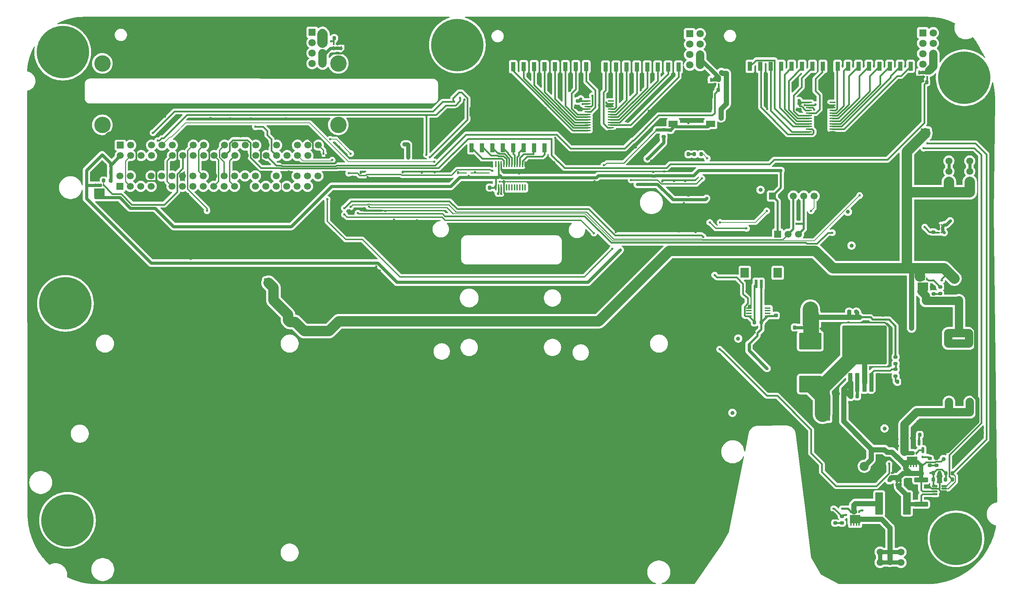
<source format=gbr>
%TF.GenerationSoftware,KiCad,Pcbnew,9.0.2*%
%TF.CreationDate,2025-11-22T08:51:33-08:00*%
%TF.ProjectId,MothBox_5.0.3,4d6f7468-426f-4785-9f35-2e302e332e6b,5.0.3*%
%TF.SameCoordinates,Original*%
%TF.FileFunction,Copper,L2,Bot*%
%TF.FilePolarity,Positive*%
%FSLAX46Y46*%
G04 Gerber Fmt 4.6, Leading zero omitted, Abs format (unit mm)*
G04 Created by KiCad (PCBNEW 9.0.2) date 2025-11-22 08:51:33*
%MOMM*%
%LPD*%
G01*
G04 APERTURE LIST*
G04 Aperture macros list*
%AMRoundRect*
0 Rectangle with rounded corners*
0 $1 Rounding radius*
0 $2 $3 $4 $5 $6 $7 $8 $9 X,Y pos of 4 corners*
0 Add a 4 corners polygon primitive as box body*
4,1,4,$2,$3,$4,$5,$6,$7,$8,$9,$2,$3,0*
0 Add four circle primitives for the rounded corners*
1,1,$1+$1,$2,$3*
1,1,$1+$1,$4,$5*
1,1,$1+$1,$6,$7*
1,1,$1+$1,$8,$9*
0 Add four rect primitives between the rounded corners*
20,1,$1+$1,$2,$3,$4,$5,0*
20,1,$1+$1,$4,$5,$6,$7,0*
20,1,$1+$1,$6,$7,$8,$9,0*
20,1,$1+$1,$8,$9,$2,$3,0*%
%AMFreePoly0*
4,1,23,0.500000,-0.750000,0.000000,-0.750000,0.000000,-0.745722,-0.065263,-0.745722,-0.191342,-0.711940,-0.304381,-0.646677,-0.396677,-0.554381,-0.461940,-0.441342,-0.495722,-0.315263,-0.495722,-0.250000,-0.500000,-0.250000,-0.500000,0.250000,-0.495722,0.250000,-0.495722,0.315263,-0.461940,0.441342,-0.396677,0.554381,-0.304381,0.646677,-0.191342,0.711940,-0.065263,0.745722,0.000000,0.745722,
0.000000,0.750000,0.500000,0.750000,0.500000,-0.750000,0.500000,-0.750000,$1*%
%AMFreePoly1*
4,1,23,0.000000,0.745722,0.065263,0.745722,0.191342,0.711940,0.304381,0.646677,0.396677,0.554381,0.461940,0.441342,0.495722,0.315263,0.495722,0.250000,0.500000,0.250000,0.500000,-0.250000,0.495722,-0.250000,0.495722,-0.315263,0.461940,-0.441342,0.396677,-0.554381,0.304381,-0.646677,0.191342,-0.711940,0.065263,-0.745722,0.000000,-0.745722,0.000000,-0.750000,-0.500000,-0.750000,
-0.500000,0.750000,0.000000,0.750000,0.000000,0.745722,0.000000,0.745722,$1*%
G04 Aperture macros list end*
%TA.AperFunction,EtchedComponent*%
%ADD10C,0.000000*%
%TD*%
%TA.AperFunction,ComponentPad*%
%ADD11C,1.000000*%
%TD*%
%TA.AperFunction,ComponentPad*%
%ADD12C,12.800000*%
%TD*%
%TA.AperFunction,ComponentPad*%
%ADD13R,1.700000X1.700000*%
%TD*%
%TA.AperFunction,ComponentPad*%
%ADD14C,1.700000*%
%TD*%
%TA.AperFunction,ComponentPad*%
%ADD15R,1.800000X1.780000*%
%TD*%
%TA.AperFunction,ComponentPad*%
%ADD16C,1.800000*%
%TD*%
%TA.AperFunction,SMDPad,CuDef*%
%ADD17RoundRect,0.225000X0.225000X0.250000X-0.225000X0.250000X-0.225000X-0.250000X0.225000X-0.250000X0*%
%TD*%
%TA.AperFunction,SMDPad,CuDef*%
%ADD18RoundRect,0.225000X-0.225000X-0.250000X0.225000X-0.250000X0.225000X0.250000X-0.225000X0.250000X0*%
%TD*%
%TA.AperFunction,SMDPad,CuDef*%
%ADD19RoundRect,0.225000X0.250000X-0.225000X0.250000X0.225000X-0.250000X0.225000X-0.250000X-0.225000X0*%
%TD*%
%TA.AperFunction,SMDPad,CuDef*%
%ADD20R,0.450000X0.400000*%
%TD*%
%TA.AperFunction,SMDPad,CuDef*%
%ADD21R,0.910000X0.400000*%
%TD*%
%TA.AperFunction,SMDPad,CuDef*%
%ADD22R,0.910000X0.810000*%
%TD*%
%TA.AperFunction,SMDPad,CuDef*%
%ADD23R,1.100000X2.200000*%
%TD*%
%TA.AperFunction,SMDPad,CuDef*%
%ADD24RoundRect,0.218750X-0.218750X-0.256250X0.218750X-0.256250X0.218750X0.256250X-0.218750X0.256250X0*%
%TD*%
%TA.AperFunction,SMDPad,CuDef*%
%ADD25R,0.400000X0.750000*%
%TD*%
%TA.AperFunction,SMDPad,CuDef*%
%ADD26R,0.400000X0.800000*%
%TD*%
%TA.AperFunction,SMDPad,CuDef*%
%ADD27R,2.600000X2.000000*%
%TD*%
%TA.AperFunction,ComponentPad*%
%ADD28C,2.200000*%
%TD*%
%TA.AperFunction,SMDPad,CuDef*%
%ADD29RoundRect,0.200000X-0.200000X-0.275000X0.200000X-0.275000X0.200000X0.275000X-0.200000X0.275000X0*%
%TD*%
%TA.AperFunction,SMDPad,CuDef*%
%ADD30RoundRect,0.200000X0.275000X-0.200000X0.275000X0.200000X-0.275000X0.200000X-0.275000X-0.200000X0*%
%TD*%
%TA.AperFunction,SMDPad,CuDef*%
%ADD31RoundRect,0.200000X-0.275000X0.200000X-0.275000X-0.200000X0.275000X-0.200000X0.275000X0.200000X0*%
%TD*%
%TA.AperFunction,SMDPad,CuDef*%
%ADD32RoundRect,0.100000X0.637500X0.100000X-0.637500X0.100000X-0.637500X-0.100000X0.637500X-0.100000X0*%
%TD*%
%TA.AperFunction,SMDPad,CuDef*%
%ADD33FreePoly0,90.000000*%
%TD*%
%TA.AperFunction,SMDPad,CuDef*%
%ADD34FreePoly1,90.000000*%
%TD*%
%TA.AperFunction,SMDPad,CuDef*%
%ADD35RoundRect,0.225000X-0.250000X0.225000X-0.250000X-0.225000X0.250000X-0.225000X0.250000X0.225000X0*%
%TD*%
%TA.AperFunction,SMDPad,CuDef*%
%ADD36RoundRect,0.125000X-0.537500X-0.125000X0.537500X-0.125000X0.537500X0.125000X-0.537500X0.125000X0*%
%TD*%
%TA.AperFunction,SMDPad,CuDef*%
%ADD37R,0.700000X2.000000*%
%TD*%
%TA.AperFunction,SMDPad,CuDef*%
%ADD38R,2.000000X2.400000*%
%TD*%
%TA.AperFunction,SMDPad,CuDef*%
%ADD39R,2.300000X1.500000*%
%TD*%
%TA.AperFunction,SMDPad,CuDef*%
%ADD40RoundRect,0.200000X0.200000X0.275000X-0.200000X0.275000X-0.200000X-0.275000X0.200000X-0.275000X0*%
%TD*%
%TA.AperFunction,SMDPad,CuDef*%
%ADD41RoundRect,0.250000X-1.425000X0.362500X-1.425000X-0.362500X1.425000X-0.362500X1.425000X0.362500X0*%
%TD*%
%TA.AperFunction,SMDPad,CuDef*%
%ADD42RoundRect,0.250000X0.300000X-2.050000X0.300000X2.050000X-0.300000X2.050000X-0.300000X-2.050000X0*%
%TD*%
%TA.AperFunction,SMDPad,CuDef*%
%ADD43RoundRect,0.250002X5.149998X-4.449998X5.149998X4.449998X-5.149998X4.449998X-5.149998X-4.449998X0*%
%TD*%
%TA.AperFunction,SMDPad,CuDef*%
%ADD44RoundRect,0.112500X0.112500X-0.187500X0.112500X0.187500X-0.112500X0.187500X-0.112500X-0.187500X0*%
%TD*%
%TA.AperFunction,ComponentPad*%
%ADD45C,4.000000*%
%TD*%
%TA.AperFunction,SMDPad,CuDef*%
%ADD46RoundRect,0.112500X0.187500X0.112500X-0.187500X0.112500X-0.187500X-0.112500X0.187500X-0.112500X0*%
%TD*%
%TA.AperFunction,SMDPad,CuDef*%
%ADD47RoundRect,0.100000X-0.100000X0.637500X-0.100000X-0.637500X0.100000X-0.637500X0.100000X0.637500X0*%
%TD*%
%TA.AperFunction,SMDPad,CuDef*%
%ADD48RoundRect,0.250000X2.500000X-1.750000X2.500000X1.750000X-2.500000X1.750000X-2.500000X-1.750000X0*%
%TD*%
%TA.AperFunction,SMDPad,CuDef*%
%ADD49RoundRect,0.250000X-0.712500X-2.475000X0.712500X-2.475000X0.712500X2.475000X-0.712500X2.475000X0*%
%TD*%
%TA.AperFunction,SMDPad,CuDef*%
%ADD50R,2.700000X3.300000*%
%TD*%
%TA.AperFunction,SMDPad,CuDef*%
%ADD51R,0.400000X0.450000*%
%TD*%
%TA.AperFunction,SMDPad,CuDef*%
%ADD52R,0.400000X0.910000*%
%TD*%
%TA.AperFunction,SMDPad,CuDef*%
%ADD53R,0.810000X0.910000*%
%TD*%
%TA.AperFunction,SMDPad,CuDef*%
%ADD54RoundRect,0.150000X-0.150000X0.587500X-0.150000X-0.587500X0.150000X-0.587500X0.150000X0.587500X0*%
%TD*%
%TA.AperFunction,SMDPad,CuDef*%
%ADD55R,1.400000X0.410000*%
%TD*%
%TA.AperFunction,ViaPad*%
%ADD56C,0.600000*%
%TD*%
%TA.AperFunction,Conductor*%
%ADD57C,2.032000*%
%TD*%
%TA.AperFunction,Conductor*%
%ADD58C,1.270000*%
%TD*%
%TA.AperFunction,Conductor*%
%ADD59C,0.500000*%
%TD*%
%TA.AperFunction,Conductor*%
%ADD60C,0.800000*%
%TD*%
%TA.AperFunction,Conductor*%
%ADD61C,0.400000*%
%TD*%
%TA.AperFunction,Conductor*%
%ADD62C,1.000000*%
%TD*%
%TA.AperFunction,Conductor*%
%ADD63C,0.203200*%
%TD*%
%TA.AperFunction,Conductor*%
%ADD64C,3.810000*%
%TD*%
%TA.AperFunction,Conductor*%
%ADD65C,2.540000*%
%TD*%
%TA.AperFunction,Conductor*%
%ADD66C,0.250000*%
%TD*%
%TA.AperFunction,Conductor*%
%ADD67C,0.304800*%
%TD*%
G04 APERTURE END LIST*
D10*
%TA.AperFunction,EtchedComponent*%
%TO.C,JP1*%
G36*
X139560000Y-33055671D02*
G01*
X139160000Y-33055671D01*
X139160000Y-32555671D01*
X139560000Y-32555671D01*
X139560000Y-33055671D01*
G37*
%TD.AperFunction*%
%TA.AperFunction,EtchedComponent*%
G36*
X140360000Y-33055671D02*
G01*
X139960000Y-33055671D01*
X139960000Y-32555671D01*
X140360000Y-32555671D01*
X140360000Y-33055671D01*
G37*
%TD.AperFunction*%
%TD*%
D11*
%TO.P,TP9,1,1*%
%TO.N,GND*%
X-67749331Y22291322D03*
%TD*%
D12*
%TO.P,H3,1*%
%TO.N,N/C*%
X32214815Y73937849D03*
%TD*%
D11*
%TO.P,TP4,1,1*%
%TO.N,Net-(LED12-K)*%
X106088922Y38593494D03*
%TD*%
%TO.P,TP7,1,1*%
%TO.N,+3.3V*%
X100644448Y2305791D03*
%TD*%
D12*
%TO.P,H6,1*%
%TO.N,N/C*%
X-62785185Y-42062151D03*
%TD*%
D13*
%TO.P,U5,1,3V3*%
%TO.N,unconnected-(U5-3V3-Pad1)*%
X-50012001Y39448894D03*
D14*
%TO.P,U5,2,5V*%
%TO.N,+5V*%
X-50012001Y41988894D03*
%TO.P,U5,3,GPIO2/SDA1*%
%TO.N,SDA*%
X-47472001Y39448894D03*
%TO.P,U5,4,5V*%
%TO.N,+5V*%
X-47472001Y41988894D03*
%TO.P,U5,5,GPIO3/SCL1*%
%TO.N,SCL*%
X-44932002Y39448894D03*
%TO.P,U5,6,GND*%
%TO.N,GND*%
X-44932001Y41988894D03*
%TO.P,U5,7,GPIO4/GPIO_GCKL*%
%TO.N,unconnected-(U5-GPIO4{slash}GPIO_GCKL-Pad7)*%
X-42392001Y39448894D03*
%TO.P,U5,8,GPIO14/TXD0*%
%TO.N,unconnected-(U5-GPIO14{slash}TXD0-Pad8)*%
X-42392001Y41988894D03*
%TO.P,U5,9,GND*%
%TO.N,GND*%
X-39852001Y39448894D03*
%TO.P,U5,10,GPIO15/RXD0*%
%TO.N,unconnected-(U5-GPIO15{slash}RXD0-Pad10)*%
X-39852001Y41988894D03*
%TO.P,U5,11,GPIO17/GPIO_GEN0*%
%TO.N,/RPI5/Save for eink_11*%
X-37312001Y39448894D03*
%TO.P,U5,12,GPIO18/GPIO_GEN1*%
%TO.N,unconnected-(U5-GPIO18{slash}GPIO_GEN1-Pad12)*%
X-37312001Y41988894D03*
%TO.P,U5,13,GPIO27/GPIO_GEN2*%
%TO.N,unconnected-(U5-GPIO27{slash}GPIO_GEN2-Pad13)*%
X-34772001Y39448894D03*
%TO.P,U5,14,GND*%
%TO.N,GND*%
X-34772001Y41988894D03*
%TO.P,U5,15,GPIO22/GPIO_GEN3*%
%TO.N,unconnected-(U5-GPIO22{slash}GPIO_GEN3-Pad15)*%
X-32232000Y39448894D03*
%TO.P,U5,16,GPIO23/GPIO_GEN4*%
%TO.N,unconnected-(U5-GPIO23{slash}GPIO_GEN4-Pad16)*%
X-32232001Y41988894D03*
%TO.P,U5,17,3V3*%
%TO.N,unconnected-(U5-3V3-Pad17)*%
X-29692001Y39448894D03*
%TO.P,U5,18,GPIO24/GPIO_GEN5*%
%TO.N,/RPI5/Save for eink_18*%
X-29692001Y41988894D03*
%TO.P,U5,19,GPIO10/SPI_MOSI*%
%TO.N,/RPI5/Save for eink_19*%
X-27152001Y39448894D03*
%TO.P,U5,20,GND*%
%TO.N,GND*%
X-27152001Y41988894D03*
%TO.P,U5,21,GPIO9/SPI_MISO*%
%TO.N,unconnected-(U5-GPIO9{slash}SPI_MISO-Pad21)*%
X-24612001Y39448894D03*
%TO.P,U5,22,GPIO25/GPIO_GEN6*%
%TO.N,/RPI5/Save for eink_22*%
X-24612001Y41988894D03*
%TO.P,U5,23,GPIO11/SPI_SCLK*%
%TO.N,/RPI5/Save for eink_23*%
X-22072002Y39448894D03*
%TO.P,U5,24,GPIO8/~{SPI_CE0}*%
%TO.N,/RPI5/Save for eink_24*%
X-22072001Y41988894D03*
%TO.P,U5,25,GND*%
%TO.N,GND*%
X-19532001Y39448894D03*
%TO.P,U5,26,GPIO7/~{SPI_CE1}*%
%TO.N,unconnected-(U5-GPIO7{slash}~{SPI_CE1}-Pad26)*%
X-19532001Y41988894D03*
%TO.P,U5,27,ID_SD*%
%TO.N,unconnected-(U5-ID_SD-Pad27)*%
X-16992001Y39448894D03*
%TO.P,U5,28,ID_SC*%
%TO.N,unconnected-(U5-ID_SC-Pad28)*%
X-16992001Y41988894D03*
%TO.P,U5,29,GPIO5*%
%TO.N,unconnected-(U5-GPIO5-Pad29)*%
X-14452001Y39448894D03*
%TO.P,U5,30,GND*%
%TO.N,GND*%
X-14452001Y41988894D03*
%TO.P,U5,31,GPIO6*%
%TO.N,unconnected-(U5-GPIO6-Pad31)*%
X-11912002Y39448894D03*
%TO.P,U5,32,GPIO12*%
%TO.N,unconnected-(U5-GPIO12-Pad32)*%
X-11912001Y41988894D03*
%TO.P,U5,33,GPIO13*%
%TO.N,unconnected-(U5-GPIO13-Pad33)*%
X-9372000Y39448894D03*
%TO.P,U5,34,GND*%
%TO.N,GND*%
X-9372001Y41988894D03*
%TO.P,U5,35,GPIO19*%
%TO.N,unconnected-(U5-GPIO19-Pad35)*%
X-6832001Y39448894D03*
%TO.P,U5,36,GPIO16*%
%TO.N,unconnected-(U5-GPIO16-Pad36)*%
X-6832001Y41988894D03*
%TO.P,U5,37,GPIO26*%
%TO.N,/RPI5/Save for relay 3*%
X-4292001Y39448894D03*
%TO.P,U5,38,GPIO20*%
%TO.N,/RPI5/Save for relay*%
X-4292001Y41988894D03*
%TO.P,U5,39,GND*%
%TO.N,GND*%
X-1752001Y39448894D03*
%TO.P,U5,40,GPIO21*%
%TO.N,/RPI5/Save for relay 2*%
X-1752001Y41988894D03*
%TD*%
D15*
%TO.P,H10,1,1*%
%TO.N,unconnected-(H10-Pad1)*%
X88827556Y76664779D03*
D16*
%TO.P,H10,2,2*%
%TO.N,+12V*%
X91367556Y76664779D03*
%TO.P,H10,3,3*%
%TO.N,unconnected-(H10-Pad3)*%
X88827556Y74124779D03*
%TO.P,H10,4,4*%
%TO.N,+12V*%
X91367556Y74124779D03*
%TO.P,H10,5,5*%
%TO.N,unconnected-(H10-Pad5)*%
X88827556Y71584779D03*
%TO.P,H10,6,6*%
%TO.N,Net-(H10-Pad6)*%
X91367556Y71584779D03*
%TO.P,H10,7,7*%
%TO.N,unconnected-(H10-Pad7)*%
X88827556Y69044779D03*
%TO.P,H10,8,8*%
%TO.N,Net-(H10-Pad6)*%
X91367556Y69044779D03*
%TD*%
D11*
%TO.P,TP6,1,1*%
%TO.N,Net-(LED27-K)*%
X128267838Y24986014D03*
%TD*%
D12*
%TO.P,H7,1*%
%TO.N,N/C*%
X153714815Y-46562151D03*
%TD*%
D11*
%TO.P,TP3,1,1*%
%TO.N,PHOTO_LED_CTRL*%
X127364815Y33237849D03*
%TD*%
D12*
%TO.P,H4,1*%
%TO.N,N/C*%
X-63935185Y72187849D03*
%TD*%
D11*
%TO.P,TP2,1,1*%
%TO.N,+24V*%
X150700883Y-27066684D03*
%TD*%
D12*
%TO.P,H5,1*%
%TO.N,N/C*%
X-63300000Y10884329D03*
%TD*%
D11*
%TO.P,TP8,1,1*%
%TO.N,GND*%
X18208170Y79732148D03*
%TD*%
D15*
%TO.P,H9,1,1*%
%TO.N,unconnected-(H9-Pad1)*%
X-3153838Y77032342D03*
D16*
%TO.P,H9,2,2*%
%TO.N,+12V*%
X-613838Y77032342D03*
%TO.P,H9,3,3*%
%TO.N,unconnected-(H9-Pad3)*%
X-3153838Y74492342D03*
%TO.P,H9,4,4*%
%TO.N,+12V*%
X-613838Y74492342D03*
%TO.P,H9,5,5*%
%TO.N,unconnected-(H9-Pad5)*%
X-3153838Y71952342D03*
%TO.P,H9,6,6*%
%TO.N,Net-(H9-Pad6)*%
X-613838Y71952342D03*
%TO.P,H9,7,7*%
%TO.N,unconnected-(H9-Pad7)*%
X-3153838Y69412342D03*
%TO.P,H9,8,8*%
%TO.N,Net-(H9-Pad6)*%
X-613838Y69412342D03*
%TD*%
D15*
%TO.P,H8,1,1*%
%TO.N,unconnected-(H8-Pad1)*%
X145620519Y76898184D03*
D16*
%TO.P,H8,2,2*%
%TO.N,+12V*%
X148160519Y76898184D03*
%TO.P,H8,3,3*%
%TO.N,unconnected-(H8-Pad3)*%
X145620519Y74358184D03*
%TO.P,H8,4,4*%
%TO.N,+12V*%
X148160519Y74358184D03*
%TO.P,H8,5,5*%
%TO.N,unconnected-(H8-Pad5)*%
X145620519Y71818184D03*
%TO.P,H8,6,6*%
%TO.N,Net-(H8-Pad6)*%
X148160519Y71818184D03*
%TO.P,H8,7,7*%
%TO.N,unconnected-(H8-Pad7)*%
X145620519Y69278184D03*
%TO.P,H8,8,8*%
%TO.N,Net-(H8-Pad6)*%
X148160519Y69278184D03*
%TD*%
D12*
%TO.P,H2,1*%
%TO.N,N/C*%
X155714815Y65937849D03*
%TD*%
D11*
%TO.P,TP10,1,1*%
%TO.N,GND*%
X146615789Y-54705402D03*
%TD*%
%TO.P,TP5,1,1*%
%TO.N,+12V*%
X136316275Y-19642711D03*
%TD*%
D17*
%TO.P,C17,1*%
%TO.N,+3V3*%
X-52225000Y44584329D03*
%TO.P,C17,2*%
%TO.N,GND*%
X-53775000Y44584329D03*
%TD*%
D18*
%TO.P,C3,1*%
%TO.N,+24V*%
X128072303Y-11798759D03*
%TO.P,C3,2*%
%TO.N,Net-(U2-VC)*%
X129622303Y-11798759D03*
%TD*%
D14*
%TO.P,J4,1,Pin_1*%
%TO.N,Net-(J4-Pin_1)*%
X157061743Y45616086D03*
X151981743Y45616086D03*
%TO.P,J4,2,Pin_2*%
X157061743Y43076086D03*
X151981743Y43076086D03*
%TO.P,J4,3,Pin_3*%
%TO.N,+12V*%
X157061743Y40536086D03*
X151981743Y40536086D03*
%TO.P,J4,4,Pin_4*%
X157061743Y37996086D03*
X151981743Y37996086D03*
%TD*%
D19*
%TO.P,C7,1*%
%TO.N,GND*%
X61592858Y58742782D03*
%TO.P,C7,2*%
%TO.N,+3.3V*%
X61592858Y60292782D03*
%TD*%
D20*
%TO.P,Q5,1,D*%
%TO.N,Net-(H8-Pad6)*%
X146650160Y67549356D03*
%TO.P,Q5,2,D*%
X146650160Y66889357D03*
%TO.P,Q5,3,G*%
%TO.N,UV1_CTRL*%
X146650160Y66239356D03*
%TO.P,Q5,4,S*%
%TO.N,GND*%
X144750160Y66239356D03*
%TO.P,Q5,5,D*%
%TO.N,Net-(H8-Pad6)*%
X144750160Y66889357D03*
%TO.P,Q5,6,D*%
X144750160Y67549356D03*
D21*
%TO.P,Q5,7,S*%
%TO.N,GND*%
X145700160Y66189355D03*
D22*
%TO.P,Q5,8,D*%
%TO.N,Net-(H8-Pad6)*%
X145700160Y67219355D03*
%TD*%
D23*
%TO.P,U10,1,1*%
%TO.N,GND*%
X68335084Y77364867D03*
%TO.P,U10,2,2*%
X70875084Y77364867D03*
%TO.P,U10,3,3*%
X73415084Y77364867D03*
%TO.P,U10,4,4*%
X75955084Y77364867D03*
%TO.P,U10,5,5*%
X78495084Y77364867D03*
%TO.P,U10,6,6*%
X81035084Y77364867D03*
%TO.P,U10,7,7*%
X83575084Y77364867D03*
%TO.P,U10,8,8*%
X86115084Y77364867D03*
%TO.P,U10,9,9*%
%TO.N,/GPS and Switches and Light Sensor/Hour_23*%
X86115084Y68564867D03*
%TO.P,U10,10,10*%
%TO.N,/GPS and Switches and Light Sensor/Hour_22*%
X83575084Y68564867D03*
%TO.P,U10,11,11*%
%TO.N,/GPS and Switches and Light Sensor/Hour_21*%
X81035084Y68564867D03*
%TO.P,U10,12,12*%
%TO.N,/GPS and Switches and Light Sensor/Hour_20*%
X78495084Y68564867D03*
%TO.P,U10,13,13*%
%TO.N,/GPS and Switches and Light Sensor/Hour_19*%
X75955084Y68564867D03*
%TO.P,U10,14,14*%
%TO.N,/GPS and Switches and Light Sensor/Hour_18*%
X73415084Y68564867D03*
%TO.P,U10,15,15*%
%TO.N,/GPS and Switches and Light Sensor/Hour_17*%
X70875084Y68564867D03*
%TO.P,U10,16,16*%
%TO.N,/GPS and Switches and Light Sensor/Hour_24*%
X68335084Y68564867D03*
%TD*%
D24*
%TO.P,D3,1,K*%
%TO.N,GND*%
X86963088Y47278041D03*
%TO.P,D3,2,A*%
%TO.N,Net-(D3-A)*%
X88538090Y47278041D03*
%TD*%
D18*
%TO.P,C8,1*%
%TO.N,+3.3V*%
X148151600Y-30527067D03*
%TO.P,C8,2*%
%TO.N,GND*%
X149701600Y-30527067D03*
%TD*%
D25*
%TO.P,Q11,1,S*%
%TO.N,+3V3*%
X-55960000Y39754329D03*
%TO.P,Q11,2,S*%
X-55300000Y39754329D03*
%TO.P,Q11,3,S*%
X-54650000Y39754329D03*
%TO.P,Q11,4,G*%
%TO.N,3V3_CTL*%
X-54000000Y39754329D03*
D26*
%TO.P,Q11,5,D*%
%TO.N,+3.3V*%
X-54000000Y36694329D03*
%TO.P,Q11,6,D*%
X-54650000Y36694329D03*
%TO.P,Q11,7,D*%
X-55300000Y36694329D03*
%TO.P,Q11,8,D*%
X-55960000Y36694329D03*
D27*
%TO.P,Q11,9,D*%
X-54980000Y37894329D03*
%TD*%
D28*
%TO.P,C16,1*%
%TO.N,+5V*%
X118675583Y9548297D03*
%TO.P,C16,2*%
%TO.N,GND*%
X118675583Y17048297D03*
%TD*%
D29*
%TO.P,R1,1*%
%TO.N,EN_12VReg*%
X144887051Y-21204120D03*
%TO.P,R1,2*%
%TO.N,GND*%
X146537051Y-21204120D03*
%TD*%
D13*
%TO.P,U7,1,1*%
%TO.N,+5V*%
X-49915185Y49490349D03*
D14*
%TO.P,U7,2,2*%
%TO.N,+3V3*%
X-49915185Y46950349D03*
%TO.P,U7,3,3*%
%TO.N,+5V*%
X-47375185Y49490349D03*
%TO.P,U7,4,4*%
%TO.N,SDA*%
X-47375185Y46950349D03*
%TO.P,U7,5,5*%
%TO.N,GND*%
X-44835185Y49490349D03*
%TO.P,U7,6,6*%
%TO.N,SCL*%
X-44835185Y46950349D03*
%TO.P,U7,7,7*%
%TO.N,GPS_RX*%
X-42295185Y49490349D03*
%TO.P,U7,8,8*%
%TO.N,GPIO4*%
X-42295185Y46950349D03*
%TO.P,U7,9,9*%
%TO.N,GPS_TX*%
X-39755185Y49490349D03*
%TO.P,U7,10,10*%
%TO.N,GND*%
X-39755185Y46950349D03*
%TO.P,U7,11,11*%
%TO.N,unconnected-(U7-Pad11)*%
X-37215185Y49490349D03*
%TO.P,U7,12,12*%
%TO.N,/RPI5/Save for eink_11*%
X-37215185Y46950349D03*
%TO.P,U7,13,13*%
%TO.N,GND*%
X-34675185Y49490349D03*
%TO.P,U7,14,14*%
%TO.N,3V3_CTL*%
X-34675185Y46950349D03*
%TO.P,U7,15,15*%
%TO.N,EN_12VReg*%
X-32135185Y49490349D03*
%TO.P,U7,16,16*%
%TO.N,unconnected-(U7-Pad16)*%
X-32135185Y46950349D03*
%TO.P,U7,17,17*%
%TO.N,/RPI5/Save for eink_18*%
X-29595185Y49490349D03*
%TO.P,U7,18,18*%
%TO.N,unconnected-(U7-Pad18)*%
X-29595185Y46950349D03*
%TO.P,U7,19,19*%
%TO.N,GND*%
X-27055185Y49490349D03*
%TO.P,U7,20,20*%
%TO.N,/RPI5/Save for eink_19*%
X-27055185Y46950349D03*
%TO.P,U7,21,21*%
%TO.N,/RPI5/Save for eink_22*%
X-24515185Y49490349D03*
%TO.P,U7,22,22*%
%TO.N,UV1_CTRL*%
X-24515185Y46950349D03*
%TO.P,U7,23,23*%
%TO.N,/RPI5/Save for eink_24*%
X-21975185Y49490349D03*
%TO.P,U7,24,24*%
%TO.N,/RPI5/Save for eink_23*%
X-21975185Y46950349D03*
%TO.P,U7,25,25*%
%TO.N,UV4_EX_CTRL*%
X-19435185Y49490349D03*
%TO.P,U7,26,26*%
%TO.N,GND*%
X-19435185Y46950349D03*
%TO.P,U7,27,27*%
%TO.N,unconnected-(U7-Pad27)*%
X-16895185Y49490349D03*
%TO.P,U7,28,28*%
%TO.N,unconnected-(U7-Pad28)*%
X-16895185Y46950349D03*
%TO.P,U7,29,29*%
%TO.N,GND*%
X-14355185Y49490349D03*
%TO.P,U7,30,30*%
%TO.N,UV2_CTRL*%
X-14355185Y46950349D03*
%TO.P,U7,31,31*%
%TO.N,GPS_PPS*%
X-11815185Y49490349D03*
%TO.P,U7,32,32*%
%TO.N,UV3_CTRL*%
X-11815185Y46950349D03*
%TO.P,U7,33,33*%
%TO.N,GND*%
X-9275185Y49490349D03*
%TO.P,U7,34,34*%
%TO.N,User_LED*%
X-9275185Y46950349D03*
%TO.P,U7,35,35*%
%TO.N,SWITCH*%
X-6735185Y49490349D03*
%TO.P,U7,36,36*%
%TO.N,PHOTO_LED_CTRL*%
X-6735185Y46950349D03*
%TO.P,U7,37,37*%
%TO.N,/RPI5/Save for relay*%
X-4195185Y49490349D03*
%TO.P,U7,38,38*%
%TO.N,/RPI5/Save for relay 3*%
X-4195185Y46950349D03*
%TO.P,U7,39,39*%
%TO.N,/RPI5/Save for relay 2*%
X-1655185Y49490349D03*
%TO.P,U7,40,40*%
%TO.N,GND*%
X-1655185Y46950349D03*
%TD*%
D23*
%TO.P,U11,1,1*%
%TO.N,GND*%
X45829011Y77420614D03*
%TO.P,U11,2,2*%
X48369011Y77420614D03*
%TO.P,U11,3,3*%
X50909011Y77420614D03*
%TO.P,U11,4,4*%
X53449011Y77420614D03*
%TO.P,U11,5,5*%
X55989011Y77420614D03*
%TO.P,U11,6,6*%
X58529011Y77420614D03*
%TO.P,U11,7,7*%
X61069011Y77420614D03*
%TO.P,U11,8,8*%
X63609011Y77420614D03*
%TO.P,U11,9,9*%
%TO.N,/GPS and Switches and Light Sensor/Mon*%
X63609011Y68620614D03*
%TO.P,U11,10,10*%
%TO.N,/GPS and Switches and Light Sensor/Tue*%
X61069011Y68620614D03*
%TO.P,U11,11,11*%
%TO.N,/GPS and Switches and Light Sensor/Wed*%
X58529011Y68620614D03*
%TO.P,U11,12,12*%
%TO.N,/GPS and Switches and Light Sensor/Thur*%
X55989011Y68620614D03*
%TO.P,U11,13,13*%
%TO.N,/GPS and Switches and Light Sensor/Fri*%
X53449011Y68620614D03*
%TO.P,U11,14,14*%
%TO.N,/GPS and Switches and Light Sensor/Sat*%
X50909011Y68620614D03*
%TO.P,U11,15,15*%
%TO.N,/GPS and Switches and Light Sensor/Sun*%
X48369011Y68620614D03*
%TO.P,U11,16,16*%
%TO.N,/GPS and Switches and Light Sensor/Armed{slash}Disarmed*%
X45829011Y68620614D03*
%TD*%
D17*
%TO.P,C5,1*%
%TO.N,+5V*%
X114427649Y5011284D03*
%TO.P,C5,2*%
%TO.N,GND*%
X112877649Y5011284D03*
%TD*%
D30*
%TO.P,R30,1*%
%TO.N,Net-(R30-Pad1)*%
X147310114Y-28614284D03*
%TO.P,R30,2*%
%TO.N,Net-(D4-A)*%
X147310114Y-26964284D03*
%TD*%
D14*
%TO.P,J3,1,Pin_1*%
%TO.N,GND*%
X157079878Y-8069029D03*
X151999878Y-8069029D03*
%TO.P,J3,2,Pin_2*%
X157079878Y-10609029D03*
X151999878Y-10609029D03*
%TO.P,J3,3,Pin_3*%
%TO.N,Net-(J3-Pin_3)*%
X157079878Y-13149029D03*
X151999878Y-13149029D03*
%TO.P,J3,4,Pin_4*%
X157079878Y-15689029D03*
X151999878Y-15689029D03*
%TD*%
D31*
%TO.P,R3,1*%
%TO.N,Net-(U2-FB)*%
X138996943Y-5185970D03*
%TO.P,R3,2*%
%TO.N,Net-(R3-Pad2)*%
X138996943Y-6835970D03*
%TD*%
D17*
%TO.P,C18,1*%
%TO.N,+3V3*%
X-52231879Y42850432D03*
%TO.P,C18,2*%
%TO.N,GND*%
X-53781879Y42850432D03*
%TD*%
D32*
%TO.P,U9,1,INT*%
%TO.N,unconnected-(U9-INT-Pad1)*%
X123602659Y59922277D03*
%TO.P,U9,2,A1*%
%TO.N,GND*%
X123602659Y59272277D03*
%TO.P,U9,3,A2*%
X123602659Y58622277D03*
%TO.P,U9,4,IO0_0*%
%TO.N,/GPS and Switches and Light Sensor/Hour_1*%
X123602659Y57972277D03*
%TO.P,U9,5,IO0_1*%
%TO.N,/GPS and Switches and Light Sensor/Hour_2*%
X123602659Y57322277D03*
%TO.P,U9,6,IO0_2*%
%TO.N,/GPS and Switches and Light Sensor/Hour_3*%
X123602659Y56672277D03*
%TO.P,U9,7,IO0_3*%
%TO.N,/GPS and Switches and Light Sensor/Hour_4*%
X123602659Y56022277D03*
%TO.P,U9,8,IO0_4*%
%TO.N,/GPS and Switches and Light Sensor/Hour_5*%
X123602659Y55372277D03*
%TO.P,U9,9,IO0_5*%
%TO.N,/GPS and Switches and Light Sensor/Hour_6*%
X123602659Y54722277D03*
%TO.P,U9,10,IO0_6*%
%TO.N,/GPS and Switches and Light Sensor/Hour_7*%
X123602659Y54072277D03*
%TO.P,U9,11,IO0_7*%
%TO.N,/GPS and Switches and Light Sensor/Hour_8*%
X123602659Y53422277D03*
%TO.P,U9,12,VSS*%
%TO.N,GND*%
X123602659Y52772277D03*
%TO.P,U9,13,IO1_0*%
%TO.N,/GPS and Switches and Light Sensor/Hour_11*%
X117877659Y52772277D03*
%TO.P,U9,14,IO1_1*%
%TO.N,/GPS and Switches and Light Sensor/Hour_10*%
X117877659Y53422277D03*
%TO.P,U9,15,IO1_2*%
%TO.N,/GPS and Switches and Light Sensor/Hour_9*%
X117877659Y54072277D03*
%TO.P,U9,16,IO1_3*%
%TO.N,/GPS and Switches and Light Sensor/Hour_12*%
X117877659Y54722277D03*
%TO.P,U9,17,IO1_4*%
%TO.N,/GPS and Switches and Light Sensor/Hour_13*%
X117877659Y55372277D03*
%TO.P,U9,18,IO1_5*%
%TO.N,/GPS and Switches and Light Sensor/Hour_14*%
X117877659Y56022277D03*
%TO.P,U9,19,IO1_6*%
%TO.N,/GPS and Switches and Light Sensor/Hour_15*%
X117877659Y56672277D03*
%TO.P,U9,20,IO1_7*%
%TO.N,/GPS and Switches and Light Sensor/Hour_16*%
X117877659Y57322277D03*
%TO.P,U9,21,A0*%
%TO.N,+3.3V*%
X117877659Y57972277D03*
%TO.P,U9,22,SCL*%
%TO.N,SCL*%
X117877659Y58622277D03*
%TO.P,U9,23,SDA*%
%TO.N,SDA*%
X117877659Y59272277D03*
%TO.P,U9,24,VDD*%
%TO.N,+3.3V*%
X117877659Y59922277D03*
%TD*%
D33*
%TO.P,JP1,1,A*%
%TO.N,Net-(JP1-A)*%
X139760000Y-33455671D03*
D34*
%TO.P,JP1,2,B*%
%TO.N,+24V*%
X139760000Y-32155671D03*
%TD*%
D35*
%TO.P,C15,1*%
%TO.N,SWITCH*%
X84116199Y53173938D03*
%TO.P,C15,2*%
%TO.N,GND*%
X84116199Y51623938D03*
%TD*%
D36*
%TO.P,U3,1,IN+*%
%TO.N,Net-(JP1-A)*%
X148564100Y-35631444D03*
%TO.P,U3,2,IN-*%
%TO.N,+24V*%
X148564100Y-34981444D03*
%TO.P,U3,3,GND*%
%TO.N,GND*%
X148564100Y-34331444D03*
%TO.P,U3,4,VS*%
%TO.N,+3.3V*%
X148564100Y-33681444D03*
%TO.P,U3,5,SCL*%
%TO.N,SCL*%
X150839100Y-33681444D03*
%TO.P,U3,6,SDA*%
%TO.N,SDA*%
X150839100Y-34331444D03*
%TO.P,U3,7,A0*%
%TO.N,GND*%
X150839100Y-34981444D03*
%TO.P,U3,8,A1*%
X150839100Y-35631444D03*
%TD*%
D35*
%TO.P,C4,1*%
%TO.N,GND*%
X109824516Y9487413D03*
%TO.P,C4,2*%
%TO.N,+3.3V*%
X109824516Y7937413D03*
%TD*%
D37*
%TO.P,J5,1,Pin_1*%
%TO.N,GPIO4*%
X105000000Y15634329D03*
%TO.P,J5,2,Pin_2*%
%TO.N,+3.3V*%
X106250000Y15634329D03*
%TO.P,J5,3,Pin_3*%
%TO.N,GND*%
X107500000Y15634329D03*
D38*
%TO.P,J5,4*%
%TO.N,N/C*%
X110250000Y18334329D03*
%TO.P,J5,5*%
X102250000Y18334329D03*
%TD*%
D23*
%TO.P,U13,1,1*%
%TO.N,GND*%
X124864222Y77531424D03*
%TO.P,U13,2,2*%
X127404222Y77531424D03*
%TO.P,U13,3,3*%
X129944222Y77531424D03*
%TO.P,U13,4,4*%
X132484222Y77531424D03*
%TO.P,U13,5,5*%
X135024222Y77531424D03*
%TO.P,U13,6,6*%
X137564222Y77531424D03*
%TO.P,U13,7,7*%
X140104222Y77531424D03*
%TO.P,U13,8,8*%
X142644222Y77531424D03*
%TO.P,U13,9,9*%
%TO.N,/GPS and Switches and Light Sensor/Hour_8*%
X142644222Y68731424D03*
%TO.P,U13,10,10*%
%TO.N,/GPS and Switches and Light Sensor/Hour_7*%
X140104222Y68731424D03*
%TO.P,U13,11,11*%
%TO.N,/GPS and Switches and Light Sensor/Hour_6*%
X137564222Y68731424D03*
%TO.P,U13,12,12*%
%TO.N,/GPS and Switches and Light Sensor/Hour_5*%
X135024222Y68731424D03*
%TO.P,U13,13,13*%
%TO.N,/GPS and Switches and Light Sensor/Hour_4*%
X132484222Y68731424D03*
%TO.P,U13,14,14*%
%TO.N,/GPS and Switches and Light Sensor/Hour_3*%
X129944222Y68731424D03*
%TO.P,U13,15,15*%
%TO.N,/GPS and Switches and Light Sensor/Hour_2*%
X127404222Y68731424D03*
%TO.P,U13,16,16*%
%TO.N,/GPS and Switches and Light Sensor/Hour_1*%
X124864222Y68731424D03*
%TD*%
D20*
%TO.P,Q6,1,D*%
%TO.N,Net-(H9-Pad6)*%
X2031790Y72839962D03*
%TO.P,Q6,2,D*%
X2031790Y73499961D03*
%TO.P,Q6,3,G*%
%TO.N,UV3_CTRL*%
X2031790Y74149962D03*
%TO.P,Q6,4,S*%
%TO.N,GND*%
X3931790Y74149962D03*
%TO.P,Q6,5,D*%
%TO.N,Net-(H9-Pad6)*%
X3931790Y73499961D03*
%TO.P,Q6,6,D*%
X3931790Y72839962D03*
D21*
%TO.P,Q6,7,S*%
%TO.N,GND*%
X2981790Y74199963D03*
D22*
%TO.P,Q6,8,D*%
%TO.N,Net-(H9-Pad6)*%
X2981790Y73169963D03*
%TD*%
D39*
%TO.P,SW2,1,1*%
%TO.N,SWITCH*%
X93900000Y54684329D03*
%TO.P,SW2,2,2*%
X84800000Y54684329D03*
%TO.P,SW2,3,3*%
%TO.N,GND*%
X93900000Y50184329D03*
%TO.P,SW2,4,4*%
X84800000Y50184329D03*
%TD*%
D40*
%TO.P,R34,1*%
%TO.N,User_LED*%
X91625000Y47284329D03*
%TO.P,R34,2*%
%TO.N,Net-(D3-A)*%
X89975000Y47284329D03*
%TD*%
D13*
%TO.P,U8,1,1*%
%TO.N,+3.3V*%
X109003998Y37067769D03*
D14*
%TO.P,U8,2,2*%
%TO.N,GND*%
X111543998Y37067769D03*
%TO.P,U8,3,3*%
%TO.N,GPS_RX*%
X114083998Y37067769D03*
%TO.P,U8,4,4*%
%TO.N,GPS_TX*%
X116623998Y37067769D03*
%TO.P,U8,5,5*%
%TO.N,GPS_PPS*%
X119163998Y37067769D03*
%TD*%
D23*
%TO.P,U12,1,1*%
%TO.N,GND*%
X35674815Y57637849D03*
%TO.P,U12,2,2*%
X38214815Y57637849D03*
%TO.P,U12,3,3*%
X40754815Y57637849D03*
%TO.P,U12,4,4*%
X43294815Y57637849D03*
%TO.P,U12,5,5*%
X45834815Y57637849D03*
%TO.P,U12,6,6*%
X48374815Y57637849D03*
%TO.P,U12,7,7*%
X50914815Y57637849D03*
%TO.P,U12,8,8*%
X53454815Y57637849D03*
%TO.P,U12,9,9*%
%TO.N,/GPS and Switches and Light Sensor/C2*%
X53454815Y48837849D03*
%TO.P,U12,10,10*%
%TO.N,/GPS and Switches and Light Sensor/C1*%
X50914815Y48837849D03*
%TO.P,U12,11,11*%
%TO.N,/GPS and Switches and Light Sensor/Attractor_3*%
X48374815Y48837849D03*
%TO.P,U12,12,12*%
%TO.N,/GPS and Switches and Light Sensor/Attractor_2*%
X45834815Y48837849D03*
%TO.P,U12,13,13*%
%TO.N,/GPS and Switches and Light Sensor/Attractor_1*%
X43294815Y48837849D03*
%TO.P,U12,14,14*%
%TO.N,/GPS and Switches and Light Sensor/INT{slash}EXT_Attractor*%
X40754815Y48837849D03*
%TO.P,U12,15,15*%
%TO.N,/GPS and Switches and Light Sensor/HI{slash}LOW_PWR*%
X38214815Y48837849D03*
%TO.P,U12,16,16*%
%TO.N,/GPS and Switches and Light Sensor/Test_Debug*%
X35674815Y48837849D03*
%TD*%
D40*
%TO.P,R6,1,1*%
%TO.N,SDA*%
X152863364Y-30549371D03*
%TO.P,R6,2,2*%
%TO.N,+3.3V*%
X151213364Y-30549371D03*
%TD*%
D18*
%TO.P,C6,1*%
%TO.N,+3.3V*%
X148167608Y-32121272D03*
%TO.P,C6,2*%
%TO.N,GND*%
X149717608Y-32121272D03*
%TD*%
%TO.P,C12,1*%
%TO.N,GND*%
X38539815Y39137849D03*
%TO.P,C12,2*%
%TO.N,+3.3V*%
X40089815Y39137849D03*
%TD*%
D30*
%TO.P,R19,1*%
%TO.N,UV4_EX_CTRL*%
X148166558Y28300931D03*
%TO.P,R19,2*%
%TO.N,GND*%
X148166558Y29950931D03*
%TD*%
D29*
%TO.P,R31,1*%
%TO.N,UV3_CTRL*%
X2217301Y75591151D03*
%TO.P,R31,2*%
%TO.N,GND*%
X3867301Y75591151D03*
%TD*%
D35*
%TO.P,C2,1*%
%TO.N,+24V*%
X137480000Y-32300671D03*
%TO.P,C2,2*%
%TO.N,GND*%
X137480000Y-33850671D03*
%TD*%
D14*
%TO.P,J2,1,Pin_1*%
%TO.N,GND*%
X140302098Y-44704396D03*
X135222098Y-44704396D03*
%TO.P,J2,2,Pin_2*%
X140302098Y-47244396D03*
X135222098Y-47244396D03*
%TO.P,J2,3,Pin_3*%
%TO.N,Net-(J2-Pin_3)*%
X140302098Y-49784396D03*
X135222098Y-49784396D03*
%TO.P,J2,4,Pin_4*%
X140302098Y-52324396D03*
X135222098Y-52324396D03*
%TD*%
D25*
%TO.P,Q10,1,S*%
%TO.N,+12V*%
X144643937Y16869101D03*
%TO.P,Q10,2,S*%
X145303937Y16869101D03*
%TO.P,Q10,3,S*%
X145953937Y16869101D03*
%TO.P,Q10,4,G*%
%TO.N,Net-(D2-A)*%
X146603937Y16869101D03*
D26*
%TO.P,Q10,5,D*%
%TO.N,Net-(J1-Pin_3)*%
X146603937Y13809101D03*
%TO.P,Q10,6,D*%
X145953937Y13809101D03*
%TO.P,Q10,7,D*%
X145303937Y13809101D03*
%TO.P,Q10,8,D*%
X144643937Y13809101D03*
D27*
%TO.P,Q10,9,D*%
X145623937Y15009101D03*
%TD*%
D40*
%TO.P,R5,1,1*%
%TO.N,SCL*%
X152828173Y-32133002D03*
%TO.P,R5,2,2*%
%TO.N,+3.3V*%
X151178173Y-32133002D03*
%TD*%
D30*
%TO.P,R40,1*%
%TO.N,Net-(R39-Pad2)*%
X148272107Y13238096D03*
%TO.P,R40,2*%
%TO.N,GND*%
X148272107Y14888096D03*
%TD*%
D41*
%TO.P,R4,1,1*%
%TO.N,+24V*%
X145201600Y-32193944D03*
%TO.P,R4,2,2*%
%TO.N,Net-(JP1-A)*%
X145201600Y-38118944D03*
%TD*%
D42*
%TO.P,U2,1,GND*%
%TO.N,GND*%
X134783638Y-8393245D03*
%TO.P,U2,2,FB*%
%TO.N,Net-(U2-FB)*%
X133083638Y-8393244D03*
%TO.P,U2,3,SW*%
%TO.N,Net-(E1-C)*%
X131383638Y-8393245D03*
D43*
X131383638Y756755D03*
D42*
%TO.P,U2,4,VC*%
%TO.N,Net-(U2-VC)*%
X129683638Y-8393244D03*
%TO.P,U2,5,VIN*%
%TO.N,+24V*%
X127983638Y-8393245D03*
%TD*%
D25*
%TO.P,Q1,1,S*%
%TO.N,Net-(D1-K)*%
X128136835Y-39932735D03*
%TO.P,Q1,2,S*%
X128796835Y-39932735D03*
%TO.P,Q1,3,S*%
X129446835Y-39932735D03*
%TO.P,Q1,4,G*%
%TO.N,Net-(D1-A)*%
X130096835Y-39932735D03*
D26*
%TO.P,Q1,5,D*%
%TO.N,Net-(J2-Pin_3)*%
X130096835Y-42992735D03*
%TO.P,Q1,6,D*%
X129446835Y-42992735D03*
%TO.P,Q1,7,D*%
X128796835Y-42992735D03*
%TO.P,Q1,8,D*%
X128136835Y-42992735D03*
D27*
%TO.P,Q1,9,D*%
X129116835Y-41792735D03*
%TD*%
D23*
%TO.P,U14,1,1*%
%TO.N,GND*%
X103506146Y77511845D03*
%TO.P,U14,2,2*%
X106046146Y77511845D03*
%TO.P,U14,3,3*%
X108586146Y77511845D03*
%TO.P,U14,4,4*%
X111126146Y77511845D03*
%TO.P,U14,5,5*%
X113666146Y77511845D03*
%TO.P,U14,6,6*%
X116206146Y77511845D03*
%TO.P,U14,7,7*%
X118746146Y77511845D03*
%TO.P,U14,8,8*%
X121286146Y77511845D03*
%TO.P,U14,9,9*%
%TO.N,/GPS and Switches and Light Sensor/Hour_16*%
X121286146Y68711845D03*
%TO.P,U14,10,10*%
%TO.N,/GPS and Switches and Light Sensor/Hour_15*%
X118746146Y68711845D03*
%TO.P,U14,11,11*%
%TO.N,/GPS and Switches and Light Sensor/Hour_14*%
X116206146Y68711845D03*
%TO.P,U14,12,12*%
%TO.N,/GPS and Switches and Light Sensor/Hour_13*%
X113666146Y68711845D03*
%TO.P,U14,13,13*%
%TO.N,/GPS and Switches and Light Sensor/Hour_12*%
X111126146Y68711845D03*
%TO.P,U14,14,14*%
%TO.N,/GPS and Switches and Light Sensor/Hour_11*%
X108586146Y68711845D03*
%TO.P,U14,15,15*%
%TO.N,/GPS and Switches and Light Sensor/Hour_10*%
X106046146Y68711845D03*
%TO.P,U14,16,16*%
%TO.N,/GPS and Switches and Light Sensor/Hour_9*%
X103506146Y68711845D03*
%TD*%
D19*
%TO.P,C9,1*%
%TO.N,GND*%
X115615709Y58140257D03*
%TO.P,C9,2*%
%TO.N,+3.3V*%
X115615709Y59690257D03*
%TD*%
D44*
%TO.P,D4,1,K*%
%TO.N,+24V*%
X145593106Y-28661900D03*
%TO.P,D4,2,A*%
%TO.N,Net-(D4-A)*%
X145593106Y-26561900D03*
%TD*%
D30*
%TO.P,R35,1*%
%TO.N,+3V3*%
X82462843Y51573397D03*
%TO.P,R35,2*%
%TO.N,SWITCH*%
X82462843Y53223397D03*
%TD*%
D45*
%TO.P,U6,S1*%
%TO.N,N/C*%
X-54285185Y54437849D03*
%TO.P,U6,S2*%
X3214815Y54437849D03*
%TO.P,U6,S3*%
X-54285185Y69437849D03*
X3214815Y69437849D03*
%TD*%
D31*
%TO.P,R39,1*%
%TO.N,Net-(D2-A)*%
X149860106Y14894111D03*
%TO.P,R39,2*%
%TO.N,Net-(R39-Pad2)*%
X149860106Y13244111D03*
%TD*%
D40*
%TO.P,R21,1*%
%TO.N,UV2_CTRL*%
X95757594Y62938269D03*
%TO.P,R21,2*%
%TO.N,GND*%
X94107594Y62938269D03*
%TD*%
D46*
%TO.P,D2,1,K*%
%TO.N,+12V*%
X150203743Y16505191D03*
%TO.P,D2,2,A*%
%TO.N,Net-(D2-A)*%
X148103743Y16505191D03*
%TD*%
D14*
%TO.P,J1,1,Pin_1*%
%TO.N,GND*%
X156914327Y8694689D03*
X151834327Y8694689D03*
%TO.P,J1,2,Pin_2*%
X156914327Y6154689D03*
X151834327Y6154689D03*
%TO.P,J1,3,Pin_3*%
%TO.N,Net-(J1-Pin_3)*%
X156914327Y3614689D03*
X151834327Y3614689D03*
%TO.P,J1,4,Pin_4*%
X156914327Y1074689D03*
X151834327Y1074689D03*
%TD*%
D31*
%TO.P,R41,1*%
%TO.N,GND*%
X148987758Y-26952344D03*
%TO.P,R41,2*%
%TO.N,Net-(R30-Pad1)*%
X148987758Y-28602344D03*
%TD*%
D19*
%TO.P,C10,1*%
%TO.N,+5V*%
X129413334Y8862282D03*
%TO.P,C10,2*%
%TO.N,GND*%
X129413334Y10412282D03*
%TD*%
D47*
%TO.P,U16,1,INT*%
%TO.N,unconnected-(U16-INT-Pad1)*%
X41586203Y44900349D03*
%TO.P,U16,2,A1*%
%TO.N,+3.3V*%
X42236203Y44900349D03*
%TO.P,U16,3,A2*%
%TO.N,GND*%
X42886203Y44900349D03*
%TO.P,U16,4,IO0_0*%
%TO.N,/GPS and Switches and Light Sensor/Test_Debug*%
X43536203Y44900349D03*
%TO.P,U16,5,IO0_1*%
%TO.N,/GPS and Switches and Light Sensor/HI{slash}LOW_PWR*%
X44186203Y44900349D03*
%TO.P,U16,6,IO0_2*%
%TO.N,/GPS and Switches and Light Sensor/INT{slash}EXT_Attractor*%
X44836203Y44900349D03*
%TO.P,U16,7,IO0_3*%
%TO.N,/GPS and Switches and Light Sensor/Attractor_1*%
X45486203Y44900349D03*
%TO.P,U16,8,IO0_4*%
%TO.N,/GPS and Switches and Light Sensor/Attractor_2*%
X46136203Y44900349D03*
%TO.P,U16,9,IO0_5*%
%TO.N,/GPS and Switches and Light Sensor/Attractor_3*%
X46786203Y44900349D03*
%TO.P,U16,10,IO0_6*%
%TO.N,/GPS and Switches and Light Sensor/C1*%
X47436203Y44900349D03*
%TO.P,U16,11,IO0_7*%
%TO.N,/GPS and Switches and Light Sensor/C2*%
X48086203Y44900349D03*
%TO.P,U16,12,VSS*%
%TO.N,GND*%
X48736203Y44900349D03*
%TO.P,U16,13,IO1_0*%
%TO.N,unconnected-(U16-IO1_0-Pad13)*%
X48736203Y39175349D03*
%TO.P,U16,14,IO1_1*%
%TO.N,unconnected-(U16-IO1_1-Pad14)*%
X48086203Y39175349D03*
%TO.P,U16,15,IO1_2*%
%TO.N,unconnected-(U16-IO1_2-Pad15)*%
X47436203Y39175349D03*
%TO.P,U16,16,IO1_3*%
%TO.N,unconnected-(U16-IO1_3-Pad16)*%
X46786203Y39175349D03*
%TO.P,U16,17,IO1_4*%
%TO.N,unconnected-(U16-IO1_4-Pad17)*%
X46136203Y39175349D03*
%TO.P,U16,18,IO1_5*%
%TO.N,unconnected-(U16-IO1_5-Pad18)*%
X45486203Y39175349D03*
%TO.P,U16,19,IO1_6*%
%TO.N,unconnected-(U16-IO1_6-Pad19)*%
X44836203Y39175349D03*
%TO.P,U16,20,IO1_7*%
%TO.N,unconnected-(U16-IO1_7-Pad20)*%
X44186203Y39175349D03*
%TO.P,U16,21,A0*%
%TO.N,GND*%
X43536203Y39175349D03*
%TO.P,U16,22,SCL*%
%TO.N,SCL*%
X42886203Y39175349D03*
%TO.P,U16,23,SDA*%
%TO.N,SDA*%
X42236203Y39175349D03*
%TO.P,U16,24,VDD*%
%TO.N,+3.3V*%
X41586203Y39175349D03*
%TD*%
D48*
%TO.P,L1,1*%
%TO.N,Net-(E1-C)*%
X118214815Y-8812151D03*
%TO.P,L1,2*%
%TO.N,+5V*%
X118214815Y1687849D03*
%TD*%
D32*
%TO.P,U15,1,INT*%
%TO.N,unconnected-(U15-INT-Pad1)*%
X69659215Y60249367D03*
%TO.P,U15,2,A1*%
%TO.N,GND*%
X69659215Y59599367D03*
%TO.P,U15,3,A2*%
X69659215Y58949367D03*
%TO.P,U15,4,IO0_0*%
%TO.N,/GPS and Switches and Light Sensor/Hour_17*%
X69659215Y58299367D03*
%TO.P,U15,5,IO0_1*%
%TO.N,/GPS and Switches and Light Sensor/Hour_18*%
X69659215Y57649367D03*
%TO.P,U15,6,IO0_2*%
%TO.N,/GPS and Switches and Light Sensor/Hour_19*%
X69659215Y56999367D03*
%TO.P,U15,7,IO0_3*%
%TO.N,/GPS and Switches and Light Sensor/Hour_20*%
X69659215Y56349367D03*
%TO.P,U15,8,IO0_4*%
%TO.N,/GPS and Switches and Light Sensor/Hour_21*%
X69659215Y55699367D03*
%TO.P,U15,9,IO0_5*%
%TO.N,/GPS and Switches and Light Sensor/Hour_22*%
X69659215Y55049367D03*
%TO.P,U15,10,IO0_6*%
%TO.N,/GPS and Switches and Light Sensor/Hour_23*%
X69659215Y54399367D03*
%TO.P,U15,11,IO0_7*%
%TO.N,/GPS and Switches and Light Sensor/Hour_24*%
X69659215Y53749367D03*
%TO.P,U15,12,VSS*%
%TO.N,GND*%
X69659215Y53099367D03*
%TO.P,U15,13,IO1_0*%
%TO.N,/GPS and Switches and Light Sensor/Armed{slash}Disarmed*%
X63934215Y53099367D03*
%TO.P,U15,14,IO1_1*%
%TO.N,/GPS and Switches and Light Sensor/Sun*%
X63934215Y53749367D03*
%TO.P,U15,15,IO1_2*%
%TO.N,/GPS and Switches and Light Sensor/Sat*%
X63934215Y54399367D03*
%TO.P,U15,16,IO1_3*%
%TO.N,/GPS and Switches and Light Sensor/Fri*%
X63934215Y55049367D03*
%TO.P,U15,17,IO1_4*%
%TO.N,/GPS and Switches and Light Sensor/Thur*%
X63934215Y55699367D03*
%TO.P,U15,18,IO1_5*%
%TO.N,/GPS and Switches and Light Sensor/Wed*%
X63934215Y56349367D03*
%TO.P,U15,19,IO1_6*%
%TO.N,/GPS and Switches and Light Sensor/Tue*%
X63934215Y56999367D03*
%TO.P,U15,20,IO1_7*%
%TO.N,/GPS and Switches and Light Sensor/Mon*%
X63934215Y57649367D03*
%TO.P,U15,21,A0*%
%TO.N,GND*%
X63934215Y58299367D03*
%TO.P,U15,22,SCL*%
%TO.N,SCL*%
X63934215Y58949367D03*
%TO.P,U15,23,SDA*%
%TO.N,SDA*%
X63934215Y59599367D03*
%TO.P,U15,24,VDD*%
%TO.N,+3.3V*%
X63934215Y60249367D03*
%TD*%
D13*
%TO.P,H1,1,1*%
%TO.N,+3.3V*%
X110274815Y27787849D03*
D14*
%TO.P,H1,2,2*%
%TO.N,GPS_RX*%
X112814815Y27787849D03*
%TO.P,H1,3,3*%
%TO.N,GPS_TX*%
X115354814Y27787849D03*
%TO.P,H1,4,4*%
%TO.N,GND*%
X117894815Y27787849D03*
%TD*%
D40*
%TO.P,R36,1*%
%TO.N,+3V3*%
X-52335000Y40854329D03*
%TO.P,R36,2*%
%TO.N,3V3_CTL*%
X-53985000Y40854329D03*
%TD*%
D11*
%TO.P,TP1,1,1*%
%TO.N,+5V*%
X99243003Y-15812151D03*
%TD*%
D40*
%TO.P,R32,1*%
%TO.N,Net-(R3-Pad2)*%
X139434478Y-8259677D03*
%TO.P,R32,2*%
%TO.N,GND*%
X137784478Y-8259677D03*
%TD*%
D49*
%TO.P,F2,1*%
%TO.N,Net-(D1-K)*%
X134985977Y-37918932D03*
%TO.P,F2,2*%
%TO.N,Net-(JP1-A)*%
X141760977Y-37918932D03*
%TD*%
D50*
%TO.P,E1,1,C*%
%TO.N,Net-(E1-C)*%
X121674815Y-16112151D03*
%TO.P,E1,2,A*%
%TO.N,GND*%
X129054815Y-16112151D03*
%TD*%
D31*
%TO.P,R2,1*%
%TO.N,+5V*%
X139001715Y-2175686D03*
%TO.P,R2,2*%
%TO.N,Net-(U2-FB)*%
X139001715Y-3825686D03*
%TD*%
D51*
%TO.P,Q4,1,D*%
%TO.N,Net-(J4-Pin_1)*%
X150826119Y28151191D03*
%TO.P,Q4,2,D*%
X150166120Y28151191D03*
%TO.P,Q4,3,G*%
%TO.N,UV4_EX_CTRL*%
X149516119Y28151191D03*
%TO.P,Q4,4,S*%
%TO.N,GND*%
X149516119Y30051191D03*
%TO.P,Q4,5,D*%
%TO.N,Net-(J4-Pin_1)*%
X150166120Y30051191D03*
%TO.P,Q4,6,D*%
X150826119Y30051191D03*
D52*
%TO.P,Q4,7,S*%
%TO.N,GND*%
X149466118Y29101191D03*
D53*
%TO.P,Q4,8,D*%
%TO.N,Net-(J4-Pin_1)*%
X150496118Y29101191D03*
%TD*%
D30*
%TO.P,R38,1*%
%TO.N,Net-(R29-Pad2)*%
X124278908Y-42709645D03*
%TO.P,R38,2*%
%TO.N,GND*%
X124278908Y-41059645D03*
%TD*%
D40*
%TO.P,R33,1*%
%TO.N,+3.3V*%
X106265345Y6213720D03*
%TO.P,R33,2*%
%TO.N,GPIO4*%
X104615345Y6213720D03*
%TD*%
%TO.P,R27,1*%
%TO.N,UV1_CTRL*%
X146541652Y64860581D03*
%TO.P,R27,2*%
%TO.N,GND*%
X144891652Y64860581D03*
%TD*%
D31*
%TO.P,R29,1*%
%TO.N,Net-(D1-A)*%
X125927272Y-41053014D03*
%TO.P,R29,2*%
%TO.N,Net-(R29-Pad2)*%
X125927272Y-42703014D03*
%TD*%
D28*
%TO.P,C14,1*%
%TO.N,+24V*%
X131365786Y-28845465D03*
%TO.P,C14,2*%
%TO.N,GND*%
X123865786Y-28845465D03*
%TD*%
D19*
%TO.P,C11,1*%
%TO.N,+5V*%
X127677335Y8848051D03*
%TO.P,C11,2*%
%TO.N,GND*%
X127677335Y10398051D03*
%TD*%
D25*
%TO.P,Q8,1,S*%
%TO.N,Net-(J3-Pin_3)*%
X142054876Y-25650778D03*
%TO.P,Q8,2,S*%
X142714876Y-25650778D03*
%TO.P,Q8,3,S*%
X143364876Y-25650778D03*
%TO.P,Q8,4,G*%
%TO.N,Net-(Q2-D)*%
X144014876Y-25650778D03*
D26*
%TO.P,Q8,5,D*%
%TO.N,+24V*%
X144014876Y-28710778D03*
%TO.P,Q8,6,D*%
X143364876Y-28710778D03*
%TO.P,Q8,7,D*%
X142714876Y-28710778D03*
%TO.P,Q8,8,D*%
X142054876Y-28710778D03*
D27*
%TO.P,Q8,9,D*%
X143034876Y-27510778D03*
%TD*%
D54*
%TO.P,Q2,1,G*%
%TO.N,EN_12VReg*%
X144736885Y-23068577D03*
%TO.P,Q2,2,S*%
%TO.N,GND*%
X146636885Y-23068577D03*
%TO.P,Q2,3,D*%
%TO.N,Net-(Q2-D)*%
X145686885Y-24943578D03*
%TD*%
D46*
%TO.P,D1,1,K*%
%TO.N,Net-(D1-K)*%
X126016955Y-39210834D03*
%TO.P,D1,2,A*%
%TO.N,Net-(D1-A)*%
X123916955Y-39210834D03*
%TD*%
D55*
%TO.P,U17,1,DQ*%
%TO.N,GPIO4*%
X103224474Y7792982D03*
%TO.P,U17,2,NC*%
%TO.N,unconnected-(U17-NC-Pad2)*%
X103224474Y8442982D03*
%TO.P,U17,3,NC*%
%TO.N,unconnected-(U17-NC-Pad3)*%
X103224474Y9102982D03*
%TO.P,U17,4,GND*%
%TO.N,GND*%
X103224474Y9752982D03*
%TO.P,U17,5,NC*%
%TO.N,unconnected-(U17-NC-Pad5)*%
X107824474Y9752982D03*
%TO.P,U17,6,NC*%
%TO.N,unconnected-(U17-NC-Pad6)*%
X107824474Y9102982D03*
%TO.P,U17,7,NC*%
%TO.N,unconnected-(U17-NC-Pad7)*%
X107824474Y8442982D03*
%TO.P,U17,8,VDD*%
%TO.N,+3.3V*%
X107824474Y7792982D03*
%TD*%
D20*
%TO.P,Q9,1,D*%
%TO.N,Net-(H10-Pad6)*%
X95870772Y65752034D03*
%TO.P,Q9,2,D*%
X95870772Y65092035D03*
%TO.P,Q9,3,G*%
%TO.N,UV2_CTRL*%
X95870772Y64442034D03*
%TO.P,Q9,4,S*%
%TO.N,GND*%
X93970772Y64442034D03*
%TO.P,Q9,5,D*%
%TO.N,Net-(H10-Pad6)*%
X93970772Y65092035D03*
%TO.P,Q9,6,D*%
X93970772Y65752034D03*
D21*
%TO.P,Q9,7,S*%
%TO.N,GND*%
X94920772Y64392033D03*
D22*
%TO.P,Q9,8,D*%
%TO.N,Net-(H10-Pad6)*%
X94920772Y65422033D03*
%TD*%
D56*
%TO.N,GND*%
X96180000Y48714329D03*
X103030000Y41544329D03*
X140080000Y-12965671D03*
X152410000Y-18155671D03*
X140560000Y-42215671D03*
X98670000Y-31805671D03*
X104950000Y-17605671D03*
X110670000Y-18005671D03*
X123470000Y-20745671D03*
X136240000Y-13905671D03*
X-18180319Y6108960D03*
X3887929Y30247066D03*
X37678093Y39113287D03*
X118424243Y20834713D03*
X-62513002Y46000581D03*
X-38904215Y26508416D03*
X108815819Y-3697071D03*
X23666203Y52469993D03*
X7514815Y54537849D03*
X139600000Y-23915671D03*
X100683328Y12772116D03*
X147447546Y31034756D03*
X156863286Y-1963868D03*
X106698253Y-5907350D03*
X91150000Y-54665671D03*
X-52929822Y51637875D03*
X131186238Y17249772D03*
X36123693Y-33048396D03*
X87748342Y-40244511D03*
X-69400000Y16284329D03*
X102400255Y21412724D03*
X93314815Y78937849D03*
X-71250000Y-28515671D03*
X-42535185Y78937849D03*
X139643001Y57538778D03*
X150044270Y27101722D03*
X2627946Y-4948913D03*
X-69084163Y33556389D03*
X127722928Y37089745D03*
X8900000Y33584329D03*
X14763172Y14342045D03*
X-47334048Y14692102D03*
X-27885185Y56137849D03*
X-31009137Y-25688320D03*
X49214815Y12437849D03*
X10092758Y49110478D03*
X83540145Y-41211210D03*
X66714625Y50193041D03*
X22414815Y31137849D03*
X5028247Y72831641D03*
X86127536Y72969867D03*
X144350000Y-17915671D03*
X149777064Y-35748380D03*
X158663423Y21481826D03*
X143764815Y75587849D03*
X-135185Y-13312151D03*
X-26285185Y-412151D03*
X135114815Y60187849D03*
X52164815Y40037849D03*
X-33750000Y-56665671D03*
X64213021Y-15188341D03*
X21547287Y23758131D03*
X83954575Y58013620D03*
X70319935Y13119237D03*
X95134058Y37052658D03*
X-36485185Y79437849D03*
X-30785185Y26437849D03*
X-33333784Y17733138D03*
X137864952Y-361134D03*
X16964815Y-562151D03*
X-35286219Y5999236D03*
X97533445Y10935225D03*
X102324030Y-1365097D03*
X-49710087Y55241661D03*
X-33611978Y4442522D03*
X124563049Y-14829489D03*
X86919688Y45960984D03*
X2214815Y18837849D03*
X-19285185Y-7162151D03*
X76664815Y-10562151D03*
X-27761169Y-37285995D03*
X-2050000Y-50715671D03*
X-67950000Y-22215671D03*
X90232530Y5811609D03*
X-44811434Y53461549D03*
X101918188Y69310355D03*
X86339930Y6056988D03*
X132101270Y31793374D03*
X-9686139Y36380825D03*
X96066018Y32793346D03*
X32014815Y-10062151D03*
X116651091Y17018582D03*
X86803907Y-7201067D03*
X75714815Y48937849D03*
X137451380Y-26829750D03*
X101414815Y79287849D03*
X88264815Y-1962151D03*
X-14985185Y4687849D03*
X-12550000Y-51065671D03*
X-71400000Y-37215671D03*
X85172421Y21117607D03*
X-44285185Y73437849D03*
X-55890000Y42004329D03*
X162963683Y-23415585D03*
X36165365Y-26880863D03*
X157600960Y-17502148D03*
X-38973141Y56420420D03*
X115181690Y31452498D03*
X-24189041Y19441108D03*
X141341954Y68706683D03*
X125104137Y-23774633D03*
X106216913Y21381948D03*
X-53224979Y-11320592D03*
X82264815Y-34912151D03*
X-517754Y28983198D03*
X-33200000Y-49565671D03*
X89436852Y43636993D03*
X52558464Y63983932D03*
X121084077Y-19522751D03*
X93860528Y58287621D03*
X-18685185Y-2812151D03*
X-23285185Y-40862151D03*
X-20591029Y588637D03*
X72361833Y-13577325D03*
X-41841349Y59104458D03*
X-47090433Y-22740515D03*
X130316263Y-34932072D03*
X113629869Y1135608D03*
X-35135185Y71387849D03*
X-11885185Y-8162151D03*
X124977195Y17172769D03*
X13170596Y36857722D03*
X-30447708Y-37344145D03*
X10884589Y-30658730D03*
X157214815Y30437849D03*
X68634126Y-21705343D03*
X-23085185Y56037849D03*
X104633506Y3824848D03*
X129409562Y11122085D03*
X-23881351Y14501344D03*
X93385403Y62952414D03*
X137521982Y-4241786D03*
X-62250000Y-16615671D03*
X75546100Y45259881D03*
X-42192273Y6216847D03*
X51714815Y37137849D03*
X-53885185Y-28762151D03*
X129920763Y-23446282D03*
X-63256556Y79575479D03*
X114017504Y47311199D03*
X54514815Y-27362151D03*
X-4898711Y51896110D03*
X32047341Y58387791D03*
X118614815Y-30462151D03*
X34214815Y35237849D03*
X160271420Y-19370201D03*
X128616213Y68902278D03*
X-31877315Y-22562880D03*
X-44195756Y57931905D03*
X158636773Y34735827D03*
X-54385185Y19437849D03*
X-29435185Y-2462151D03*
X31304561Y62696832D03*
X-13252448Y-37345915D03*
X-32164787Y74114522D03*
X49174113Y-44876962D03*
X98754206Y-13819668D03*
X30633384Y53296801D03*
X147000018Y-33528944D03*
X53200000Y-56615671D03*
X-46637630Y51588972D03*
X-45285185Y25937849D03*
X2586078Y-7223748D03*
X113406519Y13904831D03*
X-40323834Y16801828D03*
X113485428Y18520989D03*
X79460100Y8914608D03*
X130935900Y-16878153D03*
X126554553Y-7867795D03*
X146310056Y-36635200D03*
X58973811Y46896509D03*
X152409428Y51197665D03*
X-38566966Y23159248D03*
X83931405Y29848338D03*
X2408224Y32565041D03*
X68014815Y-31762151D03*
X79414815Y45687849D03*
X5946896Y33571051D03*
X-69650000Y66484329D03*
X135946556Y-7312003D03*
X25614815Y69487849D03*
X-21285185Y53637849D03*
X-41078983Y44449127D03*
X-50835185Y-53262151D03*
X-51700979Y-8456811D03*
X45812090Y29111054D03*
X10350000Y-51215671D03*
X27714815Y47087849D03*
X-18185185Y76637849D03*
X-8141329Y22169155D03*
X141764815Y587849D03*
X95672437Y21427694D03*
X11764815Y78187849D03*
X38665717Y-39924363D03*
X57335363Y62633890D03*
X28118602Y63277515D03*
X-68035185Y-50862151D03*
X119588659Y-41470634D03*
X-21653029Y5935325D03*
X72864815Y39787849D03*
X144045709Y47012359D03*
X43797653Y37655548D03*
X107516244Y62963976D03*
X94742120Y7308398D03*
X124931645Y47555711D03*
X64333601Y-11872384D03*
X142810982Y-22036292D03*
X18263214Y25014862D03*
X124257577Y25688851D03*
X100864815Y-12762151D03*
X129645693Y-29738546D03*
X153561031Y-36586560D03*
X144975670Y56707377D03*
X5114815Y18537849D03*
X136404671Y12814049D03*
X98305221Y39906705D03*
X141470822Y12887172D03*
X159141428Y-28256444D03*
X81014815Y-21662151D03*
X91372001Y45884877D03*
X76930499Y62920707D03*
X143793652Y32560333D03*
X-30985185Y-362151D03*
X46000081Y-44841720D03*
X16951163Y-36522972D03*
X151742494Y-25189802D03*
X92536456Y72911755D03*
X116303391Y-5841899D03*
X66023527Y74023914D03*
X29569427Y49018313D03*
X-54870000Y35204329D03*
X97155846Y18533046D03*
X159751451Y-25551719D03*
X-33485185Y53737849D03*
X-56550000Y15734329D03*
X89559952Y-24541106D03*
X8667778Y40872125D03*
X-28235185Y44487849D03*
X-53485185Y-41562151D03*
X40526164Y18507788D03*
X-13523925Y44820881D03*
X-10935185Y54037849D03*
X28374016Y80276279D03*
X88540681Y37118724D03*
X162888306Y-29543400D03*
X-4885185Y-4862151D03*
X-6085185Y-1662151D03*
X120282353Y29449739D03*
X96878717Y13101705D03*
X124562747Y28902706D03*
X70200000Y20084329D03*
X32394647Y42883363D03*
X60938479Y40216342D03*
X54770209Y77406358D03*
X-26535521Y32526985D03*
X144375582Y-18690218D03*
X66014815Y-44562151D03*
X160260662Y-20682641D03*
X70801690Y28250353D03*
X145730205Y-39995682D03*
X74795224Y62892795D03*
X-41085185Y-25262151D03*
X124563049Y-18343645D03*
X130544416Y26139128D03*
X-60794709Y46041985D03*
X100764815Y67137849D03*
X-26285185Y26937849D03*
X4563338Y74383060D03*
X154848441Y15584112D03*
X95128848Y68816910D03*
X96752400Y53200370D03*
X148732411Y-26196616D03*
X138081961Y-30529714D03*
X17242706Y36779110D03*
X127521188Y6255802D03*
X136410386Y-8408945D03*
X-20485185Y74237849D03*
X2442365Y49937849D03*
X70214815Y-41562151D03*
X-8306304Y19512247D03*
X18685714Y18467560D03*
X156762261Y12920089D03*
X10216103Y37550883D03*
X69714815Y33287849D03*
X-8900000Y43084329D03*
X30920Y6350955D03*
X-54635185Y78187849D03*
X-46910886Y37503443D03*
X-61212871Y65055356D03*
X21390837Y40644629D03*
X147567307Y14924589D03*
X153691859Y-22837541D03*
X1179107Y67387641D03*
X23539727Y42751039D03*
X113706307Y44666020D03*
X-3284104Y14886907D03*
X126609441Y-26872695D03*
X10270208Y4335051D03*
X-60050000Y42934329D03*
X161186616Y-47612761D03*
X-70800000Y-42215671D03*
X147727014Y-42137187D03*
X56077923Y51256859D03*
X-69277875Y26176920D03*
X48901619Y62806390D03*
X84349940Y62930881D03*
X109076227Y-14682767D03*
X59679062Y-44876962D03*
X-35552460Y23569221D03*
X-44052079Y18538019D03*
X21533487Y49747723D03*
X140364815Y6737849D03*
X157414815Y57587849D03*
X-20585185Y51637849D03*
X128900000Y-18165671D03*
X68513006Y59830731D03*
X-4388563Y53990203D03*
X85181513Y3305801D03*
X86115084Y77364867D03*
X139504704Y31636186D03*
X88897313Y-13849727D03*
X29114815Y-50662151D03*
X39464815Y72387849D03*
X146914815Y-50262151D03*
X-17089527Y-23068712D03*
X147098726Y-7323357D03*
X162260083Y-18403100D03*
X109924008Y41981845D03*
X56514815Y-16562151D03*
X155825868Y51147423D03*
X-71850000Y61534329D03*
X23585230Y46602616D03*
X83059669Y-7170181D03*
X7062121Y4358156D03*
X132310902Y6289296D03*
X149061269Y80019607D03*
X63900000Y39684329D03*
X119575527Y-51224769D03*
X-23658567Y-27598310D03*
X162263165Y-7682552D03*
X117546405Y63068848D03*
X84488824Y-44606687D03*
X92267229Y-5116407D03*
X30161047Y45076858D03*
X139630398Y37875548D03*
X96776737Y1932518D03*
X158564815Y73287849D03*
X18855575Y-42010376D03*
X83537621Y72766462D03*
X-28585185Y75437849D03*
X91560127Y-12091265D03*
X120761706Y4693645D03*
X101895599Y11266607D03*
X77928503Y14515036D03*
X126076213Y68930190D03*
X105072566Y63117355D03*
X-49865231Y51637875D03*
X160264815Y56037849D03*
X47290000Y42544329D03*
X-42577063Y10750115D03*
X131253906Y68902278D03*
X94713967Y-1267099D03*
X93482842Y27952498D03*
X-50280000Y31954329D03*
X-1199412Y28225801D03*
X-46422204Y20635472D03*
X65795605Y8985367D03*
X-19367270Y58757584D03*
X120197421Y28323431D03*
X75778155Y12625945D03*
X-18349383Y23096084D03*
X-25200000Y-56715671D03*
X133738081Y68846454D03*
X81398345Y63067381D03*
X18698348Y38089858D03*
X100304076Y46780869D03*
X73464815Y-1762151D03*
X134613189Y-28431187D03*
X-71311818Y71273627D03*
X-3448079Y32432786D03*
X141309488Y-11098890D03*
X101114815Y73637849D03*
X137970000Y-27385671D03*
X37110868Y2644445D03*
X122487130Y59458259D03*
X-18815738Y67465831D03*
X-1513261Y-7650685D03*
X159400000Y-39915671D03*
X-17722608Y26468450D03*
X154562003Y44956675D03*
X-10638520Y45322377D03*
X85955650Y-35774863D03*
X154463141Y-30589264D03*
X162284490Y18753736D03*
X64050000Y-49865671D03*
X-62350000Y21234329D03*
X24090556Y58967787D03*
X10398849Y-42195069D03*
X137828736Y37878730D03*
X-15244588Y44990683D03*
X142106012Y66599999D03*
X-63139856Y3411650D03*
X6090859Y46306095D03*
X155914646Y-28960074D03*
X141890676Y-56337218D03*
X4214815Y2837849D03*
X100733275Y37037331D03*
X15614815Y3337849D03*
X12437436Y19881404D03*
X144262909Y-35513476D03*
X15800000Y-56665671D03*
X5101152Y47280001D03*
X140611177Y17239342D03*
X6761025Y41824345D03*
X-38287380Y18642201D03*
X-3935185Y67737849D03*
X-54431547Y31131526D03*
X-47485185Y44437849D03*
X72364815Y2737849D03*
X154548480Y-12662914D03*
X-17401761Y1623621D03*
X139719904Y65054240D03*
X-68285185Y-7262151D03*
X128330346Y-13756182D03*
X140300000Y-16865671D03*
X-285185Y-4762151D03*
X117464815Y77987849D03*
X86218069Y28437144D03*
X40479151Y35793810D03*
X14161109Y38257019D03*
X145540652Y65198509D03*
X105252397Y57878730D03*
X-50810000Y35144329D03*
X98112480Y16263789D03*
X90764815Y78937849D03*
X121958720Y-32771451D03*
X107719667Y58355231D03*
X8667778Y38121328D03*
X-21323592Y-11158669D03*
X129832647Y-18521296D03*
X98900000Y2134329D03*
X-17591267Y52761270D03*
X162257852Y31359105D03*
X112818269Y-5947979D03*
X121295978Y18502633D03*
X111291852Y-1222374D03*
X162284490Y8755667D03*
X27586532Y53442454D03*
X149078659Y41199088D03*
X60113151Y-48610126D03*
X59727918Y62783239D03*
X-43147699Y67564052D03*
X-8913085Y-42241325D03*
X3514815Y-50062151D03*
X37771903Y-15513673D03*
X40514815Y12737849D03*
X126780416Y-34884504D03*
X-1394171Y26992325D03*
X-38324111Y54180834D03*
X-13480422Y18345769D03*
X85878418Y43299943D03*
X-46985926Y78982721D03*
X8667778Y42694669D03*
X-54985185Y-22662151D03*
X-61199479Y28782854D03*
X-15635185Y-2962151D03*
X148852408Y-56924527D03*
X45564815Y-812151D03*
X-57461635Y46062688D03*
X85134763Y50359449D03*
X-25185185Y53637849D03*
X-35686359Y-37787270D03*
X10964815Y70087849D03*
X117200425Y-23174308D03*
X-50719683Y15794578D03*
X55814815Y45287849D03*
X146388791Y47525578D03*
X127665521Y11114818D03*
X-39693396Y52893054D03*
X-46950000Y-50965671D03*
X31775983Y-20230095D03*
X98050000Y-39215671D03*
X47098859Y69945954D03*
X5531666Y-11818417D03*
X91114815Y-18362151D03*
X14556306Y-37678532D03*
X-15654138Y37678649D03*
X-47015452Y-27533607D03*
X87747890Y40686283D03*
X158772086Y26395584D03*
X103327251Y10338924D03*
X147300000Y-17615671D03*
X103469521Y3770455D03*
X-56245361Y26755795D03*
X-41085185Y-38212151D03*
X70755693Y53062849D03*
X100646616Y-3112763D03*
X127231918Y-22063157D03*
X121071281Y30211616D03*
X105464815Y28037849D03*
X-5785185Y79687849D03*
X18461076Y-17617625D03*
X75536995Y18232926D03*
X5393912Y66325384D03*
X120761908Y-5829327D03*
X26725770Y42807429D03*
X9560288Y34114418D03*
X31614815Y-45062151D03*
X79605399Y65398006D03*
X14669368Y33424420D03*
X39764815Y79337849D03*
X114764815Y64737849D03*
X77266066Y74061809D03*
X158844414Y11720112D03*
X149707832Y-31349007D03*
X49467340Y45272336D03*
X73787749Y55166529D03*
X122506643Y58796248D03*
X124442590Y-12374249D03*
X-4109909Y6332873D03*
X72206751Y62954600D03*
X139040000Y-36865671D03*
X80139140Y16806060D03*
X81764761Y10808058D03*
X6278320Y49126779D03*
X41008067Y-26035610D03*
X125492212Y33844362D03*
X76803087Y19840662D03*
X95714815Y79187849D03*
X153127398Y-28825436D03*
X136165269Y-34466184D03*
X-49589628Y57945289D03*
X68073487Y39239592D03*
X43284855Y68902635D03*
X76907542Y54746594D03*
X64824297Y-4815941D03*
X-29226902Y-7247471D03*
X53606242Y2673384D03*
X64965000Y3846818D03*
X-40760803Y35962199D03*
X147669077Y-21044704D03*
X67881493Y31846426D03*
X87198053Y1927961D03*
X152950000Y75134329D03*
X-7380985Y32526984D03*
X148214815Y64887849D03*
X-18585185Y44487849D03*
X161564815Y60037849D03*
X137845728Y4656352D03*
X23752118Y8826271D03*
X2914815Y41687849D03*
X-18085185Y56037849D03*
X-43431498Y215334D03*
X150584068Y71592913D03*
X40352320Y-17852929D03*
X55419193Y54784451D03*
X143864815Y70487849D03*
X81030573Y54963269D03*
X36183854Y-21167032D03*
X100814815Y-16512151D03*
X44733846Y77426925D03*
X128814815Y44137849D03*
X42999659Y-44758375D03*
X1914815Y-25562151D03*
X135909367Y7899993D03*
X88500000Y54884329D03*
X-1385185Y55137849D03*
X147110934Y54673456D03*
X66823924Y55050326D03*
X36489739Y42885380D03*
X130252840Y-32569555D03*
X35633391Y60603635D03*
X59864815Y35287849D03*
X-37685185Y-7412151D03*
X10673696Y14436767D03*
X65680375Y40717218D03*
X87360569Y-26537915D03*
X114931715Y58145820D03*
X26814815Y24537849D03*
X-53600000Y5684329D03*
X27314815Y3637849D03*
X83701592Y-10663111D03*
X24060840Y-33591511D03*
X142556622Y53067175D03*
X137764815Y27737849D03*
X123621975Y52336182D03*
X66773151Y59288830D03*
X139577342Y40369230D03*
X96864426Y-17613984D03*
X-22186104Y44432826D03*
X162296626Y-2250758D03*
X44514815Y79537849D03*
X49763472Y66140644D03*
X25798920Y55091740D03*
X-34651490Y58879602D03*
X162057011Y49352315D03*
X146100000Y-13765671D03*
X-47835185Y2487849D03*
X125131382Y9540508D03*
X27014815Y13137849D03*
X154424519Y19022382D03*
X-13235185Y7737849D03*
X-34885185Y-12712151D03*
X134386561Y-11090321D03*
X-4332382Y-8976509D03*
X65906092Y77404859D03*
X100658770Y13801611D03*
X133764815Y58137849D03*
X-21888137Y21983673D03*
X134280217Y-32521988D03*
X90261142Y28288801D03*
X12623201Y18922300D03*
X139677328Y21636201D03*
X-28337832Y37710630D03*
X144397650Y12067191D03*
X151877527Y35797784D03*
X137173722Y-8407429D03*
X72013705Y-7031413D03*
X155872992Y-24831383D03*
X-28885185Y-11262151D03*
X120905807Y54614127D03*
X6879683Y36821418D03*
X5064815Y75137849D03*
X100688330Y9851479D03*
X90216782Y-36682458D03*
X24264188Y74785549D03*
X-49895856Y-27473598D03*
X-15488968Y14327708D03*
X101017598Y6573576D03*
X-60985185Y-11062151D03*
X151893589Y33083449D03*
X54891458Y62619192D03*
X30164815Y10387849D03*
X-56030000Y32504329D03*
X11644244Y-26699680D03*
X96680790Y-7070625D03*
X5032379Y35985986D03*
X-22850000Y-51315671D03*
X93284478Y63941484D03*
X149964815Y58487849D03*
X127440095Y50992767D03*
X63772331Y-25664233D03*
X20764815Y55087849D03*
X-45335185Y-43662151D03*
X-11085185Y16037849D03*
X69812268Y47572688D03*
X-53130837Y27367535D03*
X-59725325Y36364395D03*
X82682496Y43042686D03*
X-67985185Y1937849D03*
X7973626Y47121754D03*
X16814815Y46537849D03*
X-10398928Y14276187D03*
X5014815Y-3162151D03*
X143873727Y25486119D03*
X37051616Y62920552D03*
X-6585185Y-21612151D03*
X109709815Y-7999896D03*
X103147819Y-9352718D03*
X61836667Y46918531D03*
X17084676Y40783537D03*
X79254827Y22023836D03*
X52519229Y29943665D03*
X124517734Y-2098720D03*
X43514815Y40687849D03*
X147355620Y29949962D03*
X-41554783Y55636361D03*
X117614815Y42837849D03*
X-60650000Y-55865671D03*
X31907978Y-31689175D03*
X-8193727Y26735645D03*
X-45000000Y36064329D03*
X24864895Y37224804D03*
X158241703Y-22708894D03*
X5744942Y14481758D03*
X8667778Y36853471D03*
X6964443Y32993930D03*
X-4298783Y2000784D03*
X-55000000Y43984329D03*
X18901285Y42812852D03*
X3245428Y74812415D03*
X69349574Y-11613244D03*
X77980746Y-6948152D03*
X42435690Y-4908700D03*
X129018884Y54267421D03*
X-57520000Y33904329D03*
X30314815Y23437849D03*
X137466558Y-19069749D03*
X-5542224Y16821769D03*
X85014815Y40737849D03*
X10392782Y41747302D03*
X-58285185Y-50562151D03*
X19264815Y69787849D03*
X59434521Y30059305D03*
X-19685185Y-33862151D03*
X314815Y47037849D03*
X-12210787Y51714852D03*
X127700000Y-13315671D03*
X12123647Y30830624D03*
X32013137Y-39175930D03*
X83040025Y5358060D03*
X23114815Y80237849D03*
X87430966Y35350252D03*
X38514815Y29137849D03*
X65217171Y45373900D03*
X8009930Y-562151D03*
X153839355Y13455660D03*
X-1705413Y45041450D03*
X151856389Y-1963868D03*
X10737932Y-39637961D03*
X82415008Y18948855D03*
X-9485185Y67337849D03*
X145964815Y2987849D03*
X73964815Y-44962151D03*
X4554127Y-29774475D03*
X97827477Y-510310D03*
X130641196Y-12882997D03*
X4414815Y-17362151D03*
X-55300000Y42934329D03*
X145538216Y41615900D03*
X-33790147Y33088998D03*
X98673713Y-4960471D03*
X-49507089Y-10767932D03*
X16743594Y31278024D03*
X109844475Y10321731D03*
X3591381Y46260950D03*
X142609751Y80485555D03*
X85600000Y33134329D03*
X100464815Y64387849D03*
X91740641Y20931714D03*
X135807779Y-10108606D03*
X-44785185Y44437849D03*
X-8385185Y-14612151D03*
X14337232Y-15640110D03*
X151000701Y21572136D03*
X-9535185Y56037849D03*
X123359245Y31853146D03*
X-35895259Y56479278D03*
X132893427Y-21184765D03*
X126954830Y-32474420D03*
X32414815Y27937849D03*
X-55485185Y73687849D03*
X-47485185Y68137849D03*
X-35802116Y-40854831D03*
X76179846Y28499109D03*
X76264815Y23837849D03*
X129295273Y31838267D03*
X102610667Y13802707D03*
X52221533Y58128640D03*
X93328700Y32367526D03*
X57576534Y60603569D03*
X-33415320Y37580438D03*
X-58378627Y57631569D03*
X72714815Y-39562151D03*
X78882426Y57885529D03*
X109711860Y44758673D03*
X45828434Y34921133D03*
X-28569198Y-41495056D03*
X31548372Y38532585D03*
X93687278Y17785024D03*
X68064815Y1887849D03*
X154585963Y-33712732D03*
X139450000Y-22265671D03*
X-8238532Y14694868D03*
X61764815Y10137849D03*
X-50885185Y-4362151D03*
X-69535550Y36790734D03*
X-37204454Y44758048D03*
X71614815Y-50262151D03*
X79905962Y3274973D03*
X90373012Y-45493852D03*
X13766198Y33484329D03*
X10218487Y23146835D03*
X99800000Y-21165671D03*
X79975093Y42948351D03*
X-48652938Y18284158D03*
X-17873701Y32571108D03*
X14349559Y-26204938D03*
X-19285185Y14837849D03*
X102464815Y64787849D03*
X107314815Y66637849D03*
X41042183Y-49212062D03*
X21914815Y-10862151D03*
X121435405Y-24866506D03*
X84914815Y-17462151D03*
X74664815Y9237849D03*
X2725327Y-31985113D03*
X35870341Y80342036D03*
X-32730883Y21712285D03*
X80314815Y23987849D03*
X-1766513Y-42218197D03*
X162525127Y63213600D03*
X131412302Y51601326D03*
X121814815Y43937849D03*
X-41585185Y-31362151D03*
X-61211814Y60484031D03*
X87064815Y80387849D03*
X25874258Y51624693D03*
X124325493Y2883523D03*
X86514815Y64137849D03*
X156836794Y-33572055D03*
X94345924Y10987172D03*
X23538512Y49095683D03*
X127792638Y27431053D03*
X96164815Y27637849D03*
X60862180Y58723994D03*
X106323879Y-8252690D03*
X-24935185Y79037849D03*
X84350000Y38584329D03*
X125051347Y-56813204D03*
X144181151Y66088616D03*
X142231465Y62067004D03*
X117797792Y-15790470D03*
X-50088191Y-21685438D03*
X19672454Y52469993D03*
X26894940Y40692798D03*
X-50200000Y-56315671D03*
X145864815Y6687849D03*
X33249005Y47703094D03*
X128711553Y47080738D03*
X3367936Y49079879D03*
X97530970Y42067867D03*
X25279851Y-3693458D03*
X1301496Y71675882D03*
X-59900000Y934329D03*
X121026150Y8962306D03*
X13014815Y46537849D03*
X82181625Y40628235D03*
X69800000Y-56615671D03*
X-63635185Y-2062151D03*
X104606166Y688229D03*
X66264815Y-7912151D03*
X75968751Y57738299D03*
X68000000Y25184329D03*
X144195168Y64862090D03*
X-1887178Y2081170D03*
X72844037Y15781128D03*
X34062036Y-41398464D03*
X139871562Y53252446D03*
X79618867Y28522345D03*
X-44340000Y30404329D03*
X122364815Y64437849D03*
X148067601Y51000166D03*
X62807804Y62714638D03*
X106120324Y2268293D03*
X-15713910Y51631968D03*
X55892218Y37573072D03*
X-45885185Y-9062151D03*
X150514815Y47437849D03*
X68511007Y59119208D03*
X-57031089Y-7335585D03*
X137924733Y-23968208D03*
X58214815Y-8662151D03*
X63293174Y51350559D03*
X69602541Y62968605D03*
X87592111Y-45525098D03*
X115267742Y9895546D03*
X116685477Y12853232D03*
X51614815Y-27362151D03*
X30641005Y30044966D03*
X-39985185Y74737849D03*
X122998019Y69726366D03*
X-57509463Y53679157D03*
X65299749Y34351989D03*
X-28532854Y-23573050D03*
X131376069Y-14100813D03*
X-30146608Y14333740D03*
X-43335185Y-13862151D03*
X1357491Y24273834D03*
X101583980Y33953341D03*
X-6977978Y58973356D03*
X2059074Y38118159D03*
X-54785185Y58237849D03*
X-18335185Y-18712151D03*
X155615810Y-54075860D03*
X33833932Y38465923D03*
X144324061Y-3448814D03*
X33966297Y60626573D03*
X-40185185Y-17162151D03*
X65814815Y68287849D03*
X92028961Y40157756D03*
X49114815Y-16762151D03*
X-16026004Y15950912D03*
X130985562Y40190860D03*
X137156331Y52377987D03*
X67163236Y63322698D03*
X123734110Y-40039145D03*
X37350000Y-56515671D03*
X106073191Y46154291D03*
X-5684508Y73981940D03*
X143965158Y35354375D03*
X-14088475Y-23818030D03*
X122308196Y24040921D03*
X132875547Y-12601334D03*
X143826098Y21577875D03*
X47114815Y37037849D03*
X102564815Y55287849D03*
X14614815Y66537849D03*
X105292628Y37529889D03*
X113214815Y-1362151D03*
X4221715Y24534218D03*
X25945848Y48972677D03*
X-59171901Y46059269D03*
X139497036Y44919891D03*
X71864815Y6537849D03*
%TO.N,+5V*%
X117517169Y7214895D03*
X115062338Y5011284D03*
X117494862Y9646375D03*
X118406706Y8090831D03*
X116736419Y8742935D03*
%TO.N,+3.3V*%
X62264157Y60762995D03*
X69350000Y42084329D03*
X103288229Y690112D03*
X107666315Y-4978198D03*
X111059599Y43312384D03*
X115402887Y60402297D03*
X34973881Y41952281D03*
X147553387Y-30488417D03*
%TO.N,Net-(D1-A)*%
X126942709Y-40720205D03*
X130892523Y-39671525D03*
%TO.N,+12V*%
X146214815Y52437849D03*
X68664162Y8538502D03*
X-14594031Y16717089D03*
X96482443Y56143513D03*
X121409966Y21742698D03*
X96476026Y57087610D03*
X142894536Y4870817D03*
X106240853Y23708849D03*
X11257293Y6537849D03*
X96314815Y67003177D03*
X-13769473Y15922138D03*
X142877397Y5657153D03*
X12930707Y6537849D03*
X145359151Y53293514D03*
X70314815Y10137849D03*
X152607129Y16668199D03*
X-9065988Y6795232D03*
X24428514Y5875151D03*
X-7307816Y6360480D03*
X145464742Y51687776D03*
X147050061Y53270542D03*
X107697508Y23708849D03*
X25836747Y7277013D03*
X121932128Y20844328D03*
X147024093Y51595612D03*
X97752422Y67003177D03*
X153582415Y17131047D03*
%TO.N,Net-(LED12-K)*%
X20214815Y48937849D03*
X20214815Y46437849D03*
X19332427Y49670237D03*
X20214815Y47147282D03*
%TO.N,Net-(J4-Pin_1)*%
X152300553Y31026387D03*
X151779456Y30505290D03*
%TO.N,UV4_EX_CTRL*%
X6214815Y47437849D03*
X1214815Y50937849D03*
X10666347Y34512258D03*
X146081383Y29507590D03*
X130239292Y37212326D03*
%TO.N,/RPI5/Save for relay 2*%
X-384478Y47426426D03*
%TO.N,PHOTO_LED_CTRL*%
X123587781Y28130987D03*
X1714815Y45841049D03*
X7953408Y32895808D03*
%TO.N,GPS_RX*%
X6179683Y34408284D03*
%TO.N,GPS_TX*%
X114805559Y30339753D03*
X26608312Y45437849D03*
X102664815Y29187849D03*
X93714815Y30637849D03*
%TO.N,SCL*%
X65120350Y61572844D03*
X32904943Y61036855D03*
X42848011Y37679978D03*
X119158788Y58189306D03*
X24692596Y47158499D03*
X145843604Y48751673D03*
X-40811728Y50578153D03*
%TO.N,EN_12VReg*%
X96114347Y-300948D03*
X65491203Y28024853D03*
X144692478Y-22067897D03*
X-28774218Y33484188D03*
X4703484Y32565171D03*
X137431962Y-28243709D03*
%TO.N,SDA*%
X42098174Y37695746D03*
X146724500Y49930333D03*
X31473519Y60062995D03*
X116890170Y59222277D03*
X62781658Y59549367D03*
X119486335Y59402718D03*
X25538444Y46535140D03*
X-41945687Y52497991D03*
%TO.N,GPS_PPS*%
X107614815Y33437849D03*
X96214815Y30637849D03*
X118414815Y33437849D03*
%TO.N,UV3_CTRL*%
X-16996218Y53966555D03*
X1443538Y74834210D03*
%TO.N,SWITCH*%
X40740000Y43212849D03*
X67900000Y44583249D03*
X5750000Y42634329D03*
%TO.N,User_LED*%
X91800000Y41384329D03*
X74550000Y40984329D03*
X523485Y36295200D03*
X69950000Y24184329D03*
X93100000Y46284329D03*
%TO.N,GPIO4*%
X94904588Y17793146D03*
X92101612Y27102498D03*
X4661377Y34134188D03*
%TO.N,+3V3*%
X71900000Y23934329D03*
X76050000Y39934329D03*
X92950000Y36534329D03*
X78450000Y46184329D03*
%TD*%
D57*
%TO.N,GND*%
X-44835185Y50692430D02*
X-45927084Y51784329D01*
D58*
X134386561Y-11090321D02*
X132875547Y-12601334D01*
D59*
X103256539Y10338924D02*
X103327251Y10338924D01*
X9440612Y33484329D02*
X13766198Y33484329D01*
X8900000Y33584329D02*
X9340612Y33584329D01*
D60*
X3867301Y74481955D02*
X3966196Y74383060D01*
X134783638Y-8393245D02*
X136394686Y-8393245D01*
D61*
X124278908Y-41059645D02*
X124278908Y-40583943D01*
X-4898711Y51896110D02*
X-2994185Y49991584D01*
X-40760803Y38521540D02*
X-39843224Y39439119D01*
D59*
X103224474Y9752982D02*
X103224474Y10306859D01*
D60*
X148166558Y29950931D02*
X149365120Y29950931D01*
X94107594Y62938269D02*
X94107594Y64265231D01*
D61*
X136307967Y6289296D02*
X137845728Y4751535D01*
D60*
X93399548Y62938269D02*
X93385403Y62952414D01*
D59*
X-15606185Y46058849D02*
X-15606185Y48239349D01*
D61*
X-2994185Y49991584D02*
X-2994185Y48289349D01*
D60*
X114937278Y58140257D02*
X114931715Y58145820D01*
D57*
X-45927084Y51784329D02*
X-52433587Y51784329D01*
D61*
X149717608Y-31358783D02*
X149707832Y-31349007D01*
D60*
X148166558Y29950931D02*
X147356589Y29950931D01*
D61*
X122680614Y58622277D02*
X122506643Y58796248D01*
X148564100Y-34331444D02*
X147802518Y-34331444D01*
D59*
X4086814Y75810664D02*
X3867301Y75591151D01*
D60*
X94081790Y64291035D02*
X93970772Y64291035D01*
X145132086Y65621282D02*
X144891652Y65380847D01*
X3867301Y75591151D02*
X3867301Y74481955D01*
D59*
X-41120205Y40716100D02*
X-39843224Y39439119D01*
D60*
X4566564Y75591151D02*
X3867301Y75591151D01*
D61*
X-43722224Y40778119D02*
X-41182223Y40778119D01*
X150839100Y-34981444D02*
X150067431Y-34981444D01*
D62*
X129413334Y11118313D02*
X129409562Y11122085D01*
D59*
X-15606185Y48239349D02*
X-14355185Y49490349D01*
D60*
X115615709Y58140257D02*
X114937278Y58140257D01*
X94107594Y61221076D02*
X93905446Y61018928D01*
X3164887Y74383060D02*
X3966196Y74383060D01*
D61*
X137845728Y4751535D02*
X137845728Y4656352D01*
D60*
X144682946Y64651875D02*
X144891652Y64860581D01*
D59*
X-10564185Y48201349D02*
X-9275185Y49490349D01*
X-13523925Y44820881D02*
X-15606185Y46058849D01*
D58*
X131376069Y-14100813D02*
X129364731Y-16112151D01*
D60*
X144750160Y66088357D02*
X144181410Y66088357D01*
X144891652Y64860581D02*
X144196677Y64860581D01*
D59*
X138490000Y-27905671D02*
X137970000Y-27385671D01*
D63*
X-10650000Y37344686D02*
X-9686139Y36380825D01*
D59*
X148272107Y14888096D02*
X147603800Y14888096D01*
X-10638520Y45322377D02*
X-10357593Y45041450D01*
X-1705413Y45041450D02*
X2371881Y45041450D01*
D60*
X145599162Y66088357D02*
X144750160Y66088357D01*
X94107594Y62938269D02*
X93399548Y62938269D01*
D61*
X150717431Y-35631444D02*
X149864241Y-34778254D01*
D59*
X123602659Y52355498D02*
X123621975Y52336182D01*
X37678093Y39113287D02*
X38515253Y39113287D01*
D61*
X146636885Y-21303954D02*
X146537051Y-21204120D01*
X148987758Y-26952344D02*
X148987758Y-26451963D01*
D60*
X149365120Y29950931D02*
X149365120Y30051191D01*
X2981790Y74199963D02*
X3164887Y74383060D01*
D59*
X147603800Y14888096D02*
X147567307Y14924589D01*
D58*
X129364731Y-16112151D02*
X129054815Y-16112151D01*
D60*
X134783638Y-8393245D02*
X134783638Y-10147234D01*
D62*
X127677335Y10398051D02*
X127677335Y11103004D01*
D60*
X149365120Y29950931D02*
X149365120Y29202189D01*
D57*
X-60298903Y46085427D02*
X-62650000Y43734330D01*
X-58579333Y46880864D02*
X-60745747Y46880864D01*
D58*
X124563049Y-11283367D02*
X124711579Y-11134837D01*
D60*
X148166558Y31043773D02*
X147456563Y31043773D01*
D61*
X-37204454Y44772366D02*
X-36014185Y45962635D01*
D60*
X145599162Y66088357D02*
X145132086Y65621282D01*
D61*
X43536203Y39175349D02*
X43536203Y37916998D01*
X147802518Y-34331444D02*
X147000018Y-33528944D01*
D60*
X135769151Y-10147234D02*
X135807779Y-10108606D01*
D62*
X158580327Y-6568580D02*
X157079878Y-8069029D01*
D59*
X-41078983Y44449127D02*
X-41120205Y44407905D01*
D60*
X93608225Y64265231D02*
X93284478Y63941484D01*
D61*
X43539815Y39175349D02*
X43539815Y40662849D01*
D62*
X157079878Y-10609029D02*
X158950000Y-12479151D01*
D61*
X-44923224Y41979119D02*
X-43722224Y40778119D01*
X43536203Y37916998D02*
X43797653Y37655548D01*
X-28235185Y44487849D02*
X-28256185Y44508849D01*
D59*
X38515253Y39113287D02*
X38539815Y39137849D01*
X2371881Y45041450D02*
X3591381Y46260950D01*
D60*
X144891652Y65380847D02*
X144891652Y64860581D01*
D61*
X68744370Y59599367D02*
X68513006Y59830731D01*
D60*
X112784507Y6318369D02*
X112784507Y1980970D01*
X134783638Y-10147234D02*
X135769151Y-10147234D01*
X147456563Y31043773D02*
X147447546Y31034756D01*
D61*
X-40760803Y35962199D02*
X-40760803Y38521540D01*
X68680848Y58949367D02*
X68511007Y59119208D01*
X132310902Y6289296D02*
X136307967Y6289296D01*
X-28256185Y48289349D02*
X-27055185Y49490349D01*
X-46036185Y48289349D02*
X-44835185Y49490349D01*
X12623201Y18922300D02*
X13296019Y18922300D01*
D60*
X93905446Y58332539D02*
X93860528Y58287621D01*
D59*
X-10357593Y45041450D02*
X-1705413Y45041450D01*
D60*
X5064815Y75137849D02*
X5019866Y75137849D01*
X94920772Y64392033D02*
X94819774Y64291035D01*
D58*
X129054815Y-16112151D02*
X129085633Y-16081333D01*
D60*
X137635210Y-8408945D02*
X137784478Y-8259677D01*
D61*
X150067431Y-34981444D02*
X149864241Y-34778254D01*
D60*
X147356589Y29950931D02*
X147355620Y29949962D01*
D61*
X149618946Y-34331444D02*
X149618946Y-34532959D01*
D59*
X4085455Y71888849D02*
X1514463Y71888849D01*
D61*
X149717608Y-32121272D02*
X149717608Y-31358783D01*
X123602659Y59272277D02*
X122673112Y59272277D01*
X-36014185Y48151349D02*
X-34675185Y49490349D01*
D60*
X136394686Y-8393245D02*
X136410386Y-8408945D01*
D61*
X-2994185Y48289349D02*
X-1655185Y46950349D01*
X-44785185Y44437849D02*
X-46036185Y45688849D01*
X149717608Y-34232782D02*
X149618946Y-34331444D01*
X149707832Y-30533299D02*
X149701600Y-30527067D01*
D62*
X129413334Y10412282D02*
X129413334Y11118313D01*
D60*
X94107594Y62938269D02*
X94107594Y61221076D01*
D61*
X124278908Y-40583943D02*
X123734110Y-40039145D01*
D60*
X93905446Y61018928D02*
X93905446Y58332539D01*
D61*
X43539815Y40662849D02*
X43514815Y40687849D01*
X61592858Y58742782D02*
X62036273Y58299367D01*
D59*
X-41120205Y44407905D02*
X-41120205Y40716100D01*
D60*
X145540652Y65296821D02*
X145540652Y65198509D01*
D58*
X124563049Y-18343645D02*
X124563049Y-11283367D01*
D59*
X138385196Y-30529714D02*
X138490000Y-30424910D01*
X109824516Y9487413D02*
X109824516Y10301772D01*
D60*
X145216191Y65621282D02*
X145540652Y65296821D01*
X149365120Y29202189D02*
X149466118Y29101191D01*
X129054815Y-14469378D02*
X130641196Y-12882997D01*
D61*
X69659215Y58949367D02*
X68680848Y58949367D01*
D62*
X156914327Y6154689D02*
X158580327Y4488689D01*
D57*
X-44835185Y49490349D02*
X-44835185Y50692430D01*
D60*
X144181410Y66088357D02*
X144181151Y66088616D01*
X112784507Y6411481D02*
X111606855Y7589133D01*
D61*
X150839100Y-35631444D02*
X150717431Y-35631444D01*
D62*
X158950000Y-17982296D02*
X151742494Y-25189802D01*
D60*
X60880968Y58742782D02*
X60862180Y58723994D01*
X3966196Y74383060D02*
X4563338Y74383060D01*
D63*
X-9372001Y41988894D02*
X-10650000Y40710895D01*
D61*
X13296019Y18922300D02*
X13322604Y18948885D01*
D58*
X134783638Y-10693245D02*
X134386561Y-11090321D01*
D61*
X-46036185Y45688849D02*
X-46036185Y48289349D01*
X149717608Y-34232782D02*
X149717608Y-32121272D01*
X-36014185Y45962635D02*
X-36014185Y48151349D01*
D59*
X5028247Y72831641D02*
X4085455Y71888849D01*
D61*
X70719175Y53099367D02*
X70755693Y53062849D01*
X149707832Y-31349007D02*
X149707832Y-30533299D01*
D63*
X-10650000Y40710895D02*
X-10650000Y37344686D01*
D61*
X146636885Y-23068577D02*
X146636885Y-21303954D01*
D60*
X5019866Y75137849D02*
X4566564Y75591151D01*
D61*
X-37204454Y44758048D02*
X-37204454Y44772366D01*
D58*
X129085633Y-16081333D02*
X129085633Y-14854555D01*
D61*
X62036273Y58299367D02*
X63934215Y58299367D01*
D60*
X94107594Y64265231D02*
X93608225Y64265231D01*
D61*
X148564100Y-34331444D02*
X149618946Y-34331444D01*
X-28256185Y44508849D02*
X-28256185Y48289349D01*
D59*
X-10638520Y45322377D02*
X-10564185Y45396712D01*
D62*
X158580327Y4488689D02*
X158580327Y-6568580D01*
D61*
X122673112Y59272277D02*
X122487130Y59458259D01*
X149618946Y-34532959D02*
X149864241Y-34778254D01*
X42889815Y43537849D02*
X43214815Y43212849D01*
D60*
X145700160Y66189355D02*
X145599162Y66088357D01*
D59*
X1514463Y71888849D02*
X1301496Y71675882D01*
D60*
X94819774Y64291035D02*
X94081790Y64291035D01*
D59*
X138490000Y-30424910D02*
X138490000Y-27905671D01*
X123602659Y52772277D02*
X123602659Y52355498D01*
D57*
X-52433587Y51784329D02*
X-58132489Y46085427D01*
D58*
X132875547Y-12601334D02*
X131376069Y-14100813D01*
D59*
X103224474Y10306859D02*
X103256539Y10338924D01*
D60*
X129054815Y-16112151D02*
X129054815Y-14469378D01*
D61*
X123602659Y58622277D02*
X122680614Y58622277D01*
D60*
X136410386Y-8408945D02*
X137635210Y-8408945D01*
D62*
X127677335Y11103004D02*
X127665521Y11114818D01*
D61*
X69659215Y59599367D02*
X68744370Y59599367D01*
D60*
X135864880Y-7312003D02*
X134783638Y-8393245D01*
D59*
X138081961Y-30529714D02*
X138385196Y-30529714D01*
X9340612Y33584329D02*
X9440612Y33484329D01*
D62*
X158950000Y-12479151D02*
X158950000Y-17982296D01*
D61*
X42889815Y44900349D02*
X42889815Y43537849D01*
X124278908Y-41059645D02*
X124278908Y-41230306D01*
X69659215Y53099367D02*
X70719175Y53099367D01*
D58*
X134783638Y-10147234D02*
X134783638Y-10693245D01*
D61*
X148987758Y-26451963D02*
X148732411Y-26196616D01*
D59*
X109824516Y10301772D02*
X109844475Y10321731D01*
D60*
X144196677Y64860581D02*
X144195168Y64862090D01*
X94107594Y64265231D02*
X94081790Y64291035D01*
X145132086Y65621282D02*
X145216191Y65621282D01*
X112784507Y6318369D02*
X112784507Y6411481D01*
X112784507Y1980970D02*
X113629869Y1135608D01*
X148166558Y29950931D02*
X148166558Y31043773D01*
X61592858Y58742782D02*
X60880968Y58742782D01*
D62*
%TO.N,+5V*%
X127274810Y7537333D02*
X127677335Y7939858D01*
D59*
X133460962Y6938849D02*
X132918046Y7481765D01*
D62*
X127677335Y7939858D02*
X127677335Y8848051D01*
D58*
X119758731Y7481765D02*
X130097329Y7481765D01*
X130097329Y7481765D02*
X130152897Y7537333D01*
X129330686Y7537333D02*
X130152897Y7537333D01*
D59*
X120170899Y7481765D02*
X118214815Y9437849D01*
D64*
X118406706Y1879740D02*
X118214815Y1687849D01*
D61*
X119215815Y6938849D02*
X118214815Y5937849D01*
D64*
X118406706Y8090831D02*
X118406706Y1879740D01*
D59*
X130152897Y7537333D02*
X127274810Y7537333D01*
D64*
X118214815Y5937849D02*
X118214815Y9437849D01*
D59*
X139001715Y5337557D02*
X137400423Y6938849D01*
D62*
X129622966Y7829613D02*
X129330686Y7537333D01*
D60*
X117288250Y5011284D02*
X118214815Y5937849D01*
D59*
X139001715Y-2088186D02*
X139001715Y5337557D01*
X137400423Y6938849D02*
X134062442Y6938849D01*
D65*
X118214815Y1687849D02*
X118214815Y5937849D01*
D59*
X132918046Y7481765D02*
X127458856Y7481765D01*
D60*
X114427649Y5011284D02*
X117288250Y5011284D01*
D58*
X118214815Y5937849D02*
X119758731Y7481765D01*
D62*
X129622966Y8652650D02*
X129622966Y7829613D01*
X129413334Y8862282D02*
X129622966Y8652650D01*
D59*
X134062442Y6938849D02*
X133460962Y6938849D01*
D60*
%TO.N,+3.3V*%
X-29687146Y29639810D02*
X-36942599Y29639810D01*
D61*
X41564815Y39600349D02*
X41564815Y41437849D01*
D60*
X41364815Y41637849D02*
X32814815Y41637849D01*
D61*
X41364815Y39400349D02*
X41564815Y39600349D01*
D60*
X115615709Y60189475D02*
X115402887Y60402297D01*
D59*
X105329578Y3590845D02*
X106265345Y4526612D01*
D61*
X61636273Y60249367D02*
X61592858Y60292782D01*
D59*
X106265345Y6233853D02*
X107824474Y7792982D01*
D61*
X42239815Y41662849D02*
X42214815Y41637849D01*
D59*
X103288229Y947794D02*
X105329578Y2989143D01*
D60*
X103288229Y690112D02*
X103288229Y-609878D01*
X41364815Y41637849D02*
X42214815Y41637849D01*
D61*
X117033434Y57972277D02*
X116491709Y58514002D01*
D59*
X107824474Y7792982D02*
X109680085Y7792982D01*
D60*
X103285821Y-612286D02*
X107651733Y-4978198D01*
D61*
X148564100Y-33681444D02*
X148564100Y-33549394D01*
X115615709Y59690257D02*
X115847729Y59922277D01*
X40089815Y39137849D02*
X41364815Y39137849D01*
X42214815Y41637849D02*
X42614815Y42037849D01*
X148167608Y-31212150D02*
X148167608Y-32121272D01*
D60*
X103288229Y-609878D02*
X103285821Y-612286D01*
X-41447118Y34144329D02*
X-47470000Y34144329D01*
X91063557Y43312384D02*
X111059599Y43312384D01*
D61*
X115615709Y59075634D02*
X115700086Y58991257D01*
D60*
X30614815Y39437849D02*
X1541016Y39437849D01*
X115615709Y59690257D02*
X115615709Y60189475D01*
D61*
X115847729Y59922277D02*
X117877659Y59922277D01*
D59*
X105329578Y2989143D02*
X105329578Y3590845D01*
D60*
X66091224Y41583329D02*
X66545744Y42037849D01*
X107651733Y-4978198D02*
X107666315Y-4978198D01*
D61*
X149027600Y-29651067D02*
X148151600Y-30527067D01*
D60*
X1541016Y39437849D02*
X-3898062Y33998772D01*
X103288229Y690112D02*
X103288229Y947794D01*
X80369356Y42006894D02*
X80400311Y42037849D01*
D61*
X150315060Y-29651067D02*
X149027600Y-29651067D01*
X41589815Y39175349D02*
X41364815Y39400349D01*
X117877659Y57972277D02*
X117033434Y57972277D01*
X148167608Y-32121272D02*
X148167608Y-33284952D01*
D60*
X-36942599Y29639810D02*
X-41447118Y34144329D01*
X-8258984Y29637849D02*
X-29685185Y29637849D01*
X61592858Y60292782D02*
X61793944Y60292782D01*
D61*
X148167608Y-33284952D02*
X148564100Y-33681444D01*
D60*
X-29685185Y29637849D02*
X-29687146Y29639810D01*
X42614815Y42037849D02*
X43069335Y41583329D01*
D61*
X115615709Y59690257D02*
X115615709Y59075634D01*
X42239815Y44900349D02*
X42239815Y41662849D01*
D59*
X111059599Y39123370D02*
X111059599Y43312384D01*
D61*
X116131241Y58991257D02*
X115700086Y58991257D01*
D60*
X66545744Y42037849D02*
X79633409Y42037849D01*
X79664364Y42006894D02*
X80369356Y42006894D01*
X32814815Y41637849D02*
X30614815Y39437849D01*
D61*
X151214760Y-32138396D02*
X151214760Y-30487369D01*
X116491709Y58630789D02*
X116131241Y58991257D01*
X151214760Y-30487369D02*
X151223141Y-30478988D01*
X116491709Y58514002D02*
X116491709Y58630789D01*
X63934215Y60249367D02*
X61636273Y60249367D01*
X148167608Y-30308498D02*
X148167608Y-31212150D01*
X41564815Y41437849D02*
X41364815Y41637849D01*
D60*
X80400311Y42037849D02*
X89789022Y42037849D01*
D61*
X151213364Y-30549371D02*
X150315060Y-29651067D01*
D59*
X110274815Y27787849D02*
X110274815Y35796952D01*
D60*
X-47470000Y34144329D02*
X-50020000Y36694329D01*
D59*
X106265345Y4526612D02*
X106265345Y6213720D01*
X106265345Y6213720D02*
X106265345Y15618984D01*
D60*
X-3898062Y33998772D02*
X-8258984Y29637849D01*
D59*
X106265345Y6213720D02*
X106265345Y6233853D01*
X109003998Y37067769D02*
X111059599Y39123370D01*
D60*
X43069335Y41583329D02*
X66091224Y41583329D01*
D61*
X41364815Y39137849D02*
X41364815Y39400349D01*
D60*
X-50020000Y36694329D02*
X-55960000Y36694329D01*
D59*
X109680085Y7792982D02*
X109824516Y7937413D01*
D60*
X89789022Y42037849D02*
X91063557Y43312384D01*
D59*
X106265345Y15618984D02*
X106250000Y15634329D01*
D60*
X79633409Y42037849D02*
X79664364Y42006894D01*
D59*
X110274815Y35796952D02*
X109003998Y37067769D01*
D60*
X61793944Y60292782D02*
X62264157Y60762995D01*
%TO.N,Net-(U2-VC)*%
X129672303Y-8404579D02*
X129683638Y-8393244D01*
X129672303Y-11798759D02*
X129672303Y-8404579D01*
D65*
%TO.N,Net-(E1-C)*%
X121705633Y-14854555D02*
X121705633Y-12302969D01*
D64*
X121814732Y-8812151D02*
X131383638Y756755D01*
X118214815Y-8812151D02*
X121181282Y-11778618D01*
X121181282Y-11778618D02*
X121181282Y-16112151D01*
D58*
X131383638Y-8393245D02*
X131383638Y756755D01*
D65*
X121705633Y-12302969D02*
X121705633Y-8921250D01*
X121705633Y-8921250D02*
X131383638Y756755D01*
D64*
X118214815Y-8812151D02*
X121814732Y-8812151D01*
D65*
X121705633Y-12302969D02*
X118214815Y-8812151D01*
D61*
%TO.N,Net-(D1-A)*%
X126284813Y-40720205D02*
X126942709Y-40720205D01*
X126272447Y-40707839D02*
X125927272Y-41053014D01*
X125927272Y-41053014D02*
X126215594Y-40764692D01*
X130358045Y-39671525D02*
X130096835Y-39932735D01*
X123916955Y-39210834D02*
X124085092Y-39210834D01*
X126272447Y-40707839D02*
X126284813Y-40720205D01*
X130892523Y-39671525D02*
X130358045Y-39671525D01*
X124085092Y-39210834D02*
X125927272Y-41053014D01*
D65*
%TO.N,+12V*%
X70314815Y10137849D02*
X70314815Y10151692D01*
X-9065988Y6795232D02*
X-9065988Y8118651D01*
X12930707Y6537849D02*
X11257293Y6537849D01*
X83871972Y23708849D02*
X106240853Y23708849D01*
X-7307816Y6360480D02*
X-5085185Y4137849D01*
X141714815Y19439355D02*
X141714815Y29437849D01*
X68715468Y8538502D02*
X70314815Y10137849D01*
X-13769473Y15864144D02*
X-13769473Y15922138D01*
D58*
X96734277Y67003177D02*
X96524546Y67212908D01*
D65*
X25091212Y6537849D02*
X12930707Y6537849D01*
X121409966Y21742698D02*
X119443815Y23708849D01*
X142977372Y19439355D02*
X144891994Y19439355D01*
D58*
X97752422Y61825456D02*
X97752422Y59572424D01*
D65*
X-613838Y74492342D02*
X-613838Y76492342D01*
X-7307816Y6360480D02*
X-8631236Y6360480D01*
X-8631236Y6360480D02*
X-9065988Y6795232D01*
X-9065988Y8118651D02*
X-12621830Y11674493D01*
X141763383Y37996086D02*
X151981743Y37996086D01*
X123713309Y19439355D02*
X121409966Y21742698D01*
X151797737Y18469004D02*
X153317337Y16949404D01*
X11257293Y6537849D02*
X3319388Y6537849D01*
D61*
X150203743Y16505191D02*
X150203743Y16875010D01*
D65*
X-5085185Y4137849D02*
X919388Y4137849D01*
D58*
X97752422Y59572424D02*
X96482443Y58302445D01*
X96482443Y58302445D02*
X96482443Y56143513D01*
D65*
X68664162Y8538502D02*
X66663509Y6537849D01*
X68664162Y8538502D02*
X68715468Y8538502D01*
X144891994Y19439355D02*
X150827386Y19439355D01*
X141714815Y29437849D02*
X141714815Y38044654D01*
X107697508Y23708849D02*
X106240853Y23708849D01*
D58*
X97752422Y67003177D02*
X97752422Y61825456D01*
D65*
X119443815Y23708849D02*
X107697508Y23708849D01*
D60*
X146514815Y52737849D02*
X146782946Y53005980D01*
D65*
X66663509Y6537849D02*
X25091212Y6537849D01*
X141714815Y47937849D02*
X146214815Y52437849D01*
X150827386Y19439355D02*
X151797737Y18469004D01*
X151981743Y37996086D02*
X157061743Y37996086D01*
X144891994Y17430101D02*
X144982937Y17430101D01*
X157061743Y40536086D02*
X157061743Y37996086D01*
D60*
X146214815Y52437849D02*
X146514815Y52737849D01*
D65*
X141714815Y38044654D02*
X141714815Y43672567D01*
X-12621830Y11674493D02*
X-12621830Y14716501D01*
X141714815Y38044654D02*
X141763383Y37996086D01*
D58*
X142894536Y4870817D02*
X142894536Y19356519D01*
D65*
X70314815Y10151692D02*
X83871972Y23708849D01*
D61*
X150203743Y16875010D02*
X151797737Y18469004D01*
D58*
X97752422Y67003177D02*
X96734277Y67003177D01*
D65*
X-12621830Y14716501D02*
X-13769473Y15864144D01*
X141714815Y43672567D02*
X141714815Y47937849D01*
X151981743Y37996086D02*
X151981743Y40536086D01*
X141714815Y19439355D02*
X123713309Y19439355D01*
D58*
X142894536Y19356519D02*
X142977372Y19439355D01*
D65*
X141714815Y19439355D02*
X142977372Y19439355D01*
X144891994Y19439355D02*
X144891994Y17430101D01*
X919388Y4137849D02*
X3319388Y6537849D01*
D59*
%TO.N,Net-(D1-K)*%
X126016955Y-39210834D02*
X127414934Y-39210834D01*
D58*
X128796835Y-38287735D02*
X128796835Y-39932735D01*
X129165638Y-37918932D02*
X128796835Y-38287735D01*
D59*
X127414934Y-39210834D02*
X128136835Y-39932735D01*
D58*
X134985977Y-37918932D02*
X129165638Y-37918932D01*
D62*
%TO.N,Net-(LED12-K)*%
X19332427Y49670237D02*
X20075378Y49670237D01*
X20214815Y49530800D02*
X20214815Y48937849D01*
X20075378Y49670237D02*
X20214815Y49530800D01*
X20214815Y46437849D02*
X20214815Y48937849D01*
D60*
%TO.N,Net-(J4-Pin_1)*%
X150496118Y29721190D02*
X150826119Y30051191D01*
X150826119Y30051191D02*
X151169028Y30051191D01*
X150496118Y29101191D02*
X150496118Y28481192D01*
X151779456Y30505290D02*
X152300553Y31026387D01*
X150496118Y28481192D02*
X150826119Y28151191D01*
X150496118Y29101191D02*
X150496118Y29721190D01*
X151325357Y30051191D02*
X151779456Y30505290D01*
X151981743Y45616086D02*
X151981743Y43076086D01*
X157061743Y45616086D02*
X157061743Y43076086D01*
X151169028Y30051191D02*
X151325357Y30051191D01*
D61*
%TO.N,UV1_CTRL*%
X-23264185Y48201349D02*
X-24515185Y46950349D01*
X55181188Y47090744D02*
X55181188Y51080035D01*
X-10875738Y43933249D02*
X-15647267Y43933249D01*
X146650160Y66239356D02*
X146650160Y64969089D01*
X-23264185Y49970531D02*
X-23264185Y48201349D01*
X2798227Y43841450D02*
X-10783939Y43841450D01*
X145981946Y64300875D02*
X145981946Y54907673D01*
X63170333Y43935436D02*
X58336496Y43935436D01*
X108287932Y44836849D02*
X84066815Y44836849D01*
X109388932Y45937849D02*
X108287932Y44836849D01*
X84066815Y44836849D02*
X83163215Y43933249D01*
X-18184185Y46470167D02*
X-18184185Y50008531D01*
X58336496Y43935436D02*
X55181188Y47090744D01*
X55181188Y51080035D02*
X34802717Y51080035D01*
X-15647267Y43933249D02*
X-18184185Y46470167D01*
X145981946Y54907673D02*
X137012122Y45937849D01*
X-10783939Y43841450D02*
X-10875738Y43933249D01*
X83163215Y43933249D02*
X63172520Y43933249D01*
X-18184185Y50008531D02*
X-18917003Y50741349D01*
X-18917003Y50741349D02*
X-22493367Y50741349D01*
X137012122Y45937849D02*
X109388932Y45937849D01*
X146541652Y64860581D02*
X145981946Y64300875D01*
X2890026Y43933249D02*
X2798227Y43841450D01*
X34802717Y51080035D02*
X27655931Y43933249D01*
X-22493367Y50741349D02*
X-23264185Y49970531D01*
X27655931Y43933249D02*
X2890026Y43933249D01*
X146650160Y64969089D02*
X146541652Y64860581D01*
X63172520Y43933249D02*
X63170333Y43935436D01*
D63*
%TO.N,UV4_EX_CTRL*%
X70012215Y26140449D02*
X119167415Y26140449D01*
D66*
X29415301Y34311849D02*
X29665152Y34311849D01*
X10866756Y34311849D02*
X10666347Y34512258D01*
D63*
X37334041Y32787849D02*
X37359928Y32761962D01*
D61*
X148166558Y28300931D02*
X147288042Y28300931D01*
D66*
X29665152Y34311849D02*
X31189152Y32787849D01*
D61*
X149516119Y28151191D02*
X148316298Y28151191D01*
D63*
X119167415Y26140449D02*
X130239292Y37212326D01*
X31189152Y32787849D02*
X37334041Y32787849D01*
X30199835Y33799647D02*
X30199835Y33777166D01*
X6214815Y47437849D02*
X2714815Y50937849D01*
X2714815Y50937849D02*
X1214815Y50937849D01*
X30199835Y33777166D02*
X31189152Y32787849D01*
D61*
X148316298Y28151191D02*
X148166558Y28300931D01*
D63*
X37359928Y32761962D02*
X63390702Y32761962D01*
D66*
X29415301Y34311849D02*
X29640833Y34311849D01*
D63*
X63390702Y32761962D02*
X70012215Y26140449D01*
D66*
X29415301Y34311849D02*
X10866756Y34311849D01*
D61*
X147288042Y28300931D02*
X146081383Y29507590D01*
D67*
%TO.N,/RPI5/Save for relay 2*%
X-384478Y47426426D02*
X-384478Y48219642D01*
X-384478Y48219642D02*
X-1655185Y49490349D01*
D61*
%TO.N,/GPS and Switches and Light Sensor/C1*%
X50914815Y48837849D02*
X50756803Y48679837D01*
X48344047Y47287849D02*
X47439815Y46383617D01*
X47439815Y46383617D02*
X47439815Y44900349D01*
X50756803Y48679837D02*
X50756803Y47299550D01*
X50756803Y47299550D02*
X50745102Y47287849D01*
X50745102Y47287849D02*
X48344047Y47287849D01*
%TO.N,/GPS and Switches and Light Sensor/Attractor_2*%
X46139815Y47057159D02*
X46139815Y44900349D01*
X45834815Y47362159D02*
X46139815Y47057159D01*
X45834815Y48837849D02*
X45834815Y47362159D01*
%TO.N,/GPS and Switches and Light Sensor/Attractor_3*%
X47214815Y46937849D02*
X46789815Y46512849D01*
X46789815Y46512849D02*
X46789815Y44900349D01*
X48374815Y48837849D02*
X47214815Y47677849D01*
X47214815Y47677849D02*
X47214815Y46937849D01*
%TO.N,/GPS and Switches and Light Sensor/C2*%
X52954723Y46736849D02*
X49188816Y46736849D01*
X53454815Y47236941D02*
X53454815Y48837849D01*
X49188816Y46736849D02*
X48089815Y45637848D01*
X48089815Y45637848D02*
X48089815Y44900349D01*
X53454815Y47236941D02*
X52954723Y46736849D01*
%TO.N,/GPS and Switches and Light Sensor/INT{slash}EXT_Attractor*%
X42393815Y47587849D02*
X42393815Y47386849D01*
X40754815Y48837849D02*
X42004815Y47587849D01*
X43689125Y47386849D02*
X44839815Y46236159D01*
X42004815Y47587849D02*
X42393815Y47587849D01*
X42393815Y47386849D02*
X43689125Y47386849D01*
X44839815Y46236159D02*
X44839815Y44900349D01*
%TO.N,/GPS and Switches and Light Sensor/HI{slash}LOW_PWR*%
X38214815Y48837849D02*
X38539815Y48837849D01*
X42013583Y46987849D02*
X42165583Y46835849D01*
X44189815Y46106927D02*
X44189815Y44900349D01*
X38214815Y48837849D02*
X38277424Y48775240D01*
X38539815Y48837849D02*
X40389815Y46987849D01*
X43460893Y46835849D02*
X44189815Y46106927D01*
X42165583Y46835849D02*
X43460893Y46835849D01*
X40389815Y46987849D02*
X42013583Y46987849D01*
%TO.N,/GPS and Switches and Light Sensor/Test_Debug*%
X38274815Y46237849D02*
X43038815Y46237849D01*
X43038815Y46237849D02*
X43539815Y45736849D01*
X43539815Y45736849D02*
X43539815Y44900349D01*
X35674815Y48837849D02*
X38274815Y46237849D01*
%TO.N,/GPS and Switches and Light Sensor/Attractor_1*%
X44540505Y47362159D02*
X44540505Y47592159D01*
X45489815Y46412849D02*
X45489815Y44900349D01*
X44540505Y47592159D02*
X43294815Y48837849D01*
X44540505Y47362159D02*
X45489815Y46412849D01*
%TO.N,/GPS and Switches and Light Sensor/Hour_24*%
X68860423Y53749367D02*
X67810007Y54799783D01*
X67810007Y62398881D02*
X68335084Y62923958D01*
X69659215Y53749367D02*
X68860423Y53749367D01*
X68335084Y62923958D02*
X68335084Y68564867D01*
X67810007Y54799783D02*
X67810007Y62398881D01*
%TO.N,/GPS and Switches and Light Sensor/Hour_20*%
X69659215Y56349367D02*
X71350523Y56349367D01*
X78495084Y63493928D02*
X78495084Y68564867D01*
X71350523Y56349367D02*
X78495084Y63493928D01*
%TO.N,/GPS and Switches and Light Sensor/Hour_23*%
X69659215Y54399367D02*
X74404900Y54399367D01*
X74404900Y54399367D02*
X86115084Y66109551D01*
X86115084Y66109551D02*
X86115084Y68564867D01*
%TO.N,/GPS and Switches and Light Sensor/Hour_17*%
X70458007Y58299367D02*
X70875084Y58716444D01*
X70875084Y58716444D02*
X70875084Y68564867D01*
X69659215Y58299367D02*
X70458007Y58299367D01*
%TO.N,/GPS and Switches and Light Sensor/Hour_21*%
X69659215Y55699367D02*
X71550465Y55699367D01*
X81035084Y65183986D02*
X81035084Y68564867D01*
X71550465Y55699367D02*
X81035084Y65183986D01*
%TO.N,/GPS and Switches and Light Sensor/Hour_19*%
X69659215Y56999367D02*
X70857891Y56999367D01*
X75955084Y62096560D02*
X75955084Y68564867D01*
X70857891Y56999367D02*
X75955084Y62096560D01*
%TO.N,/GPS and Switches and Light Sensor/Hour_18*%
X70657949Y57649367D02*
X73415084Y60406502D01*
X69659215Y57649367D02*
X70657949Y57649367D01*
X73415084Y60406502D02*
X73415084Y68564867D01*
%TO.N,/GPS and Switches and Light Sensor/Hour_22*%
X71750407Y55049367D02*
X83575084Y66874044D01*
X83575084Y66874044D02*
X83575084Y68564867D01*
X69659215Y55049367D02*
X71750407Y55049367D01*
%TO.N,/GPS and Switches and Light Sensor/Wed*%
X58529011Y59074435D02*
X58529011Y68620614D01*
X61254079Y56349367D02*
X58529011Y59074435D01*
X63934215Y56349367D02*
X61254079Y56349367D01*
%TO.N,/GPS and Switches and Light Sensor/Sun*%
X63934215Y53749367D02*
X60454311Y53749367D01*
X60454311Y53749367D02*
X48369011Y65834667D01*
X48369011Y65834667D02*
X48369011Y68620614D01*
%TO.N,/GPS and Switches and Light Sensor/Armed{slash}Disarmed*%
X47818011Y65606435D02*
X60226079Y53198367D01*
X45829011Y68620614D02*
X45829011Y67623653D01*
X60226079Y53198367D02*
X60254297Y53198367D01*
X45829011Y67623653D02*
X47818011Y65634653D01*
X60254297Y53198367D02*
X60353297Y53099367D01*
X60353297Y53099367D02*
X63934215Y53099367D01*
X47818011Y65634653D02*
X47818011Y65606435D01*
%TO.N,/GPS and Switches and Light Sensor/Fri*%
X53449011Y62454551D02*
X53449011Y68620614D01*
X63934215Y55049367D02*
X60854195Y55049367D01*
X60854195Y55049367D02*
X53449011Y62454551D01*
%TO.N,/GPS and Switches and Light Sensor/Tue*%
X61069011Y63132968D02*
X60061180Y62125137D01*
X61069011Y68620614D02*
X61069011Y63132968D01*
X61454021Y56999367D02*
X63934215Y56999367D01*
X60061180Y58392208D02*
X61454021Y56999367D01*
X60061180Y62125137D02*
X60061180Y58392208D01*
%TO.N,/GPS and Switches and Light Sensor/Thur*%
X61054137Y55699367D02*
X63934215Y55699367D01*
X55989011Y68620614D02*
X55989011Y60764493D01*
X55989011Y60764493D02*
X61054137Y55699367D01*
%TO.N,/GPS and Switches and Light Sensor/Mon*%
X63934215Y57649367D02*
X64733007Y57649367D01*
X63609011Y65068514D02*
X63609011Y68620614D01*
X65821350Y62856175D02*
X63609011Y65068514D01*
X64733007Y57649367D02*
X65821350Y58737710D01*
X65821350Y58737710D02*
X65821350Y62856175D01*
%TO.N,/GPS and Switches and Light Sensor/Sat*%
X50909011Y68620614D02*
X50909011Y64144609D01*
X50909011Y64144609D02*
X60703253Y54350367D01*
X60703253Y54350367D02*
X63952236Y54350367D01*
X63952236Y54350367D02*
X63952236Y54381346D01*
X63952236Y54381346D02*
X63934215Y54399367D01*
%TO.N,/GPS and Switches and Light Sensor/Hour_2*%
X126338847Y67666049D02*
X126338847Y59059731D01*
X126338847Y59059731D02*
X124601393Y57322277D01*
X124601393Y57322277D02*
X123602659Y57322277D01*
X127404222Y68731424D02*
X126338847Y67666049D01*
%TO.N,/GPS and Switches and Light Sensor/Hour_3*%
X123602659Y56672277D02*
X124801335Y56672277D01*
X127594815Y66382017D02*
X129944222Y68731424D01*
X124801335Y56672277D02*
X127594815Y59465757D01*
X127594815Y59465757D02*
X127594815Y66382017D01*
%TO.N,/GPS and Switches and Light Sensor/Hour_6*%
X135214815Y64341634D02*
X135214815Y66382017D01*
X125595458Y54722277D02*
X135214815Y64341634D01*
X123602659Y54722277D02*
X125595458Y54722277D01*
X135214815Y66382017D02*
X137564222Y68731424D01*
%TO.N,/GPS and Switches and Light Sensor/Hour_8*%
X123602659Y53422277D02*
X126399243Y53422277D01*
X139358983Y66382017D02*
X140294815Y66382017D01*
X140294815Y66382017D02*
X142644222Y68731424D01*
X126399243Y53422277D02*
X139358983Y66382017D01*
%TO.N,/GPS and Switches and Light Sensor/Hour_4*%
X125001277Y56022277D02*
X130134815Y61155815D01*
X130134815Y61155815D02*
X130134815Y66382017D01*
X130134815Y66382017D02*
X132484222Y68731424D01*
X123602659Y56022277D02*
X125001277Y56022277D01*
%TO.N,/GPS and Switches and Light Sensor/Hour_1*%
X123602659Y57972277D02*
X124401451Y57972277D01*
X124741159Y58311985D02*
X124741159Y68608361D01*
X124401451Y57972277D02*
X124741159Y58311985D01*
X124741159Y68608361D02*
X124864222Y68731424D01*
%TO.N,/GPS and Switches and Light Sensor/Hour_7*%
X137754815Y66382017D02*
X140104222Y68731424D01*
X137754815Y65991339D02*
X137754815Y66382017D01*
X123602659Y54072277D02*
X125835753Y54072277D01*
X125835753Y54072277D02*
X137754815Y65991339D01*
%TO.N,/GPS and Switches and Light Sensor/Hour_5*%
X132674815Y62651576D02*
X132674815Y66382017D01*
X123602659Y55372277D02*
X125395516Y55372277D01*
X132674815Y66382017D02*
X135024222Y68731424D01*
X125395516Y55372277D02*
X132674815Y62651576D01*
%TO.N,Net-(U2-FB)*%
X133689879Y-5487003D02*
X137685818Y-5487003D01*
X133083638Y-8393244D02*
X133083638Y-6093244D01*
X137986851Y-5185970D02*
X138996943Y-5185970D01*
X133083638Y-6093244D02*
X133689879Y-5487003D01*
X137685818Y-5487003D02*
X137986851Y-5185970D01*
X139005791Y-5347495D02*
X139005791Y-3779018D01*
X138996375Y-3918526D02*
X139001715Y-3913186D01*
D63*
%TO.N,PHOTO_LED_CTRL*%
X-6735185Y46950349D02*
X-5426623Y45641787D01*
X1511615Y45637849D02*
X1714815Y45841049D01*
D67*
X28639174Y32720808D02*
X29172133Y32187849D01*
D61*
X63164815Y32187849D02*
X69664815Y25687849D01*
X69664815Y25687849D02*
X117121623Y25687849D01*
X119842272Y25437849D02*
X122535410Y28130987D01*
X117371623Y25437849D02*
X119842272Y25437849D01*
D63*
X-3373630Y45641787D02*
X-3369692Y45637849D01*
D61*
X29172133Y32187849D02*
X63164815Y32187849D01*
D66*
X8128408Y32720808D02*
X7953408Y32895808D01*
D67*
X8128408Y32720808D02*
X28639174Y32720808D01*
D63*
X-5426623Y45641787D02*
X-3373630Y45641787D01*
D61*
X122535410Y28130987D02*
X123587781Y28130987D01*
D63*
X-3369692Y45637849D02*
X1511615Y45637849D01*
D61*
X117121623Y25687849D02*
X117371623Y25437849D01*
D59*
%TO.N,GPS_RX*%
X114083998Y31607032D02*
X114083998Y29057032D01*
D66*
X91863439Y26527498D02*
X91853088Y26537849D01*
X63714102Y33138562D02*
X37515920Y33138562D01*
X10428174Y35087258D02*
X10278765Y34937849D01*
X70314815Y26537849D02*
X63714102Y33138562D01*
X37515920Y33138562D02*
X37466633Y33187849D01*
X31879552Y33187849D02*
X30129552Y34937849D01*
X91853088Y26537849D02*
X70314815Y26537849D01*
X30129552Y34937849D02*
X11053929Y34937849D01*
X10904520Y35087258D02*
X10428174Y35087258D01*
D59*
X114083998Y29057032D02*
X112814815Y27787849D01*
D66*
X6709248Y34937849D02*
X6179683Y34408284D01*
D59*
X114083998Y31587849D02*
X114083998Y37067769D01*
D66*
X111554464Y26527498D02*
X91863439Y26527498D01*
D59*
X114083998Y31587849D02*
X114083998Y31607032D01*
D66*
X37466633Y33187849D02*
X31879552Y33187849D01*
X112814815Y27787849D02*
X111554464Y26527498D01*
X11053929Y34937849D02*
X10904520Y35087258D01*
X10278765Y34937849D02*
X6709248Y34937849D01*
D67*
%TO.N,/RPI5/Save for eink_11*%
X-38506624Y40642519D02*
X-38506624Y45658910D01*
X-37303224Y39439119D02*
X-38506624Y40642519D01*
X-38506624Y45658910D02*
X-37215185Y46950349D01*
%TO.N,/RPI5/Save for eink_19*%
X-25939824Y45834988D02*
X-25939824Y40642519D01*
X-27055185Y46950349D02*
X-25939824Y45834988D01*
X-25939824Y40642519D02*
X-27143224Y39439119D01*
%TO.N,/RPI5/Save for eink_22*%
X-25718585Y46451884D02*
X-25718585Y48286949D01*
X-25718585Y48286949D02*
X-24515185Y49490349D01*
X-24603224Y41979119D02*
X-24603224Y45336523D01*
X-24603224Y45336523D02*
X-25718585Y46451884D01*
%TO.N,/RPI5/Save for eink_18*%
X-29683224Y41979119D02*
X-30798585Y43094480D01*
X-30798585Y43094480D02*
X-30798585Y48286949D01*
X-30798585Y48286949D02*
X-29595185Y49490349D01*
%TO.N,/RPI5/Save for eink_23*%
X-22063225Y39439119D02*
X-23266624Y40642518D01*
X-23266624Y40642518D02*
X-23266624Y45658910D01*
X-23266624Y45658910D02*
X-21975185Y46950349D01*
D59*
%TO.N,GPS_TX*%
X116525902Y30339753D02*
X116623998Y30437849D01*
D63*
X5714815Y45437849D02*
X-3785185Y54937849D01*
D59*
X116623998Y30437849D02*
X116623998Y37067769D01*
D67*
X95164815Y29187849D02*
X93714815Y30637849D01*
D63*
X-3785185Y54937849D02*
X-33974555Y54937849D01*
X-33974555Y54937849D02*
X-36576155Y52336249D01*
X26608312Y45437849D02*
X5714815Y45437849D01*
X-36576155Y52336249D02*
X-36613585Y52336249D01*
D67*
X102664815Y29187849D02*
X95164815Y29187849D01*
D59*
X116623998Y29057033D02*
X116623998Y30437849D01*
X114805559Y30339753D02*
X116525902Y30339753D01*
D63*
X-37521085Y51428749D02*
X-37816785Y51428749D01*
D59*
X115354814Y27787849D02*
X116623998Y29057033D01*
D63*
X-36613585Y52336249D02*
X-37521085Y51428749D01*
X-37816785Y51428749D02*
X-39755185Y49490349D01*
D61*
%TO.N,SCL*%
X159841242Y-18293136D02*
X159841242Y47111422D01*
X31775339Y59212109D02*
X32904943Y60341713D01*
X24692596Y47158499D02*
X24692596Y56532199D01*
X32904943Y60341713D02*
X32904943Y61036855D01*
X24320421Y56904374D02*
X27063574Y56904374D01*
X24692596Y56532199D02*
X24320421Y56904374D01*
X42889815Y37721782D02*
X42848011Y37679978D01*
D66*
X151279731Y-33681444D02*
X150839100Y-33681444D01*
D61*
X-40811728Y50578153D02*
X-40436563Y50578153D01*
X65120350Y61572844D02*
X65120350Y59255284D01*
X27063574Y56904374D02*
X29371308Y59212109D01*
X152828173Y-32133002D02*
X152062364Y-31367193D01*
X-40436563Y50578153D02*
X-39821504Y51193212D01*
X159841242Y47111422D02*
X158200991Y48751673D01*
X29371308Y59212109D02*
X31775339Y59212109D01*
X-39821504Y51193212D02*
X-39381913Y51193212D01*
X65120350Y59255284D02*
X64814433Y58949367D01*
X-33670751Y56904374D02*
X24320421Y56904374D01*
X119158788Y58189306D02*
X119158788Y58275391D01*
X42889815Y39175349D02*
X42889815Y37721782D01*
D66*
X152828173Y-32133002D02*
X151279731Y-33681444D01*
D61*
X152062364Y-26072014D02*
X159841242Y-18293136D01*
X119158788Y58275391D02*
X118811902Y58622277D01*
X42926130Y37601859D02*
X42848011Y37679978D01*
X118811902Y58622277D02*
X117877659Y58622277D01*
X64814433Y58949367D02*
X63934215Y58949367D01*
X-39381913Y51193212D02*
X-33670751Y56904374D01*
X158200991Y48751673D02*
X145843604Y48751673D01*
X152062364Y-31367193D02*
X152062364Y-26072014D01*
%TO.N,EN_12VReg*%
X121037270Y-30210682D02*
X121037270Y-28307679D01*
D67*
X4703484Y32565171D02*
X5388231Y31880424D01*
X62340019Y31176036D02*
X65491203Y28024853D01*
D61*
X110160571Y-11645291D02*
X107607333Y-11645291D01*
X96942244Y-980202D02*
X96114347Y-300948D01*
X124521906Y-33695318D02*
X121037270Y-30210682D01*
X121037270Y-28307679D02*
X118410991Y-25681401D01*
X107607333Y-11645291D02*
X96942244Y-980202D01*
X118410991Y-19895711D02*
X110160571Y-11645291D01*
X144736885Y-23068577D02*
X144736885Y-21354286D01*
D67*
X-28774218Y34008547D02*
X-28774218Y33484188D01*
X28514265Y31880424D02*
X29218653Y31176036D01*
X5388231Y31880424D02*
X28514265Y31880424D01*
X29218653Y31176036D02*
X62340019Y31176036D01*
D61*
X137431962Y-28243709D02*
X137431962Y-30563709D01*
X137431962Y-30563709D02*
X134300353Y-33695318D01*
D67*
X-32135185Y49490349D02*
X-33500000Y48125534D01*
X-33500000Y48125534D02*
X-33500000Y38734329D01*
D61*
X134300353Y-33695318D02*
X124521906Y-33695318D01*
D67*
X-33500000Y38734329D02*
X-28774218Y34008547D01*
D61*
X118410991Y-25681401D02*
X118410991Y-19895711D01*
X144736885Y-21354286D02*
X144887051Y-21204120D01*
%TO.N,SDA*%
X116940170Y59272277D02*
X116890170Y59222277D01*
D66*
X151854149Y-34331444D02*
X153554173Y-32631420D01*
D61*
X161133572Y-22279163D02*
X152863364Y-30549371D01*
X31473519Y60062995D02*
X28640951Y60062995D01*
X32599860Y62347117D02*
X31171890Y60919147D01*
X26300285Y57722329D02*
X-36721349Y57722329D01*
X42239815Y39175349D02*
X42239815Y37991021D01*
X28640951Y60062995D02*
X26300285Y57722329D01*
X117877659Y59272277D02*
X116940170Y59272277D01*
X42173524Y37618751D02*
X42098174Y37694101D01*
D66*
X-47463224Y39439119D02*
X-48685185Y40661080D01*
D61*
X63934215Y59599367D02*
X62831658Y59599367D01*
X62831658Y59599367D02*
X62781658Y59549367D01*
X33234229Y62350005D02*
X32599860Y62350005D01*
X158472331Y49930333D02*
X161133572Y47269092D01*
X31171890Y60919147D02*
X31171890Y60364624D01*
X-36721349Y57722329D02*
X-41945687Y52497991D01*
D66*
X153554173Y-32631420D02*
X153554173Y-31240180D01*
D61*
X42098174Y37694101D02*
X42098174Y37695746D01*
D66*
X-48685185Y40661080D02*
X-48685185Y45640349D01*
D61*
X32599860Y62350005D02*
X32599860Y62347117D01*
X146724500Y49930333D02*
X158472331Y49930333D01*
D66*
X-48685185Y45640349D02*
X-47375185Y46950349D01*
D61*
X117877659Y59272277D02*
X119355894Y59272277D01*
X42239815Y37991021D02*
X42098174Y37849380D01*
D66*
X153554173Y-31240180D02*
X152863364Y-30549371D01*
D61*
X31171890Y60364624D02*
X31473519Y60062995D01*
D66*
X150839100Y-34331444D02*
X151854149Y-34331444D01*
D61*
X34667297Y60916937D02*
X33234229Y62350005D01*
X42098174Y37849380D02*
X42098174Y37695746D01*
X119355894Y59272277D02*
X119486335Y59402718D01*
X34667297Y55663993D02*
X34667297Y60916937D01*
X25538444Y46535140D02*
X34667297Y55663993D01*
X161133572Y47269092D02*
X161133572Y-22279163D01*
D63*
%TO.N,GPS_PPS*%
X104814815Y30637849D02*
X96214815Y30637849D01*
X107614815Y33437849D02*
X104814815Y30637849D01*
X119163998Y37067769D02*
X119163998Y34187032D01*
X119163998Y34187032D02*
X118414815Y33437849D01*
D61*
%TO.N,UV2_CTRL*%
X34336232Y52079693D02*
X56416058Y52079693D01*
X59787132Y48708619D02*
X72994221Y48708619D01*
X2713208Y44534249D02*
X26790788Y44534249D01*
X95870772Y64442034D02*
X95870772Y63051447D01*
X26790788Y44534249D02*
X34336232Y52079693D01*
X94908594Y57327750D02*
X94908594Y62089269D01*
X56416058Y52079693D02*
X59787132Y48708619D01*
X75108087Y50642553D02*
X81256018Y56790484D01*
X94371328Y56790484D02*
X94908594Y57327750D01*
X72994221Y48708619D02*
X74928155Y50642553D01*
X-10655489Y44490818D02*
X-10556121Y44391450D01*
X94908594Y62089269D02*
X95757594Y62938269D01*
X2570409Y44391450D02*
X2713208Y44534249D01*
X95870772Y63051447D02*
X95757594Y62938269D01*
X-10556121Y44391450D02*
X2570409Y44391450D01*
X81256018Y56790484D02*
X94371328Y56790484D01*
X-14355185Y46950349D02*
X-11895654Y44490818D01*
X-11895654Y44490818D02*
X-10655489Y44490818D01*
X74928155Y50642553D02*
X75108087Y50642553D01*
%TO.N,UV3_CTRL*%
X2031790Y75405640D02*
X2217301Y75591151D01*
X-15097418Y53966555D02*
X-14095243Y52964380D01*
X-16996218Y53966555D02*
X-15097418Y53966555D01*
X2031790Y74149962D02*
X2031790Y74884673D01*
X2031790Y74884673D02*
X2031790Y75405640D01*
X2031790Y74884673D02*
X1494001Y74884673D01*
X1494001Y74884673D02*
X1443538Y74834210D01*
X-14095243Y51994543D02*
X-13066185Y50965485D01*
X-13066185Y48201349D02*
X-11815185Y46950349D01*
X-13066185Y50965485D02*
X-13066185Y48201349D01*
X-14095243Y52964380D02*
X-14095243Y51994543D01*
D58*
%TO.N,+24V*%
X132992506Y-27218745D02*
X131365786Y-28845465D01*
X140792168Y-30573503D02*
X139750000Y-31615671D01*
X133231188Y-24778524D02*
X132992506Y-25017206D01*
D61*
X145593106Y-28661900D02*
X146391722Y-27863284D01*
D60*
X140751083Y-27666296D02*
X140592261Y-27825118D01*
D61*
X150064223Y-27703344D02*
X150700883Y-27066684D01*
D62*
X145201600Y-30573503D02*
X145201600Y-28601155D01*
D60*
X145201600Y-28601155D02*
X144349153Y-27748708D01*
D62*
X145201600Y-32193944D02*
X145201600Y-30573503D01*
X143008037Y-27873708D02*
X143298153Y-27873708D01*
D61*
X146391722Y-27863284D02*
X148586051Y-27863284D01*
D58*
X128072303Y-11798759D02*
X128072303Y-8481910D01*
X140592261Y-27825118D02*
X138141347Y-25374204D01*
D61*
X148586051Y-27863284D02*
X148745991Y-27703344D01*
X145201600Y-34604431D02*
X145201600Y-32193944D01*
X148745991Y-27703344D02*
X150064223Y-27703344D01*
D58*
X141451418Y-29405821D02*
X141451418Y-28684275D01*
X136886261Y-25374204D02*
X136290581Y-24778524D01*
X139750000Y-31615671D02*
X137960000Y-31615671D01*
X141451418Y-28684275D02*
X140592261Y-27825118D01*
D61*
X143623153Y-28198708D02*
X143298153Y-27873708D01*
D58*
X145201600Y-30573503D02*
X142619100Y-30573503D01*
D61*
X148564100Y-34981444D02*
X145578613Y-34981444D01*
D58*
X132992506Y-26875198D02*
X132992506Y-27218745D01*
D60*
X144349153Y-27748708D02*
X144349153Y-27666296D01*
X144349153Y-27666296D02*
X140751083Y-27666296D01*
D58*
X136290581Y-24778524D02*
X133231188Y-24778524D01*
X142619100Y-30573503D02*
X140792168Y-30573503D01*
D61*
X145578613Y-34981444D02*
X145201600Y-34604431D01*
D58*
X137960000Y-31615671D02*
X137760000Y-31815671D01*
X142619100Y-30573503D02*
X141451418Y-29405821D01*
X138141347Y-25374204D02*
X136886261Y-25374204D01*
X126364049Y-17911385D02*
X126364049Y-10012834D01*
X126364049Y-10012834D02*
X126364049Y-10090505D01*
X126364049Y-10090505D02*
X128072303Y-11798759D01*
X126364049Y-10012834D02*
X127983638Y-8393245D01*
X132992506Y-25017206D02*
X132992506Y-26875198D01*
X133231188Y-24778524D02*
X126364049Y-17911385D01*
X128072303Y-8481910D02*
X127983638Y-8393245D01*
D67*
%TO.N,SWITCH*%
X10142845Y42350702D02*
X9883412Y42091269D01*
D60*
X84800000Y54684329D02*
X84800000Y53857739D01*
D67*
X8417841Y42091269D02*
X7874781Y42634329D01*
D60*
X82462843Y53223397D02*
X80789068Y53223397D01*
X82462843Y53223397D02*
X84066740Y53223397D01*
X84066740Y53223397D02*
X84116199Y53173938D01*
D67*
X7874781Y42634329D02*
X5750000Y42634329D01*
D60*
X85451000Y54033329D02*
X84800000Y54684329D01*
D67*
X18713161Y42147639D02*
X18510098Y42350702D01*
D60*
X93249000Y54033329D02*
X85451000Y54033329D01*
D66*
X67900000Y44583249D02*
X68021492Y44583249D01*
D60*
X93900000Y54684329D02*
X93249000Y54033329D01*
D67*
X40521480Y43212849D02*
X40245549Y43488780D01*
X18510098Y42350702D02*
X10142845Y42350702D01*
D66*
X79725000Y52133446D02*
X79725000Y52159329D01*
X68572572Y45134329D02*
X72725883Y45134329D01*
D67*
X32146727Y43488780D02*
X30805586Y42147639D01*
X30805586Y42147639D02*
X18713161Y42147639D01*
D66*
X68021492Y44583249D02*
X68572572Y45134329D01*
D60*
X84800000Y53857739D02*
X84116199Y53173938D01*
D67*
X40245549Y43488780D02*
X32146727Y43488780D01*
X40740000Y43212849D02*
X40521480Y43212849D01*
D66*
X72725883Y45134329D02*
X79725000Y52133446D01*
X79725000Y52159329D02*
X80789068Y53223397D01*
D67*
X9883412Y42091269D02*
X8417841Y42091269D01*
%TO.N,User_LED*%
X9118720Y26465609D02*
X18200000Y17384329D01*
X523485Y36295200D02*
X523485Y30917569D01*
X63150000Y17384329D02*
X69950000Y24184329D01*
D63*
X92100000Y47284329D02*
X93100000Y46284329D01*
D67*
X523485Y30917569D02*
X4815203Y26625851D01*
X4815203Y26625851D02*
X4975445Y26465609D01*
X90440506Y40024835D02*
X91800000Y41384329D01*
X18200000Y17384329D02*
X63150000Y17384329D01*
X81931688Y40024835D02*
X90440506Y40024835D01*
X80972194Y40984329D02*
X81931688Y40024835D01*
X4975445Y26465609D02*
X9118720Y26465609D01*
X74550000Y40984329D02*
X80972194Y40984329D01*
D63*
X91625000Y47284329D02*
X92100000Y47284329D01*
D60*
%TO.N,Net-(H8-Pad6)*%
X145700160Y67219355D02*
X144830805Y67219355D01*
X144830805Y67219355D02*
X144822052Y67210602D01*
D57*
X148160519Y69278184D02*
X148160519Y71818184D01*
D62*
X146536275Y67219355D02*
X146568391Y67187239D01*
D57*
X148160519Y68683553D02*
X148160519Y69278184D01*
D60*
X145700160Y67219355D02*
X146536275Y67219355D01*
D57*
X148160519Y68683553D02*
X147164815Y67687849D01*
D60*
%TO.N,Net-(H9-Pad6)*%
X2981790Y73169963D02*
X1296929Y73169963D01*
X1296929Y73169963D02*
X79308Y71952342D01*
X-613838Y71952342D02*
X-613838Y71412342D01*
X2981790Y73169963D02*
X3783156Y73169963D01*
X3783156Y73169963D02*
X3789576Y73163543D01*
D57*
X-613838Y69412342D02*
X-613838Y71952342D01*
D60*
X79308Y71952342D02*
X-613838Y71952342D01*
D62*
%TO.N,Net-(J2-Pin_3)*%
X135222098Y-52324396D02*
X135222098Y-49784396D01*
X135222098Y-49784396D02*
X140302098Y-49784396D01*
D58*
X137616441Y-52324396D02*
X137616441Y-43839117D01*
X137616441Y-43839117D02*
X135570059Y-41792735D01*
D62*
X135222098Y-52324396D02*
X137616441Y-52324396D01*
D58*
X135570059Y-41792735D02*
X129116835Y-41792735D01*
D62*
X137616441Y-52324396D02*
X140302097Y-52324396D01*
D57*
%TO.N,Net-(J3-Pin_3)*%
X157079878Y-15689029D02*
X157079878Y-13149029D01*
X141199715Y-18638106D02*
X141199715Y-25341038D01*
X157079878Y-15689029D02*
X151999878Y-15689029D01*
X144148792Y-15689029D02*
X141199715Y-18638106D01*
D62*
X141199715Y-25341038D02*
X141509455Y-25650778D01*
D57*
X151999878Y-15689029D02*
X151999878Y-13149029D01*
D62*
X141509455Y-25650778D02*
X143163876Y-25650778D01*
D57*
X151999878Y-15689029D02*
X144148792Y-15689029D01*
D61*
%TO.N,Net-(Q2-D)*%
X144722076Y-24943578D02*
X144014876Y-25650778D01*
X145686885Y-24943578D02*
X144722076Y-24943578D01*
D60*
%TO.N,Net-(H10-Pad6)*%
X94109010Y65422033D02*
X94498999Y65422033D01*
D62*
X95930926Y65403188D02*
X95930926Y65987849D01*
D57*
X91367556Y69044779D02*
X91367556Y71584779D01*
D62*
X95930926Y65987849D02*
X95497871Y66420905D01*
D60*
X94920772Y65422033D02*
X95851043Y65422033D01*
D62*
X95870772Y65343034D02*
X95930926Y65403188D01*
D60*
X94920772Y65422033D02*
X94109010Y65422033D01*
X94109010Y65422033D02*
X94091882Y65404905D01*
D62*
X91367556Y70551219D02*
X91367556Y71044779D01*
D60*
X95851043Y65422033D02*
X95878264Y65394812D01*
D62*
X95497871Y66420905D02*
X91367556Y70551219D01*
D60*
X94498999Y65422033D02*
X95497871Y66420905D01*
D61*
%TO.N,/GPS and Switches and Light Sensor/Hour_15*%
X114130715Y57814034D02*
X115272472Y56672277D01*
X114130715Y61648232D02*
X114130715Y57814034D01*
X118746146Y68711845D02*
X118746146Y68466735D01*
X116127205Y65847794D02*
X116127205Y63644722D01*
X115272472Y56672277D02*
X117877659Y56672277D01*
X118746146Y68466735D02*
X116127205Y65847794D01*
X116127205Y63644722D02*
X114130715Y61648232D01*
%TO.N,/GPS and Switches and Light Sensor/Hour_14*%
X117877659Y56022277D02*
X115072530Y56022277D01*
X115072530Y56022277D02*
X112952320Y58142487D01*
X116206146Y68466735D02*
X116206146Y68711845D01*
X112952320Y65212909D02*
X116206146Y68466735D01*
X112952320Y58142487D02*
X112952320Y65212909D01*
%TO.N,/GPS and Switches and Light Sensor/Hour_16*%
X120476831Y61726362D02*
X119460712Y62742481D01*
X119460712Y65681952D02*
X121068691Y67289931D01*
X121068691Y67289931D02*
X121068691Y68494390D01*
X121068691Y68494390D02*
X121286146Y68711845D01*
X119534948Y57322277D02*
X120476831Y58264160D01*
X119460712Y62742481D02*
X119460712Y65681952D01*
X117877659Y57322277D02*
X119534948Y57322277D01*
X120476831Y58264160D02*
X120476831Y61726362D01*
%TO.N,/GPS and Switches and Light Sensor/Hour_11*%
X117877659Y52772277D02*
X113740445Y52772277D01*
X113740445Y52772277D02*
X108586146Y57926576D01*
X108586146Y57926576D02*
X108586146Y68711845D01*
%TO.N,/GPS and Switches and Light Sensor/Hour_13*%
X111929813Y66730402D02*
X113666146Y68466735D01*
X117877659Y55372277D02*
X114872588Y55372277D01*
X114872588Y55372277D02*
X111929813Y58315052D01*
X113666146Y68466735D02*
X113666146Y68711845D01*
X111929813Y58315052D02*
X111929813Y66730402D01*
%TO.N,/GPS and Switches and Light Sensor/Hour_12*%
X110751709Y68092298D02*
X111126146Y68466735D01*
X110751709Y58643214D02*
X110751709Y68092298D01*
X117877659Y54722277D02*
X114672646Y54722277D01*
X111126146Y68466735D02*
X111126146Y68711845D01*
X114672646Y54722277D02*
X110751709Y58643214D01*
%TO.N,/GPS and Switches and Light Sensor/Hour_10*%
X119016159Y52461985D02*
X118725451Y52171277D01*
X118725451Y52171277D02*
X112743778Y52171277D01*
X106046146Y68466735D02*
X106046146Y68711845D01*
X118676451Y53422277D02*
X119016159Y53082569D01*
X119016159Y53082569D02*
X119016159Y52461985D01*
X117877659Y53422277D02*
X118676451Y53422277D01*
X112743778Y52171277D02*
X106194888Y58720167D01*
X106194888Y68317993D02*
X106046146Y68466735D01*
X106194888Y58720167D02*
X106194888Y68317993D01*
%TO.N,/GPS and Switches and Light Sensor/Hour_9*%
X105007146Y70212845D02*
X103506146Y68711845D01*
X109537146Y58498776D02*
X109537146Y70212845D01*
X113963645Y54072277D02*
X109537146Y58498776D01*
X117877659Y54072277D02*
X113963645Y54072277D01*
X109537146Y70212845D02*
X105007146Y70212845D01*
%TO.N,Net-(R3-Pad2)*%
X139091310Y-8259677D02*
X139434478Y-8259677D01*
X138996375Y-7224503D02*
X138996375Y-8164742D01*
X138996375Y-8164742D02*
X139091310Y-8259677D01*
%TO.N,GPIO4*%
X70614531Y27518273D02*
X91685837Y27518273D01*
X102132707Y12854599D02*
X102251097Y12854599D01*
X104615345Y6213720D02*
X104615345Y6402111D01*
X102940623Y10871536D02*
X102173474Y10104387D01*
X32163769Y33905610D02*
X64227194Y33905610D01*
X6331107Y35803918D02*
X30265461Y35803918D01*
X100234234Y17248153D02*
X101790703Y15691684D01*
X30265461Y35803918D02*
X32163769Y33905610D01*
X102345659Y7792982D02*
X103224474Y7792982D01*
X64227194Y33905610D02*
X70614531Y27518273D01*
X4661377Y34134188D02*
X6331107Y35803918D01*
X102251097Y12854599D02*
X102940623Y12165073D01*
X101790703Y15691684D02*
X101790703Y13196603D01*
X91685837Y27518273D02*
X92101612Y27102498D01*
X102940623Y12165073D02*
X102940623Y10871536D01*
X94904588Y17793146D02*
X95449581Y17248153D01*
X104615345Y6402111D02*
X103224474Y7792982D01*
X101790703Y13196603D02*
X102132707Y12854599D01*
X104615345Y15249674D02*
X105000000Y15634329D01*
X102173474Y10104387D02*
X102173474Y7965167D01*
X104615345Y6213720D02*
X104615345Y15249674D01*
X102173474Y7965167D02*
X102345659Y7792982D01*
X95449581Y17248153D02*
X100234234Y17248153D01*
D63*
%TO.N,Net-(D3-A)*%
X89968712Y47278041D02*
X89975000Y47284329D01*
D59*
X88538090Y47278041D02*
X89968712Y47278041D01*
D60*
%TO.N,+3V3*%
X-42438075Y20732404D02*
X-40258075Y20732404D01*
X-58170000Y39734329D02*
X-54751000Y39734329D01*
X-52225000Y44584329D02*
X-52225000Y45059329D01*
X-52135185Y44730349D02*
X-49915185Y46950349D01*
X-58170000Y36464329D02*
X-42438075Y20732404D01*
X82462843Y51573397D02*
X82462843Y50097172D01*
X-58170000Y43314329D02*
X-58170000Y39734329D01*
X-58170000Y39734329D02*
X-58170000Y36464329D01*
X78500000Y46134329D02*
X78450000Y46184329D01*
X-54325000Y47159329D02*
X-58170000Y43314329D01*
X82462843Y50097172D02*
X78500000Y46134329D01*
X-52206916Y41149969D02*
X-52206916Y40727413D01*
X-40258075Y20732404D02*
X12789932Y20732404D01*
X-52225000Y44584329D02*
X-52225000Y42857311D01*
X17488007Y16034329D02*
X64000000Y16034329D01*
X-52231879Y42850432D02*
X-52231879Y41174932D01*
X-52231879Y41174932D02*
X-52206916Y41149969D01*
X-52225000Y42857311D02*
X-52231879Y42850432D01*
X92950000Y36534329D02*
X92616923Y36201252D01*
X-54751000Y39734329D02*
X-54751000Y39754329D01*
X81000000Y39934329D02*
X76050000Y39934329D01*
X64000000Y16034329D02*
X71900000Y23934329D01*
X12789932Y20732404D02*
X17488007Y16034329D01*
X84733077Y36201252D02*
X81000000Y39934329D01*
X-52225000Y45059329D02*
X-54325000Y47159329D01*
X92616923Y36201252D02*
X84733077Y36201252D01*
D63*
%TO.N,3V3_CTL*%
X-53985000Y40854329D02*
X-53985000Y39769329D01*
X-53985000Y39769329D02*
X-54000000Y39754329D01*
D61*
X-36064648Y38120230D02*
X-39190275Y34994604D01*
X-39190275Y34994604D02*
X-47110275Y34994604D01*
X-47110275Y34994604D02*
X-49710000Y37594329D01*
X-34675185Y43836340D02*
X-36064648Y42446877D01*
X-49710000Y37594329D02*
X-51840000Y37594329D01*
X-36064648Y42446877D02*
X-36064648Y38120230D01*
X-34675185Y46950349D02*
X-34675185Y43836340D01*
X-51840000Y37594329D02*
X-54000000Y39754329D01*
%TO.N,Net-(D2-A)*%
X146967847Y16505191D02*
X146603937Y16869101D01*
X148103743Y16505191D02*
X146967847Y16505191D01*
X148103743Y16505191D02*
X148249026Y16505191D01*
X148249026Y16505191D02*
X149860106Y14894111D01*
D57*
%TO.N,Net-(J1-Pin_3)*%
X146391621Y12721417D02*
X145303937Y13809101D01*
X151834327Y1074689D02*
X151834327Y3614689D01*
X154266145Y11472279D02*
X146391621Y11472279D01*
X156914327Y1074689D02*
X151834327Y1074689D01*
X151834327Y3614689D02*
X154445650Y3614689D01*
X154445650Y3614689D02*
X154445650Y11651784D01*
X146391621Y11472279D02*
X146391621Y12721417D01*
X156914327Y3614689D02*
X156914327Y1074689D01*
X154445650Y11651784D02*
X154266145Y11472279D01*
X154445650Y3614689D02*
X156914327Y3614689D01*
D61*
%TO.N,Net-(R29-Pad2)*%
X124285539Y-42703014D02*
X124278908Y-42709645D01*
X125927272Y-42703014D02*
X124285539Y-42703014D01*
%TO.N,Net-(R39-Pad2)*%
X148272107Y13238096D02*
X149854091Y13238096D01*
X149854091Y13238096D02*
X149860106Y13244111D01*
%TO.N,Net-(D4-A)*%
X146907730Y-26561900D02*
X147310114Y-26964284D01*
X145593106Y-26561900D02*
X146907730Y-26561900D01*
%TO.N,Net-(R30-Pad1)*%
X148975818Y-28614284D02*
X148987758Y-28602344D01*
X147310114Y-28614284D02*
X148975818Y-28614284D01*
%TO.N,Net-(JP1-A)*%
X148564100Y-35631444D02*
X145546266Y-35631444D01*
D62*
X142217384Y-38118944D02*
X141964220Y-37865780D01*
X145201600Y-38118944D02*
X142217384Y-38118944D01*
D58*
X141673261Y-37918932D02*
X141760977Y-37918932D01*
D62*
X141964220Y-37865780D02*
X141964220Y-36872278D01*
D58*
X141760977Y-37918932D02*
X141760977Y-35986648D01*
D61*
X145546266Y-35631444D02*
X145201600Y-35976110D01*
X145201600Y-35976110D02*
X145201600Y-38118944D01*
D58*
X141760977Y-35986648D02*
X139750000Y-33975671D01*
%TD*%
%TA.AperFunction,Conductor*%
%TO.N,GND*%
G36*
X114979725Y58676274D02*
G01*
X114980862Y58676437D01*
X115011684Y58662362D01*
X115042736Y58648843D01*
X115043745Y58647720D01*
X115044418Y58647412D01*
X115061174Y58628419D01*
X115061517Y58628699D01*
X115065383Y58623988D01*
X115248439Y58440932D01*
X115248443Y58440929D01*
X115364478Y58363396D01*
X115364491Y58363389D01*
X115455658Y58325627D01*
X115493424Y58309984D01*
X115529736Y58302762D01*
X115554753Y58297785D01*
X115554756Y58297785D01*
X115561864Y58296371D01*
X115630304Y58282757D01*
X115630305Y58282757D01*
X115742719Y58282757D01*
X115747647Y58282363D01*
X115775847Y58271575D01*
X115804804Y58263072D01*
X115808141Y58259221D01*
X115812905Y58257398D01*
X115830799Y58233073D01*
X115850559Y58210268D01*
X115852309Y58206249D01*
X115863844Y58178401D01*
X115863846Y58178397D01*
X115941380Y58062360D01*
X115941383Y58062356D01*
X116411282Y57592458D01*
X116444767Y57531135D01*
X116439783Y57461444D01*
X116397912Y57405510D01*
X116332447Y57381093D01*
X116323601Y57380777D01*
X115617305Y57380777D01*
X115550266Y57400462D01*
X115529624Y57417096D01*
X114875534Y58071186D01*
X114842049Y58132509D01*
X114839215Y58158867D01*
X114839215Y58553699D01*
X114848755Y58586190D01*
X114857722Y58618870D01*
X114858576Y58619638D01*
X114858900Y58620738D01*
X114884476Y58642901D01*
X114909703Y58665558D01*
X114910836Y58665742D01*
X114911704Y58666493D01*
X114945217Y58671312D01*
X114978673Y58676732D01*
X114979725Y58676274D01*
G37*
%TD.AperFunction*%
%TA.AperFunction,Conductor*%
G36*
X107470685Y69484660D02*
G01*
X107516440Y69431856D01*
X107527646Y69380345D01*
X107527646Y67563191D01*
X107534157Y67502643D01*
X107534157Y67502641D01*
X107577954Y67385220D01*
X107585257Y67365641D01*
X107672885Y67248584D01*
X107789942Y67160956D01*
X107796980Y67158331D01*
X107852913Y67116461D01*
X107877330Y67050997D01*
X107877646Y67042150D01*
X107877646Y58338742D01*
X107857961Y58271703D01*
X107805157Y58225948D01*
X107735999Y58216004D01*
X107672443Y58245029D01*
X107665965Y58251061D01*
X106939707Y58977319D01*
X106906222Y59038642D01*
X106903388Y59065000D01*
X106903388Y67144579D01*
X106923073Y67211618D01*
X106953079Y67243848D01*
X106959407Y67248584D01*
X107047035Y67365641D01*
X107098135Y67502644D01*
X107103351Y67551158D01*
X107104645Y67563191D01*
X107104646Y67563208D01*
X107104646Y69380345D01*
X107107196Y69389031D01*
X107105908Y69397992D01*
X107116886Y69422033D01*
X107124331Y69447384D01*
X107131171Y69453312D01*
X107134933Y69461548D01*
X107157167Y69475838D01*
X107177135Y69493139D01*
X107187649Y69495427D01*
X107193711Y69499322D01*
X107228646Y69504345D01*
X107403646Y69504345D01*
X107470685Y69484660D01*
G37*
%TD.AperFunction*%
%TA.AperFunction,Conductor*%
G36*
X116148462Y67083660D02*
G01*
X116194217Y67030856D01*
X116204161Y66961698D01*
X116175136Y66898142D01*
X116169104Y66891664D01*
X115576879Y66299441D01*
X115576876Y66299437D01*
X115499341Y66183399D01*
X115499340Y66183396D01*
X115469104Y66110401D01*
X115469101Y66110393D01*
X115465848Y66102537D01*
X115445932Y66054456D01*
X115435234Y66000672D01*
X115419468Y65921409D01*
X115418749Y65917800D01*
X115418749Y65917797D01*
X115418705Y65917576D01*
X115418705Y63989555D01*
X115399020Y63922516D01*
X115382386Y63901874D01*
X113872501Y62391989D01*
X113811178Y62358504D01*
X113741486Y62363488D01*
X113685553Y62405360D01*
X113661136Y62470824D01*
X113660820Y62479670D01*
X113660820Y64868077D01*
X113680505Y64935116D01*
X113697139Y64955758D01*
X115808407Y67067026D01*
X115835334Y67081730D01*
X115861153Y67098322D01*
X115867353Y67099214D01*
X115869730Y67100511D01*
X115896088Y67103345D01*
X116081423Y67103345D01*
X116148462Y67083660D01*
G37*
%TD.AperFunction*%
%TA.AperFunction,Conductor*%
G36*
X60958776Y59442879D02*
G01*
X61030757Y59398480D01*
X61193522Y59344546D01*
X61293986Y59334282D01*
X61293991Y59334282D01*
X61891725Y59334282D01*
X61891730Y59334282D01*
X61899578Y59335084D01*
X61968270Y59322316D01*
X62019156Y59274437D01*
X62026743Y59259180D01*
X62065176Y59166396D01*
X62153653Y59033980D01*
X62153659Y59033973D01*
X62266263Y58921369D01*
X62266270Y58921363D01*
X62398688Y58832885D01*
X62398689Y58832885D01*
X62398690Y58832884D01*
X62545827Y58771937D01*
X62616309Y58757918D01*
X62678218Y58725534D01*
X62706678Y58683754D01*
X62761047Y58552495D01*
X62765191Y58542491D01*
X62862728Y58415380D01*
X62862730Y58415378D01*
X62885713Y58397742D01*
X62926915Y58341314D01*
X62931070Y58271568D01*
X62896857Y58210648D01*
X62885713Y58200992D01*
X62862730Y58183357D01*
X62862728Y58183354D01*
X62766160Y58057505D01*
X62765189Y58056240D01*
X62703878Y57908221D01*
X62703877Y57908216D01*
X62691694Y57815681D01*
X62663427Y57751785D01*
X62605102Y57713314D01*
X62568755Y57707867D01*
X61798853Y57707867D01*
X61731814Y57727552D01*
X61711172Y57744186D01*
X60805999Y58649360D01*
X60772514Y58710683D01*
X60769680Y58737041D01*
X60769680Y59337340D01*
X60789365Y59404379D01*
X60842169Y59450134D01*
X60911327Y59460078D01*
X60958776Y59442879D01*
G37*
%TD.AperFunction*%
%TA.AperFunction,Conductor*%
G36*
X3344320Y72252051D02*
G01*
X3359975Y72252607D01*
X3392580Y72239096D01*
X3398292Y72235706D01*
X3460586Y72189073D01*
X3504390Y72172735D01*
X3513938Y72167068D01*
X3561542Y72115924D01*
X3573938Y72047163D01*
X3547191Y71982615D01*
X3489793Y71942775D01*
X3436768Y71937215D01*
X3355697Y71946349D01*
X3355689Y71946349D01*
X3073941Y71946349D01*
X3073934Y71946349D01*
X2793976Y71914807D01*
X2793963Y71914804D01*
X2519279Y71852110D01*
X2519267Y71852106D01*
X2253347Y71759056D01*
X2253325Y71759047D01*
X1999499Y71636811D01*
X1760932Y71486908D01*
X1540651Y71311241D01*
X1341423Y71112013D01*
X1165756Y70891732D01*
X1139656Y70850194D01*
X1087321Y70803903D01*
X1018267Y70793255D01*
X954419Y70821630D01*
X916047Y70880020D01*
X910662Y70916166D01*
X910662Y71447522D01*
X930347Y71514561D01*
X946977Y71535199D01*
X1533565Y72121788D01*
X1594886Y72155271D01*
X1664574Y72150288D01*
X1697589Y72137973D01*
X1704550Y72137225D01*
X1758135Y72131463D01*
X1758152Y72131462D01*
X2305428Y72131462D01*
X2305444Y72131463D01*
X2332482Y72134371D01*
X2365991Y72137973D01*
X2377783Y72142371D01*
X2451823Y72169987D01*
X2502994Y72189073D01*
X2502994Y72189074D01*
X2502996Y72189074D01*
X2502996Y72189075D01*
X2523056Y72204093D01*
X2559978Y72231730D01*
X2625442Y72256147D01*
X2634288Y72256463D01*
X3329292Y72256463D01*
X3344320Y72252051D01*
G37*
%TD.AperFunction*%
%TA.AperFunction,Conductor*%
G36*
X101016757Y80814282D02*
G01*
X101016761Y80814280D01*
X143232829Y80814280D01*
X146641500Y80807910D01*
X146643594Y80807887D01*
X147380243Y80792974D01*
X147384899Y80792792D01*
X147879104Y80764147D01*
X147883020Y80763857D01*
X148278340Y80728060D01*
X148281338Y80727751D01*
X148594199Y80691664D01*
X148676397Y80682183D01*
X148679362Y80681805D01*
X149070772Y80626848D01*
X149073627Y80626410D01*
X149461865Y80562015D01*
X149464870Y80561478D01*
X149846320Y80488327D01*
X149849276Y80487721D01*
X150226528Y80405384D01*
X150229521Y80404690D01*
X150597275Y80314450D01*
X150600282Y80313671D01*
X150962762Y80214605D01*
X150965914Y80213699D01*
X151316608Y80107757D01*
X151319755Y80106760D01*
X151620455Y80006954D01*
X151664268Y79992412D01*
X151667504Y79991288D01*
X151698976Y79979868D01*
X151998470Y79871187D01*
X152001705Y79869961D01*
X152325677Y79741934D01*
X152328933Y79740593D01*
X152638103Y79607981D01*
X152641389Y79606513D01*
X152942946Y79466477D01*
X152946287Y79464864D01*
X152983509Y79446190D01*
X153232191Y79321425D01*
X153235602Y79319647D01*
X153440632Y79208692D01*
X153490223Y79159473D01*
X153505331Y79091257D01*
X153496381Y79052683D01*
X153470703Y78989922D01*
X153470697Y78989903D01*
X153385162Y78686799D01*
X153334446Y78375960D01*
X153319204Y78061379D01*
X153319204Y78061377D01*
X153339630Y77747091D01*
X153383474Y77503686D01*
X153395462Y77437133D01*
X153452407Y77247366D01*
X153485984Y77135473D01*
X153587563Y76898426D01*
X153610036Y76845984D01*
X153759795Y76583303D01*
X153766022Y76572382D01*
X153766032Y76572366D01*
X153951945Y76318171D01*
X153951958Y76318155D01*
X154165422Y76086611D01*
X154227295Y76033140D01*
X154403721Y75880670D01*
X154663770Y75702999D01*
X154942242Y75555873D01*
X154942247Y75555871D01*
X154942251Y75555869D01*
X155122415Y75485421D01*
X155235556Y75441180D01*
X155235555Y75441180D01*
X155235559Y75441179D01*
X155235564Y75441177D01*
X155539973Y75360384D01*
X155851566Y75314529D01*
X155943376Y75311517D01*
X156166328Y75304202D01*
X156166335Y75304203D01*
X156166345Y75304202D01*
X156262835Y75311988D01*
X156480267Y75329532D01*
X156480269Y75329533D01*
X156480274Y75329533D01*
X156789325Y75390199D01*
X157089534Y75485421D01*
X157377050Y75613978D01*
X157648187Y75774221D01*
X157708408Y75819727D01*
X157712210Y75821165D01*
X157714835Y75824270D01*
X157744613Y75833417D01*
X157773760Y75844438D01*
X157777738Y75843592D01*
X157781624Y75844785D01*
X157811621Y75836381D01*
X157842100Y75829894D01*
X157846111Y75826718D01*
X157848903Y75825935D01*
X157875862Y75803155D01*
X158007415Y75655090D01*
X158013665Y75647465D01*
X158074678Y75566685D01*
X158289562Y75282180D01*
X158294626Y75275476D01*
X158298848Y75269530D01*
X158648435Y74745213D01*
X158651391Y74740559D01*
X158713764Y74637349D01*
X159063061Y74059355D01*
X159070580Y74046914D01*
X159072694Y74043277D01*
X159089095Y74013929D01*
X159552896Y73183988D01*
X159554311Y73181384D01*
X160035552Y72269745D01*
X160035918Y72269047D01*
X160080834Y72182634D01*
X160089172Y72162406D01*
X160089752Y72160548D01*
X160089754Y72160543D01*
X160089756Y72160538D01*
X160089758Y72160534D01*
X160089759Y72160533D01*
X160097688Y72148008D01*
X160104082Y72137909D01*
X160116429Y72114155D01*
X160125158Y72104617D01*
X160131035Y72095334D01*
X160458823Y71577568D01*
X160462348Y71571642D01*
X160794865Y70975469D01*
X160797849Y70969775D01*
X160801259Y70962835D01*
X160813156Y70893986D01*
X160785942Y70829634D01*
X160728256Y70790211D01*
X160658415Y70788234D01*
X160602287Y70820471D01*
X160425406Y70997352D01*
X160425392Y70997366D01*
X160052449Y71320524D01*
X160052444Y71320528D01*
X160052438Y71320533D01*
X160052426Y71320542D01*
X159657405Y71616251D01*
X159657400Y71616254D01*
X159435195Y71759056D01*
X159242263Y71883046D01*
X159242256Y71883050D01*
X158809145Y72119546D01*
X158809138Y72119550D01*
X158360282Y72324535D01*
X158268253Y72358860D01*
X157897908Y72496992D01*
X157879654Y72502352D01*
X157424423Y72636021D01*
X157424413Y72636024D01*
X156942229Y72740916D01*
X156453771Y72811145D01*
X155961555Y72846349D01*
X155961553Y72846349D01*
X155468077Y72846349D01*
X155468074Y72846349D01*
X154975858Y72811145D01*
X154487400Y72740916D01*
X154005216Y72636024D01*
X154005206Y72636021D01*
X153531724Y72496993D01*
X153069347Y72324535D01*
X152620491Y72119550D01*
X152620484Y72119546D01*
X152187373Y71883050D01*
X151772229Y71616254D01*
X151772224Y71616251D01*
X151377203Y71320542D01*
X151377191Y71320533D01*
X151004248Y70997375D01*
X151004223Y70997352D01*
X150655312Y70648441D01*
X150655289Y70648416D01*
X150332131Y70275473D01*
X150332122Y70275461D01*
X150036413Y69880440D01*
X150036410Y69880435D01*
X149913335Y69688925D01*
X149860531Y69643170D01*
X149791372Y69633226D01*
X149727816Y69662251D01*
X149690042Y69721029D01*
X149685019Y69755964D01*
X149685019Y71938171D01*
X149647481Y72175173D01*
X149626711Y72239096D01*
X149573329Y72403389D01*
X149464388Y72617196D01*
X149323342Y72811329D01*
X149153664Y72981007D01*
X149104026Y73017071D01*
X149045547Y73059559D01*
X149002882Y73114890D01*
X148996903Y73184503D01*
X149029509Y73246298D01*
X149045540Y73260189D01*
X149078095Y73283841D01*
X149234862Y73440608D01*
X149365176Y73619969D01*
X149465827Y73817508D01*
X149534337Y74028360D01*
X149569019Y74247333D01*
X149569019Y74469035D01*
X149534337Y74688008D01*
X149465827Y74898860D01*
X149465825Y74898863D01*
X149465825Y74898865D01*
X149397470Y75033018D01*
X149365176Y75096399D01*
X149234862Y75275760D01*
X149078095Y75432527D01*
X148946871Y75527868D01*
X148904207Y75583196D01*
X148898228Y75652810D01*
X148930834Y75714605D01*
X148946868Y75728499D01*
X149078095Y75823841D01*
X149234862Y75980608D01*
X149365176Y76159969D01*
X149465827Y76357508D01*
X149534337Y76568360D01*
X149569019Y76787333D01*
X149569019Y77009035D01*
X149534337Y77228008D01*
X149465827Y77438860D01*
X149465825Y77438863D01*
X149465825Y77438865D01*
X149392711Y77582358D01*
X149365176Y77636399D01*
X149234862Y77815760D01*
X149078095Y77972527D01*
X148898734Y78102841D01*
X148891190Y78106685D01*
X148701199Y78203491D01*
X148490343Y78272002D01*
X148468365Y78275483D01*
X148271370Y78306684D01*
X148049668Y78306684D01*
X147986531Y78296684D01*
X147830694Y78272002D01*
X147619838Y78203491D01*
X147422303Y78102841D01*
X147365234Y78061377D01*
X147242943Y77972527D01*
X147242941Y77972525D01*
X147242939Y77972524D01*
X147198411Y77927996D01*
X147137088Y77894512D01*
X147067396Y77899497D01*
X147011463Y77941369D01*
X146994550Y77972343D01*
X146982120Y78005668D01*
X146971408Y78034388D01*
X146883780Y78151445D01*
X146766723Y78239073D01*
X146629722Y78290173D01*
X146569173Y78296684D01*
X146569157Y78296684D01*
X144671881Y78296684D01*
X144671864Y78296684D01*
X144611316Y78290173D01*
X144611314Y78290173D01*
X144474314Y78239073D01*
X144357258Y78151445D01*
X144269630Y78034389D01*
X144218530Y77897389D01*
X144218530Y77897387D01*
X144212019Y77836839D01*
X144212019Y75959530D01*
X144218530Y75898982D01*
X144218530Y75898980D01*
X144265064Y75774221D01*
X144269630Y75761980D01*
X144357258Y75644923D01*
X144474315Y75557295D01*
X144550927Y75528720D01*
X144606859Y75486849D01*
X144631276Y75421384D01*
X144616424Y75353112D01*
X144595274Y75324859D01*
X144546179Y75275764D01*
X144546178Y75275762D01*
X144546176Y75275760D01*
X144513335Y75230558D01*
X144415862Y75096400D01*
X144315212Y74898865D01*
X144246701Y74688009D01*
X144231797Y74593908D01*
X144212019Y74469035D01*
X144212019Y74247333D01*
X144237974Y74083463D01*
X144246701Y74028360D01*
X144315212Y73817504D01*
X144379613Y73691111D01*
X144415862Y73619969D01*
X144546176Y73440608D01*
X144702943Y73283841D01*
X144777218Y73229877D01*
X144834165Y73188502D01*
X144876830Y73133171D01*
X144882809Y73063558D01*
X144850203Y73001763D01*
X144834165Y72987866D01*
X144702941Y72892526D01*
X144546178Y72735763D01*
X144546178Y72735762D01*
X144546176Y72735760D01*
X144491530Y72660547D01*
X144415862Y72556400D01*
X144315212Y72358865D01*
X144246701Y72148009D01*
X144231491Y72051978D01*
X144212019Y71929035D01*
X144212019Y71707333D01*
X144226445Y71616254D01*
X144246701Y71488360D01*
X144315212Y71277504D01*
X144393950Y71122974D01*
X144415862Y71079969D01*
X144546176Y70900608D01*
X144702943Y70743841D01*
X144787589Y70682342D01*
X144834165Y70648502D01*
X144876830Y70593171D01*
X144882809Y70523558D01*
X144850203Y70461763D01*
X144834165Y70447866D01*
X144702941Y70352526D01*
X144546178Y70195763D01*
X144546178Y70195762D01*
X144546176Y70195760D01*
X144500858Y70133385D01*
X144415862Y70016400D01*
X144315212Y69818865D01*
X144246701Y69608009D01*
X144221261Y69447384D01*
X144212019Y69389035D01*
X144212019Y69167333D01*
X144228721Y69061884D01*
X144246701Y68948360D01*
X144315212Y68737504D01*
X144415862Y68539969D01*
X144485343Y68444337D01*
X144508823Y68378530D01*
X144492998Y68310476D01*
X144442892Y68261781D01*
X144423113Y68254364D01*
X144423228Y68254057D01*
X144278955Y68200245D01*
X144161899Y68112617D01*
X144074271Y67995561D01*
X144023171Y67858561D01*
X144023171Y67858559D01*
X144016660Y67798011D01*
X144016660Y67664905D01*
X144007221Y67617453D01*
X143948465Y67475604D01*
X143948464Y67475599D01*
X143913552Y67300086D01*
X143913552Y67121119D01*
X143948463Y66945610D01*
X143948466Y66945598D01*
X144007221Y66803751D01*
X144016660Y66756299D01*
X144016660Y66640703D01*
X144023171Y66580155D01*
X144023171Y66580153D01*
X144074271Y66443153D01*
X144161899Y66326096D01*
X144278956Y66238468D01*
X144379711Y66200888D01*
X144411564Y66189007D01*
X144415959Y66187368D01*
X144441799Y66184590D01*
X144476505Y66180858D01*
X144476522Y66180857D01*
X145023798Y66180857D01*
X145023814Y66180858D01*
X145050852Y66183766D01*
X145084361Y66187368D01*
X145088756Y66189007D01*
X145179118Y66222711D01*
X145221364Y66238468D01*
X145221364Y66238469D01*
X145221366Y66238469D01*
X145221366Y66238470D01*
X145245046Y66256196D01*
X145278344Y66281122D01*
X145343808Y66305539D01*
X145352654Y66305855D01*
X145792660Y66305855D01*
X145859699Y66286170D01*
X145905454Y66233366D01*
X145916660Y66181855D01*
X145916660Y65990702D01*
X145923170Y65930157D01*
X145923171Y65930155D01*
X145933342Y65902885D01*
X145933842Y65901546D01*
X145934857Y65895917D01*
X145936637Y65893148D01*
X145941660Y65858213D01*
X145941660Y65788923D01*
X145921975Y65721884D01*
X145905341Y65701242D01*
X145779839Y65575741D01*
X145779838Y65575740D01*
X145690825Y65428495D01*
X145639638Y65264227D01*
X145633152Y65192844D01*
X145633152Y65005415D01*
X145613467Y64938376D01*
X145596833Y64917734D01*
X145431620Y64752522D01*
X145431617Y64752518D01*
X145354082Y64636480D01*
X145354081Y64636477D01*
X145324949Y64566145D01*
X145324949Y64566144D01*
X145300673Y64507538D01*
X145300671Y64507530D01*
X145273446Y64370661D01*
X145273446Y55252506D01*
X145253761Y55185467D01*
X145237127Y55164825D01*
X136754970Y46682668D01*
X136693647Y46649183D01*
X136667289Y46646349D01*
X109319149Y46646349D01*
X109307005Y46643934D01*
X109282717Y46639102D01*
X109202249Y46623097D01*
X109182269Y46619122D01*
X109182265Y46619121D01*
X109151980Y46606577D01*
X109151981Y46606576D01*
X109053327Y46565713D01*
X108937289Y46488178D01*
X108937285Y46488175D01*
X108030780Y45581668D01*
X107969457Y45548183D01*
X107943099Y45545349D01*
X93803775Y45545349D01*
X93736736Y45565034D01*
X93690981Y45617838D01*
X93681037Y45686996D01*
X93710062Y45750552D01*
X93716094Y45757030D01*
X93727998Y45768935D01*
X93728003Y45768940D01*
X93816483Y45901361D01*
X93877430Y46048498D01*
X93908500Y46204699D01*
X93908500Y46363959D01*
X93877430Y46520160D01*
X93816483Y46667297D01*
X93812209Y46673693D01*
X93728004Y46799717D01*
X93727998Y46799724D01*
X93615394Y46912328D01*
X93615387Y46912334D01*
X93482969Y47000812D01*
X93335831Y47061759D01*
X93335825Y47061761D01*
X93184914Y47091779D01*
X93123004Y47124164D01*
X93121425Y47125715D01*
X92830718Y47416422D01*
X92534071Y47713070D01*
X92503366Y47763862D01*
X92475827Y47852242D01*
X92386816Y47999484D01*
X92386814Y47999486D01*
X92386813Y47999488D01*
X92265158Y48121143D01*
X92260979Y48123669D01*
X92117913Y48210156D01*
X91953649Y48261342D01*
X91953647Y48261343D01*
X91953645Y48261343D01*
X91903667Y48265885D01*
X91882265Y48267829D01*
X91882262Y48267829D01*
X91367727Y48267829D01*
X91296354Y48261344D01*
X91296344Y48261341D01*
X91132090Y48210158D01*
X90984841Y48121143D01*
X90984840Y48121142D01*
X90887681Y48023982D01*
X90826358Y47990497D01*
X90756666Y47995481D01*
X90712319Y48023982D01*
X90615158Y48121143D01*
X90610979Y48123669D01*
X90467913Y48210156D01*
X90303649Y48261342D01*
X90303647Y48261343D01*
X90303645Y48261343D01*
X90253667Y48265885D01*
X90232265Y48267829D01*
X90232262Y48267829D01*
X89717727Y48267829D01*
X89646354Y48261344D01*
X89646344Y48261341D01*
X89482090Y48210158D01*
X89461795Y48197889D01*
X89334845Y48121145D01*
X89334843Y48121144D01*
X89328426Y48117264D01*
X89326936Y48119729D01*
X89274393Y48098839D01*
X89205817Y48112226D01*
X89197804Y48116766D01*
X89193000Y48119729D01*
X89117157Y48166510D01*
X89066284Y48197889D01*
X89066279Y48197891D01*
X89023839Y48211954D01*
X88904904Y48251365D01*
X88904901Y48251366D01*
X88904902Y48251366D01*
X88805302Y48261541D01*
X88270886Y48261541D01*
X88270870Y48261540D01*
X88171274Y48251365D01*
X88009900Y48197891D01*
X88009895Y48197889D01*
X87865201Y48108640D01*
X87744991Y47988430D01*
X87655742Y47843736D01*
X87655740Y47843731D01*
X87602265Y47682352D01*
X87592090Y47582760D01*
X87592090Y46973338D01*
X87592091Y46973322D01*
X87602266Y46873726D01*
X87652753Y46721367D01*
X87655741Y46712349D01*
X87744990Y46567654D01*
X87865203Y46447441D01*
X88009898Y46358192D01*
X88171276Y46304717D01*
X88270879Y46294541D01*
X88805300Y46294542D01*
X88904904Y46304717D01*
X89066282Y46358192D01*
X89207900Y46445543D01*
X89275292Y46463984D01*
X89337145Y46446123D01*
X89482087Y46358502D01*
X89646351Y46307316D01*
X89717735Y46300829D01*
X90232264Y46300830D01*
X90232272Y46300830D01*
X90303645Y46307315D01*
X90303648Y46307316D01*
X90303649Y46307316D01*
X90467913Y46358502D01*
X90615155Y46447513D01*
X90655820Y46488178D01*
X90712319Y46544676D01*
X90773642Y46578161D01*
X90843334Y46573177D01*
X90887681Y46544676D01*
X90984841Y46447516D01*
X90984843Y46447515D01*
X90984845Y46447513D01*
X91132087Y46358502D01*
X91296351Y46307316D01*
X91367735Y46300829D01*
X91882264Y46300830D01*
X91882272Y46300830D01*
X91953645Y46307315D01*
X91953648Y46307316D01*
X91953649Y46307316D01*
X91995760Y46320438D01*
X92080733Y46346916D01*
X92095209Y46347155D01*
X92108776Y46352215D01*
X92129443Y46347720D01*
X92150593Y46348068D01*
X92164162Y46340168D01*
X92177049Y46337364D01*
X92205303Y46316213D01*
X92258614Y46262903D01*
X92292100Y46201580D01*
X92292551Y46199412D01*
X92322568Y46048506D01*
X92322570Y46048498D01*
X92383517Y45901360D01*
X92471995Y45768942D01*
X92472001Y45768935D01*
X92483906Y45757030D01*
X92517391Y45695707D01*
X92512407Y45626015D01*
X92470535Y45570082D01*
X92405071Y45545665D01*
X92396225Y45545349D01*
X83997029Y45545349D01*
X83977552Y45541475D01*
X83860158Y45518124D01*
X83860152Y45518122D01*
X83791455Y45489666D01*
X83791454Y45489666D01*
X83731221Y45464718D01*
X83731208Y45464711D01*
X83615171Y45387178D01*
X83615168Y45387175D01*
X82906063Y44678068D01*
X82844740Y44644583D01*
X82818382Y44641749D01*
X73428570Y44641749D01*
X73361531Y44661434D01*
X73315776Y44714238D01*
X73305832Y44783396D01*
X73334857Y44846952D01*
X73340889Y44853430D01*
X80217066Y51729608D01*
X80217071Y51729613D01*
X80262411Y51797471D01*
X80277823Y51816250D01*
X80740153Y52278578D01*
X80801476Y52312063D01*
X80827834Y52314897D01*
X81467435Y52314897D01*
X81534474Y52295212D01*
X81580229Y52242408D01*
X81590173Y52173250D01*
X81573552Y52126750D01*
X81556735Y52098931D01*
X81537016Y52066311D01*
X81485829Y51902043D01*
X81479343Y51830660D01*
X81479343Y51316125D01*
X81485828Y51244752D01*
X81485831Y51244742D01*
X81537014Y51080487D01*
X81540094Y51073645D01*
X81538785Y51073057D01*
X81554343Y51017255D01*
X81554343Y50524848D01*
X81534658Y50457809D01*
X81518024Y50437167D01*
X78123528Y47042672D01*
X78083301Y47015792D01*
X78019664Y46989433D01*
X77870865Y46890008D01*
X77870861Y46890005D01*
X77744324Y46763468D01*
X77744321Y46763464D01*
X77644900Y46614672D01*
X77644893Y46614659D01*
X77576413Y46449331D01*
X77576410Y46449322D01*
X77541500Y46273813D01*
X77541500Y46094846D01*
X77576410Y45919337D01*
X77576413Y45919328D01*
X77644893Y45754000D01*
X77644900Y45753987D01*
X77744321Y45605195D01*
X77744324Y45605191D01*
X77778702Y45570814D01*
X77794322Y45555194D01*
X77859850Y45489666D01*
X77920866Y45428650D01*
X78069657Y45329230D01*
X78069670Y45329223D01*
X78193666Y45277863D01*
X78235000Y45260742D01*
X78235002Y45260742D01*
X78235007Y45260740D01*
X78410516Y45225830D01*
X78410520Y45225829D01*
X78410521Y45225829D01*
X78589481Y45225829D01*
X78589482Y45225830D01*
X78765000Y45260742D01*
X78930336Y45329226D01*
X79079136Y45428651D01*
X79205678Y45555193D01*
X79205679Y45555195D01*
X79212745Y45562261D01*
X79212747Y45562265D01*
X83168520Y49518036D01*
X83169090Y49518888D01*
X83267945Y49666836D01*
X83336430Y49832172D01*
X83358856Y49944918D01*
X83368856Y49995188D01*
X83368857Y49995193D01*
X83371343Y50007689D01*
X83371343Y51017255D01*
X83386900Y51073057D01*
X83385592Y51073645D01*
X83388665Y51080477D01*
X83388670Y51080484D01*
X83439856Y51244748D01*
X83446343Y51316132D01*
X83446342Y51830661D01*
X83446342Y51830662D01*
X83446342Y51830670D01*
X83439857Y51902043D01*
X83439854Y51902053D01*
X83388671Y52066307D01*
X83388670Y52066308D01*
X83388670Y52066310D01*
X83352133Y52126749D01*
X83350260Y52133843D01*
X83345457Y52139386D01*
X83341462Y52167166D01*
X83334298Y52194302D01*
X83336557Y52201282D01*
X83335513Y52208544D01*
X83347173Y52234078D01*
X83355816Y52260775D01*
X83361489Y52265425D01*
X83364538Y52272100D01*
X83388151Y52287276D01*
X83409856Y52305063D01*
X83418592Y52306839D01*
X83423316Y52309874D01*
X83458251Y52314897D01*
X83461765Y52314897D01*
X83526862Y52296436D01*
X83554098Y52279636D01*
X83716863Y52225702D01*
X83817327Y52215438D01*
X83817332Y52215438D01*
X84415066Y52215438D01*
X84415071Y52215438D01*
X84515535Y52225702D01*
X84678300Y52279636D01*
X84824239Y52369653D01*
X84945484Y52490898D01*
X85035501Y52636837D01*
X85089435Y52799602D01*
X85092092Y52825617D01*
X85118486Y52890308D01*
X85127760Y52900688D01*
X85315583Y53088510D01*
X85376906Y53121995D01*
X85403264Y53124829D01*
X93338480Y53124829D01*
X93338481Y53124830D01*
X93396986Y53136467D01*
X93513992Y53159740D01*
X93513995Y53159742D01*
X93514000Y53159742D01*
X93679336Y53228226D01*
X93828135Y53327651D01*
X93889995Y53389512D01*
X93951316Y53422995D01*
X93977675Y53425829D01*
X95098638Y53425829D01*
X95098654Y53425830D01*
X95125692Y53428738D01*
X95159201Y53432340D01*
X95296204Y53483440D01*
X95413261Y53571068D01*
X95500889Y53688125D01*
X95551989Y53825128D01*
X95555591Y53858637D01*
X95558499Y53885675D01*
X95558500Y53885692D01*
X95558500Y55157990D01*
X95578185Y55225029D01*
X95630989Y55270784D01*
X95700147Y55280728D01*
X95755383Y55258310D01*
X95883118Y55165504D01*
X95924957Y55144186D01*
X96043490Y55083790D01*
X96043493Y55083789D01*
X96129082Y55055980D01*
X96214673Y55028170D01*
X96392448Y55000013D01*
X96392449Y55000013D01*
X96572437Y55000013D01*
X96572438Y55000013D01*
X96750213Y55028170D01*
X96921395Y55083790D01*
X97081768Y55165504D01*
X97227383Y55271300D01*
X97354656Y55398573D01*
X97460452Y55544188D01*
X97542166Y55704561D01*
X97597786Y55875743D01*
X97625943Y56053518D01*
X97625943Y57777430D01*
X97645628Y57844469D01*
X97662262Y57865111D01*
X98138465Y58341314D01*
X98624635Y58827484D01*
X98653907Y58867773D01*
X98655185Y58869531D01*
X98683218Y58908116D01*
X98730431Y58973099D01*
X98775928Y59062392D01*
X98812146Y59133473D01*
X98867766Y59304654D01*
X98893697Y59468380D01*
X98895922Y59482425D01*
X98895922Y67093172D01*
X98894586Y67101607D01*
X98867765Y67270947D01*
X98830594Y67385348D01*
X98812146Y67442127D01*
X98812145Y67442130D01*
X98748457Y67567124D01*
X98730431Y67602502D01*
X98624635Y67748117D01*
X98497362Y67875390D01*
X98351747Y67981186D01*
X98329244Y67992652D01*
X98191374Y68062901D01*
X98191371Y68062902D01*
X98020193Y68118520D01*
X97931304Y68132599D01*
X97842417Y68146677D01*
X97842416Y68146677D01*
X97225052Y68146677D01*
X97158013Y68166362D01*
X97152166Y68170360D01*
X97123875Y68190915D01*
X96963501Y68272629D01*
X96963500Y68272630D01*
X96963497Y68272631D01*
X96792316Y68328252D01*
X96792310Y68328253D01*
X96614547Y68356408D01*
X96614542Y68356408D01*
X96434550Y68356408D01*
X96434545Y68356408D01*
X96256781Y68328253D01*
X96256779Y68328253D01*
X96256776Y68328252D01*
X96085595Y68272631D01*
X96085592Y68272630D01*
X96085590Y68272629D01*
X95925220Y68190917D01*
X95779602Y68085119D01*
X95652334Y67957851D01*
X95626084Y67921720D01*
X95570753Y67879055D01*
X95501140Y67873076D01*
X95439345Y67905682D01*
X95438085Y67906925D01*
X93484510Y69860500D01*
X102447646Y69860500D01*
X102447646Y67563191D01*
X102454157Y67502643D01*
X102454157Y67502641D01*
X102497954Y67385220D01*
X102505257Y67365641D01*
X102592885Y67248584D01*
X102709942Y67160956D01*
X102809855Y67123690D01*
X102846939Y67109858D01*
X102846945Y67109856D01*
X102873027Y67107052D01*
X102907491Y67103346D01*
X102907508Y67103345D01*
X104104784Y67103345D01*
X104104800Y67103346D01*
X104131838Y67106254D01*
X104165347Y67109856D01*
X104165353Y67109858D01*
X104179914Y67115290D01*
X104302350Y67160956D01*
X104419407Y67248584D01*
X104507035Y67365641D01*
X104558135Y67502644D01*
X104563351Y67551158D01*
X104564645Y67563191D01*
X104564646Y67563208D01*
X104564646Y68717013D01*
X104573290Y68746454D01*
X104579814Y68776440D01*
X104583568Y68781456D01*
X104584331Y68784052D01*
X104600965Y68804694D01*
X104775965Y68979694D01*
X104837288Y69013179D01*
X104906980Y69008195D01*
X104962913Y68966323D01*
X104987330Y68900859D01*
X104987646Y68892013D01*
X104987646Y67563191D01*
X104994157Y67502643D01*
X104994157Y67502641D01*
X105037954Y67385220D01*
X105045257Y67365641D01*
X105132885Y67248584D01*
X105249942Y67160956D01*
X105306990Y67139678D01*
X105386938Y67109858D01*
X105386942Y67109857D01*
X105386945Y67109856D01*
X105386947Y67109856D01*
X105390888Y67108925D01*
X105393641Y67107358D01*
X105394214Y67107144D01*
X105394179Y67107052D01*
X105451609Y67074359D01*
X105484002Y67012453D01*
X105486388Y66988245D01*
X105486388Y58789949D01*
X105486388Y58650385D01*
X105491638Y58623991D01*
X105491877Y58622793D01*
X105491877Y58622790D01*
X105513613Y58513514D01*
X105513616Y58513502D01*
X105528285Y58478088D01*
X105567019Y58384573D01*
X105567026Y58384560D01*
X105644559Y58268525D01*
X105644562Y58268521D01*
X112292131Y51620952D01*
X112292135Y51620949D01*
X112408172Y51543415D01*
X112408173Y51543415D01*
X112408177Y51543412D01*
X112474400Y51515982D01*
X112537116Y51490004D01*
X112594886Y51478513D01*
X112651930Y51467167D01*
X112673994Y51462777D01*
X112673996Y51462777D01*
X118795234Y51462777D01*
X118811159Y51465946D01*
X118874343Y51478513D01*
X118932113Y51490004D01*
X118994829Y51515982D01*
X119061052Y51543412D01*
X119177094Y51620949D01*
X119566487Y52010342D01*
X119644024Y52126384D01*
X119674212Y52199266D01*
X119697432Y52255323D01*
X119724659Y52392204D01*
X119724659Y53152350D01*
X119697432Y53289231D01*
X119671227Y53352495D01*
X119668857Y53358217D01*
X119644027Y53418163D01*
X119644020Y53418176D01*
X119566487Y53534211D01*
X119566484Y53534215D01*
X119159977Y53940723D01*
X119126492Y54002046D01*
X119123658Y54028404D01*
X119123658Y54212163D01*
X119117900Y54255897D01*
X119107997Y54331127D01*
X119100252Y54349823D01*
X119092783Y54419291D01*
X119100253Y54444732D01*
X119104934Y54456033D01*
X119107997Y54463427D01*
X119123659Y54582392D01*
X119123658Y54862161D01*
X119122683Y54869565D01*
X119120014Y54889842D01*
X119107997Y54981127D01*
X119100252Y54999823D01*
X119092783Y55069291D01*
X119100253Y55094732D01*
X119107997Y55113427D01*
X119123659Y55232392D01*
X119123658Y55512161D01*
X119107997Y55631127D01*
X119100252Y55649823D01*
X119092783Y55719291D01*
X119100253Y55744732D01*
X119107997Y55763427D01*
X119123659Y55882392D01*
X119123658Y56162161D01*
X119121058Y56181908D01*
X119119220Y56195874D01*
X119107997Y56281127D01*
X119100252Y56299823D01*
X119092783Y56369291D01*
X119093189Y56371436D01*
X119095571Y56383430D01*
X119107997Y56413427D01*
X119120706Y56509969D01*
X119121495Y56513936D01*
X119135884Y56541463D01*
X119148447Y56569859D01*
X119151930Y56572157D01*
X119153864Y56575856D01*
X119180853Y56591235D01*
X119206772Y56608330D01*
X119212315Y56609161D01*
X119214571Y56610446D01*
X119219232Y56610198D01*
X119243119Y56613777D01*
X119604731Y56613777D01*
X119620870Y56616988D01*
X119683468Y56629439D01*
X119741610Y56641004D01*
X119796562Y56663766D01*
X119870549Y56694412D01*
X119986591Y56771949D01*
X121027159Y57812518D01*
X121104696Y57928560D01*
X121142859Y58020695D01*
X121158104Y58057498D01*
X121185331Y58194379D01*
X121185331Y60062163D01*
X122356659Y60062163D01*
X122356659Y59782391D01*
X122372319Y59663435D01*
X122372322Y59663424D01*
X122431239Y59521184D01*
X122433635Y59515401D01*
X122531172Y59388290D01*
X122658283Y59290753D01*
X122806309Y59229439D01*
X122925274Y59213777D01*
X123908659Y59213778D01*
X123975698Y59194094D01*
X124021453Y59141290D01*
X124032659Y59089778D01*
X124032659Y58804777D01*
X124012974Y58737738D01*
X123960170Y58691983D01*
X123908659Y58680777D01*
X122925272Y58680777D01*
X122806316Y58665117D01*
X122806305Y58665114D01*
X122658286Y58603803D01*
X122658283Y58603802D01*
X122658283Y58603801D01*
X122531172Y58506264D01*
X122451256Y58402116D01*
X122433633Y58379150D01*
X122372322Y58231131D01*
X122372320Y58231126D01*
X122356659Y58112163D01*
X122356659Y57832391D01*
X122372319Y57713433D01*
X122372321Y57713426D01*
X122380066Y57694727D01*
X122387533Y57625258D01*
X122380067Y57599830D01*
X122372322Y57581131D01*
X122372320Y57581126D01*
X122356659Y57462163D01*
X122356659Y57182391D01*
X122372319Y57063433D01*
X122372321Y57063426D01*
X122380066Y57044727D01*
X122387533Y56975258D01*
X122380067Y56949830D01*
X122372322Y56931131D01*
X122372320Y56931126D01*
X122356659Y56812163D01*
X122356659Y56532391D01*
X122372319Y56413433D01*
X122372321Y56413426D01*
X122380066Y56394727D01*
X122387533Y56325258D01*
X122380067Y56299830D01*
X122372322Y56281131D01*
X122372320Y56281126D01*
X122356659Y56162163D01*
X122356659Y55882391D01*
X122372319Y55763433D01*
X122372321Y55763426D01*
X122380066Y55744727D01*
X122387533Y55675258D01*
X122380067Y55649830D01*
X122372322Y55631131D01*
X122372320Y55631126D01*
X122356659Y55512163D01*
X122356659Y55232391D01*
X122372319Y55113433D01*
X122372321Y55113426D01*
X122380066Y55094727D01*
X122387533Y55025258D01*
X122380067Y54999830D01*
X122372322Y54981131D01*
X122372320Y54981126D01*
X122356659Y54862163D01*
X122356659Y54582391D01*
X122372319Y54463433D01*
X122372321Y54463426D01*
X122380066Y54444727D01*
X122387533Y54375258D01*
X122380067Y54349830D01*
X122372322Y54331131D01*
X122372320Y54331126D01*
X122356659Y54212163D01*
X122356659Y53932391D01*
X122372319Y53813433D01*
X122372321Y53813426D01*
X122380066Y53794727D01*
X122387533Y53725258D01*
X122380067Y53699830D01*
X122372322Y53681131D01*
X122372320Y53681126D01*
X122356659Y53562163D01*
X122356659Y53282391D01*
X122372319Y53163435D01*
X122372322Y53163424D01*
X122423086Y53040867D01*
X122433635Y53015401D01*
X122531172Y52888290D01*
X122658283Y52790753D01*
X122806309Y52729439D01*
X122925274Y52713777D01*
X123522875Y52713778D01*
X123522889Y52713777D01*
X123532878Y52713777D01*
X126469027Y52713777D01*
X126504065Y52720747D01*
X126569798Y52733822D01*
X126605905Y52741004D01*
X126649476Y52759052D01*
X126734844Y52794412D01*
X126850886Y52871949D01*
X139616135Y65637198D01*
X139677458Y65670683D01*
X139703816Y65673517D01*
X140364598Y65673517D01*
X140383806Y65677339D01*
X140479532Y65696379D01*
X140501477Y65700744D01*
X140539242Y65716387D01*
X140630416Y65754152D01*
X140746458Y65831689D01*
X142001373Y67086606D01*
X142062696Y67120090D01*
X142089054Y67122924D01*
X143242860Y67122924D01*
X143242876Y67122925D01*
X143269914Y67125833D01*
X143303423Y67129435D01*
X143440426Y67180535D01*
X143557483Y67268163D01*
X143645111Y67385220D01*
X143696211Y67522223D01*
X143700038Y67557817D01*
X143702721Y67582770D01*
X143702722Y67582787D01*
X143702722Y69880062D01*
X143702721Y69880079D01*
X143698316Y69921046D01*
X143696211Y69940625D01*
X143688105Y69962357D01*
X143673744Y70000860D01*
X143645111Y70077628D01*
X143557483Y70194685D01*
X143440426Y70282313D01*
X143431184Y70285760D01*
X143303425Y70333413D01*
X143242876Y70339924D01*
X143242860Y70339924D01*
X142045584Y70339924D01*
X142045567Y70339924D01*
X141985019Y70333413D01*
X141985017Y70333413D01*
X141848017Y70282313D01*
X141730961Y70194685D01*
X141643333Y70077629D01*
X141592233Y69940629D01*
X141592233Y69940627D01*
X141585722Y69880079D01*
X141585722Y68726257D01*
X141577077Y68696817D01*
X141570554Y68666830D01*
X141566799Y68661815D01*
X141566037Y68659218D01*
X141549403Y68638576D01*
X141374403Y68463576D01*
X141313080Y68430091D01*
X141243388Y68435075D01*
X141187455Y68476947D01*
X141163038Y68542411D01*
X141162722Y68551257D01*
X141162722Y69880062D01*
X141162721Y69880079D01*
X141158316Y69921046D01*
X141156211Y69940625D01*
X141148105Y69962357D01*
X141133744Y70000860D01*
X141105111Y70077628D01*
X141017483Y70194685D01*
X140900426Y70282313D01*
X140891184Y70285760D01*
X140763425Y70333413D01*
X140702876Y70339924D01*
X140702860Y70339924D01*
X139505584Y70339924D01*
X139505567Y70339924D01*
X139445019Y70333413D01*
X139445017Y70333413D01*
X139308017Y70282313D01*
X139190961Y70194685D01*
X139103333Y70077629D01*
X139052233Y69940629D01*
X139052233Y69940627D01*
X139045722Y69880079D01*
X139045722Y68726257D01*
X139037077Y68696817D01*
X139030554Y68666830D01*
X139026799Y68661815D01*
X139026037Y68659218D01*
X139009403Y68638576D01*
X138834403Y68463576D01*
X138773080Y68430091D01*
X138703388Y68435075D01*
X138647455Y68476947D01*
X138623038Y68542411D01*
X138622722Y68551257D01*
X138622722Y69880062D01*
X138622721Y69880079D01*
X138618316Y69921046D01*
X138616211Y69940625D01*
X138608105Y69962357D01*
X138593744Y70000860D01*
X138565111Y70077628D01*
X138477483Y70194685D01*
X138360426Y70282313D01*
X138351184Y70285760D01*
X138223425Y70333413D01*
X138162876Y70339924D01*
X138162860Y70339924D01*
X136965584Y70339924D01*
X136965567Y70339924D01*
X136905019Y70333413D01*
X136905017Y70333413D01*
X136768017Y70282313D01*
X136650961Y70194685D01*
X136563333Y70077629D01*
X136512233Y69940629D01*
X136512233Y69940627D01*
X136505722Y69880079D01*
X136505722Y68726257D01*
X136497077Y68696817D01*
X136490554Y68666830D01*
X136486799Y68661815D01*
X136486037Y68659218D01*
X136469403Y68638576D01*
X136294403Y68463576D01*
X136233080Y68430091D01*
X136163388Y68435075D01*
X136107455Y68476947D01*
X136083038Y68542411D01*
X136082722Y68551257D01*
X136082722Y69880062D01*
X136082721Y69880079D01*
X136078316Y69921046D01*
X136076211Y69940625D01*
X136068105Y69962357D01*
X136053744Y70000860D01*
X136025111Y70077628D01*
X135937483Y70194685D01*
X135820426Y70282313D01*
X135811184Y70285760D01*
X135683425Y70333413D01*
X135622876Y70339924D01*
X135622860Y70339924D01*
X134425584Y70339924D01*
X134425567Y70339924D01*
X134365019Y70333413D01*
X134365017Y70333413D01*
X134228017Y70282313D01*
X134110961Y70194685D01*
X134023333Y70077629D01*
X133972233Y69940629D01*
X133972233Y69940627D01*
X133965722Y69880079D01*
X133965722Y68726257D01*
X133957077Y68696817D01*
X133950554Y68666830D01*
X133946799Y68661815D01*
X133946037Y68659218D01*
X133929403Y68638576D01*
X133754403Y68463576D01*
X133693080Y68430091D01*
X133623388Y68435075D01*
X133567455Y68476947D01*
X133543038Y68542411D01*
X133542722Y68551257D01*
X133542722Y69880062D01*
X133542721Y69880079D01*
X133538316Y69921046D01*
X133536211Y69940625D01*
X133528105Y69962357D01*
X133513744Y70000860D01*
X133485111Y70077628D01*
X133397483Y70194685D01*
X133280426Y70282313D01*
X133271184Y70285760D01*
X133143425Y70333413D01*
X133082876Y70339924D01*
X133082860Y70339924D01*
X131885584Y70339924D01*
X131885567Y70339924D01*
X131825019Y70333413D01*
X131825017Y70333413D01*
X131688017Y70282313D01*
X131570961Y70194685D01*
X131483333Y70077629D01*
X131432233Y69940629D01*
X131432233Y69940627D01*
X131425722Y69880079D01*
X131425722Y68726257D01*
X131417077Y68696817D01*
X131410554Y68666830D01*
X131406799Y68661815D01*
X131406037Y68659218D01*
X131389403Y68638576D01*
X131214403Y68463576D01*
X131153080Y68430091D01*
X131083388Y68435075D01*
X131027455Y68476947D01*
X131003038Y68542411D01*
X131002722Y68551257D01*
X131002722Y69880062D01*
X131002721Y69880079D01*
X130998316Y69921046D01*
X130996211Y69940625D01*
X130988105Y69962357D01*
X130973744Y70000860D01*
X130945111Y70077628D01*
X130857483Y70194685D01*
X130740426Y70282313D01*
X130731184Y70285760D01*
X130603425Y70333413D01*
X130542876Y70339924D01*
X130542860Y70339924D01*
X129345584Y70339924D01*
X129345567Y70339924D01*
X129285019Y70333413D01*
X129285017Y70333413D01*
X129148017Y70282313D01*
X129030961Y70194685D01*
X128943333Y70077629D01*
X128892233Y69940629D01*
X128892233Y69940627D01*
X128885722Y69880079D01*
X128885722Y68726257D01*
X128877077Y68696817D01*
X128870554Y68666830D01*
X128866799Y68661815D01*
X128866037Y68659218D01*
X128849403Y68638576D01*
X128674403Y68463576D01*
X128613080Y68430091D01*
X128543388Y68435075D01*
X128487455Y68476947D01*
X128463038Y68542411D01*
X128462722Y68551257D01*
X128462722Y69880062D01*
X128462721Y69880079D01*
X128458316Y69921046D01*
X128456211Y69940625D01*
X128448105Y69962357D01*
X128433744Y70000860D01*
X128405111Y70077628D01*
X128317483Y70194685D01*
X128200426Y70282313D01*
X128191184Y70285760D01*
X128063425Y70333413D01*
X128002876Y70339924D01*
X128002860Y70339924D01*
X126805584Y70339924D01*
X126805567Y70339924D01*
X126745019Y70333413D01*
X126745017Y70333413D01*
X126608017Y70282313D01*
X126490961Y70194685D01*
X126403333Y70077629D01*
X126352233Y69940629D01*
X126352233Y69940627D01*
X126345722Y69880079D01*
X126345722Y68726257D01*
X126337077Y68696817D01*
X126330554Y68666830D01*
X126326799Y68661815D01*
X126326037Y68659218D01*
X126309403Y68638576D01*
X126134403Y68463576D01*
X126073080Y68430091D01*
X126003388Y68435075D01*
X125947455Y68476947D01*
X125923038Y68542411D01*
X125922722Y68551257D01*
X125922722Y69880062D01*
X125922721Y69880079D01*
X125918316Y69921046D01*
X125916211Y69940625D01*
X125908105Y69962357D01*
X125893744Y70000860D01*
X125865111Y70077628D01*
X125777483Y70194685D01*
X125660426Y70282313D01*
X125651184Y70285760D01*
X125523425Y70333413D01*
X125462876Y70339924D01*
X125462860Y70339924D01*
X124265584Y70339924D01*
X124265567Y70339924D01*
X124205019Y70333413D01*
X124205017Y70333413D01*
X124068017Y70282313D01*
X123950961Y70194685D01*
X123863333Y70077629D01*
X123812233Y69940629D01*
X123812233Y69940627D01*
X123805722Y69880079D01*
X123805722Y67582770D01*
X123812233Y67522222D01*
X123812233Y67522220D01*
X123862001Y67388791D01*
X123863333Y67385220D01*
X123950961Y67268163D01*
X123950964Y67268161D01*
X123950965Y67268160D01*
X123982968Y67244203D01*
X124024840Y67188270D01*
X124032659Y67144935D01*
X124032659Y60754777D01*
X124012974Y60687738D01*
X123960170Y60641983D01*
X123908659Y60630777D01*
X122925272Y60630777D01*
X122806316Y60615117D01*
X122806305Y60615114D01*
X122658286Y60553803D01*
X122658283Y60553802D01*
X122658283Y60553801D01*
X122637648Y60537967D01*
X122531172Y60456264D01*
X122433633Y60329150D01*
X122372322Y60181131D01*
X122372320Y60181126D01*
X122356659Y60062163D01*
X121185331Y60062163D01*
X121185331Y61796143D01*
X121158104Y61933024D01*
X121124395Y62014404D01*
X121104696Y62061963D01*
X121070886Y62112563D01*
X121027159Y62178006D01*
X120205531Y62999634D01*
X120172046Y63060957D01*
X120169212Y63087315D01*
X120169212Y65337120D01*
X120188897Y65404159D01*
X120205531Y65424801D01*
X121619016Y66838286D01*
X121619019Y66838289D01*
X121696556Y66954331D01*
X121725245Y67023593D01*
X121726573Y67026798D01*
X121770414Y67081201D01*
X121836708Y67103266D01*
X121841134Y67103345D01*
X121884784Y67103345D01*
X121884800Y67103346D01*
X121911838Y67106254D01*
X121945347Y67109856D01*
X121945353Y67109858D01*
X121959914Y67115290D01*
X122082350Y67160956D01*
X122199407Y67248584D01*
X122287035Y67365641D01*
X122338135Y67502644D01*
X122343351Y67551158D01*
X122344645Y67563191D01*
X122344646Y67563208D01*
X122344646Y69860483D01*
X122344645Y69860500D01*
X122339207Y69911072D01*
X122338135Y69921046D01*
X122330832Y69940625D01*
X122300780Y70021198D01*
X122287035Y70058049D01*
X122199407Y70175106D01*
X122082350Y70262734D01*
X122048169Y70275483D01*
X121945349Y70313834D01*
X121884800Y70320345D01*
X121884784Y70320345D01*
X120687508Y70320345D01*
X120687491Y70320345D01*
X120626943Y70313834D01*
X120626941Y70313834D01*
X120489941Y70262734D01*
X120372885Y70175106D01*
X120285257Y70058050D01*
X120234157Y69921050D01*
X120234157Y69921048D01*
X120227646Y69860500D01*
X120227646Y67563191D01*
X120232210Y67520752D01*
X120219806Y67451993D01*
X120196602Y67419815D01*
X118910386Y66133599D01*
X118910383Y66133595D01*
X118832848Y66017557D01*
X118813255Y65970253D01*
X118779441Y65888620D01*
X118779437Y65888608D01*
X118774500Y65863784D01*
X118752996Y65755676D01*
X118752995Y65755671D01*
X118752213Y65751742D01*
X118752212Y65751729D01*
X118752212Y62672698D01*
X118765569Y62605546D01*
X118768449Y62591066D01*
X118771290Y62576784D01*
X118771291Y62576782D01*
X118771291Y62576780D01*
X118779436Y62535827D01*
X118779439Y62535818D01*
X118832847Y62406880D01*
X118832848Y62406877D01*
X118910383Y62290839D01*
X118910386Y62290835D01*
X119732012Y61469210D01*
X119765497Y61407887D01*
X119768331Y61381529D01*
X119768331Y60322060D01*
X119748646Y60255021D01*
X119695842Y60209266D01*
X119626684Y60199322D01*
X119620141Y60200442D01*
X119575778Y60209266D01*
X119565965Y60211218D01*
X119406705Y60211218D01*
X119406700Y60211218D01*
X119250511Y60180150D01*
X119250496Y60180146D01*
X119243763Y60177357D01*
X119174293Y60169894D01*
X119111816Y60201174D01*
X119081761Y60244467D01*
X119046683Y60329153D01*
X118949146Y60456264D01*
X118822035Y60553801D01*
X118822031Y60553803D01*
X118674012Y60615114D01*
X118674010Y60615115D01*
X118674009Y60615115D01*
X118659138Y60617073D01*
X118555051Y60630777D01*
X118555044Y60630777D01*
X117947442Y60630777D01*
X117947440Y60630777D01*
X116479764Y60630777D01*
X116412725Y60650462D01*
X116376662Y60685886D01*
X116321387Y60768610D01*
X116321384Y60768614D01*
X115982025Y61107973D01*
X115982021Y61107976D01*
X115833229Y61207397D01*
X115833216Y61207404D01*
X115667888Y61275884D01*
X115667879Y61275887D01*
X115492370Y61310797D01*
X115492366Y61310797D01*
X115313408Y61310797D01*
X115313403Y61310797D01*
X115137894Y61275887D01*
X115137890Y61275885D01*
X115137888Y61275885D01*
X115137887Y61275884D01*
X115126784Y61271285D01*
X115069305Y61247477D01*
X114999835Y61240010D01*
X114937357Y61271285D01*
X114901705Y61331375D01*
X114904200Y61401200D01*
X114934171Y61449718D01*
X116677533Y63193079D01*
X116755070Y63309121D01*
X116778010Y63364505D01*
X116808478Y63438060D01*
X116835705Y63574941D01*
X116835705Y65502962D01*
X116855390Y65570001D01*
X116872024Y65590643D01*
X118348407Y67067026D01*
X118409730Y67100511D01*
X118436088Y67103345D01*
X119344784Y67103345D01*
X119344800Y67103346D01*
X119371838Y67106254D01*
X119405347Y67109856D01*
X119405353Y67109858D01*
X119419914Y67115290D01*
X119542350Y67160956D01*
X119659407Y67248584D01*
X119747035Y67365641D01*
X119798135Y67502644D01*
X119803351Y67551158D01*
X119804645Y67563191D01*
X119804646Y67563208D01*
X119804646Y69860483D01*
X119804645Y69860500D01*
X119799207Y69911072D01*
X119798135Y69921046D01*
X119790832Y69940625D01*
X119760780Y70021198D01*
X119747035Y70058049D01*
X119659407Y70175106D01*
X119542350Y70262734D01*
X119508169Y70275483D01*
X119405349Y70313834D01*
X119344800Y70320345D01*
X119344784Y70320345D01*
X118147508Y70320345D01*
X118147491Y70320345D01*
X118086943Y70313834D01*
X118086941Y70313834D01*
X117949941Y70262734D01*
X117832885Y70175106D01*
X117745257Y70058050D01*
X117694157Y69921050D01*
X117694157Y69921048D01*
X117687646Y69860500D01*
X117687646Y68461568D01*
X117679001Y68432128D01*
X117672478Y68402141D01*
X117668723Y68397126D01*
X117667961Y68394529D01*
X117651327Y68373887D01*
X117476327Y68198887D01*
X117415004Y68165402D01*
X117345312Y68170386D01*
X117289379Y68212258D01*
X117264962Y68277722D01*
X117264646Y68286568D01*
X117264646Y69860483D01*
X117264645Y69860500D01*
X117259207Y69911072D01*
X117258135Y69921046D01*
X117250832Y69940625D01*
X117220780Y70021198D01*
X117207035Y70058049D01*
X117119407Y70175106D01*
X117002350Y70262734D01*
X116968169Y70275483D01*
X116865349Y70313834D01*
X116804800Y70320345D01*
X116804784Y70320345D01*
X115607508Y70320345D01*
X115607491Y70320345D01*
X115546943Y70313834D01*
X115546941Y70313834D01*
X115409941Y70262734D01*
X115292885Y70175106D01*
X115205257Y70058050D01*
X115154157Y69921050D01*
X115154157Y69921048D01*
X115147646Y69860500D01*
X115147646Y68461568D01*
X115139001Y68432128D01*
X115132478Y68402141D01*
X115128723Y68397126D01*
X115127961Y68394529D01*
X115111327Y68373887D01*
X114936327Y68198887D01*
X114875004Y68165402D01*
X114805312Y68170386D01*
X114749379Y68212258D01*
X114724962Y68277722D01*
X114724646Y68286568D01*
X114724646Y69860483D01*
X114724645Y69860500D01*
X114719207Y69911072D01*
X114718135Y69921046D01*
X114710832Y69940625D01*
X114680780Y70021198D01*
X114667035Y70058049D01*
X114579407Y70175106D01*
X114462350Y70262734D01*
X114428169Y70275483D01*
X114325349Y70313834D01*
X114264800Y70320345D01*
X114264784Y70320345D01*
X113067508Y70320345D01*
X113067491Y70320345D01*
X113006943Y70313834D01*
X113006941Y70313834D01*
X112869941Y70262734D01*
X112752885Y70175106D01*
X112665257Y70058050D01*
X112614157Y69921050D01*
X112614157Y69921048D01*
X112607646Y69860500D01*
X112607646Y68461568D01*
X112599001Y68432128D01*
X112592478Y68402141D01*
X112588723Y68397126D01*
X112587961Y68394529D01*
X112571327Y68373887D01*
X112396327Y68198887D01*
X112335004Y68165402D01*
X112265312Y68170386D01*
X112209379Y68212258D01*
X112184962Y68277722D01*
X112184646Y68286568D01*
X112184646Y69860483D01*
X112184645Y69860500D01*
X112179207Y69911072D01*
X112178135Y69921046D01*
X112170832Y69940625D01*
X112140780Y70021198D01*
X112127035Y70058049D01*
X112039407Y70175106D01*
X111922350Y70262734D01*
X111888169Y70275483D01*
X111785349Y70313834D01*
X111724800Y70320345D01*
X111724784Y70320345D01*
X110527508Y70320345D01*
X110527491Y70320345D01*
X110466944Y70313835D01*
X110391676Y70285760D01*
X110321984Y70280776D01*
X110260661Y70314260D01*
X110227176Y70375584D01*
X110226724Y70377752D01*
X110226253Y70380122D01*
X110218419Y70419507D01*
X110165010Y70548446D01*
X110165008Y70548449D01*
X110165006Y70548453D01*
X110087474Y70664487D01*
X110087471Y70664491D01*
X109988791Y70763171D01*
X109988787Y70763174D01*
X109872753Y70840706D01*
X109872743Y70840711D01*
X109743808Y70894118D01*
X109743800Y70894120D01*
X109606931Y70921345D01*
X109606927Y70921345D01*
X104937365Y70921345D01*
X104937360Y70921345D01*
X104800491Y70894120D01*
X104800479Y70894117D01*
X104766744Y70880144D01*
X104766745Y70880143D01*
X104671549Y70840712D01*
X104671539Y70840707D01*
X104555504Y70763174D01*
X104555500Y70763171D01*
X104148994Y70356664D01*
X104087671Y70323179D01*
X104061313Y70320345D01*
X102907491Y70320345D01*
X102846943Y70313834D01*
X102846941Y70313834D01*
X102709941Y70262734D01*
X102592885Y70175106D01*
X102505257Y70058050D01*
X102454157Y69921050D01*
X102454157Y69921048D01*
X102447646Y69860500D01*
X93484510Y69860500D01*
X92928375Y70416635D01*
X92894890Y70477958D01*
X92892056Y70504316D01*
X92892056Y71704766D01*
X92854518Y71941768D01*
X92809036Y72081746D01*
X92780366Y72169984D01*
X92671425Y72383791D01*
X92530379Y72577924D01*
X92360701Y72747602D01*
X92303225Y72789361D01*
X92252584Y72826154D01*
X92209919Y72881485D01*
X92203940Y72951098D01*
X92236546Y73012893D01*
X92252577Y73026784D01*
X92285132Y73050436D01*
X92441899Y73207203D01*
X92572213Y73386564D01*
X92672864Y73584103D01*
X92741374Y73794955D01*
X92776056Y74013928D01*
X92776056Y74235630D01*
X92741374Y74454603D01*
X92672864Y74665455D01*
X92672862Y74665458D01*
X92672862Y74665460D01*
X92598672Y74811065D01*
X92572213Y74862994D01*
X92441899Y75042355D01*
X92285132Y75199122D01*
X92153908Y75294463D01*
X92111244Y75349791D01*
X92105265Y75419405D01*
X92137871Y75481200D01*
X92153905Y75495094D01*
X92285132Y75590436D01*
X92441899Y75747203D01*
X92572213Y75926564D01*
X92672864Y76124103D01*
X92703404Y76218097D01*
X92715703Y76255947D01*
X97164315Y76255947D01*
X97164315Y76019752D01*
X97201261Y75786481D01*
X97274248Y75561853D01*
X97361711Y75390199D01*
X97381472Y75351416D01*
X97520298Y75160339D01*
X97687305Y74993332D01*
X97878382Y74854506D01*
X97941851Y74822167D01*
X98088818Y74747283D01*
X98088820Y74747283D01*
X98088823Y74747281D01*
X98209227Y74708160D01*
X98313446Y74674296D01*
X98546718Y74637349D01*
X98546723Y74637349D01*
X98782912Y74637349D01*
X99016183Y74674296D01*
X99058387Y74688009D01*
X99240807Y74747281D01*
X99451248Y74854506D01*
X99642325Y74993332D01*
X99809332Y75160339D01*
X99948158Y75351416D01*
X100055383Y75561857D01*
X100128368Y75786481D01*
X100131009Y75803155D01*
X100165315Y76019752D01*
X100165315Y76255947D01*
X100128368Y76489218D01*
X100055381Y76713846D01*
X99961332Y76898426D01*
X99948158Y76924282D01*
X99809332Y77115359D01*
X99642325Y77282366D01*
X99451248Y77421192D01*
X99416563Y77438865D01*
X99240811Y77528416D01*
X99016183Y77601403D01*
X98782912Y77638349D01*
X98782907Y77638349D01*
X98546723Y77638349D01*
X98546718Y77638349D01*
X98313446Y77601403D01*
X98088818Y77528416D01*
X97878381Y77421192D01*
X97769365Y77341987D01*
X97687305Y77282366D01*
X97687303Y77282364D01*
X97687302Y77282364D01*
X97520300Y77115362D01*
X97520300Y77115361D01*
X97520298Y77115359D01*
X97488738Y77071920D01*
X97381472Y76924283D01*
X97274248Y76713846D01*
X97201261Y76489218D01*
X97164315Y76255947D01*
X92715703Y76255947D01*
X92729735Y76299132D01*
X92729736Y76299134D01*
X92741372Y76334947D01*
X92741372Y76334951D01*
X92741374Y76334955D01*
X92776056Y76553928D01*
X92776056Y76775630D01*
X92741374Y76994603D01*
X92672864Y77205455D01*
X92672862Y77205458D01*
X92672862Y77205460D01*
X92585786Y77376355D01*
X92572213Y77402994D01*
X92441899Y77582355D01*
X92285132Y77739122D01*
X92105771Y77869436D01*
X92102213Y77871249D01*
X91908236Y77970086D01*
X91697380Y78038597D01*
X91478407Y78073279D01*
X91256705Y78073279D01*
X91193568Y78063279D01*
X91037731Y78038597D01*
X90826875Y77970086D01*
X90629340Y77869436D01*
X90535125Y77800984D01*
X90449980Y77739122D01*
X90449978Y77739120D01*
X90449976Y77739119D01*
X90405448Y77694591D01*
X90344125Y77661107D01*
X90274433Y77666092D01*
X90218500Y77707964D01*
X90201587Y77738938D01*
X90187729Y77776091D01*
X90178445Y77800983D01*
X90090817Y77918040D01*
X89973760Y78005668D01*
X89836759Y78056768D01*
X89776210Y78063279D01*
X89776194Y78063279D01*
X87878918Y78063279D01*
X87878901Y78063279D01*
X87818353Y78056768D01*
X87818351Y78056768D01*
X87681351Y78005668D01*
X87564295Y77918040D01*
X87476667Y77800984D01*
X87425567Y77663984D01*
X87425567Y77663982D01*
X87419056Y77603434D01*
X87419056Y75726125D01*
X87425567Y75665577D01*
X87425567Y75665575D01*
X87463886Y75562841D01*
X87476667Y75528575D01*
X87564295Y75411518D01*
X87658255Y75341180D01*
X87680057Y75324859D01*
X87681352Y75323890D01*
X87757964Y75295315D01*
X87813896Y75253444D01*
X87838313Y75187979D01*
X87823461Y75119707D01*
X87802311Y75091454D01*
X87753216Y75042359D01*
X87753215Y75042357D01*
X87753213Y75042355D01*
X87717598Y74993335D01*
X87622899Y74862995D01*
X87522249Y74665460D01*
X87453738Y74454604D01*
X87453738Y74454603D01*
X87419056Y74235630D01*
X87419056Y74013928D01*
X87429789Y73946165D01*
X87453738Y73794955D01*
X87522249Y73584099D01*
X87608279Y73415257D01*
X87622899Y73386564D01*
X87753213Y73207203D01*
X87909980Y73050436D01*
X88005540Y72981007D01*
X88041202Y72955097D01*
X88083867Y72899766D01*
X88089846Y72830153D01*
X88057240Y72768358D01*
X88041202Y72754461D01*
X87909978Y72659121D01*
X87753215Y72502358D01*
X87753215Y72502357D01*
X87753213Y72502355D01*
X87698567Y72427142D01*
X87622899Y72322995D01*
X87522249Y72125460D01*
X87453738Y71914604D01*
X87419056Y71695630D01*
X87419056Y71473929D01*
X87453738Y71254955D01*
X87522249Y71044099D01*
X87605852Y70880020D01*
X87622899Y70846564D01*
X87753213Y70667203D01*
X87909980Y70510436D01*
X87989097Y70452954D01*
X88041202Y70415097D01*
X88083867Y70359766D01*
X88089846Y70290153D01*
X88057240Y70228358D01*
X88041202Y70214461D01*
X87909978Y70119121D01*
X87753215Y69962358D01*
X87753215Y69962357D01*
X87753213Y69962355D01*
X87723203Y69921050D01*
X87622899Y69782995D01*
X87522249Y69585460D01*
X87453738Y69374604D01*
X87420057Y69161950D01*
X87390128Y69098815D01*
X87330816Y69061884D01*
X87260954Y69062882D01*
X87202721Y69101492D01*
X87174607Y69165455D01*
X87173584Y69181348D01*
X87173584Y69713505D01*
X87173583Y69713522D01*
X87169019Y69755964D01*
X87167073Y69774068D01*
X87163743Y69782995D01*
X87135506Y69858701D01*
X87115973Y69911071D01*
X87028345Y70028128D01*
X86911288Y70115756D01*
X86902266Y70119121D01*
X86774287Y70166856D01*
X86713738Y70173367D01*
X86713722Y70173367D01*
X85516446Y70173367D01*
X85516429Y70173367D01*
X85455881Y70166856D01*
X85455879Y70166856D01*
X85318879Y70115756D01*
X85201823Y70028128D01*
X85114195Y69911072D01*
X85063095Y69774072D01*
X85063095Y69774070D01*
X85056584Y69713522D01*
X85056584Y67416213D01*
X85063095Y67355665D01*
X85063095Y67355663D01*
X85103035Y67248584D01*
X85114195Y67218663D01*
X85201823Y67101606D01*
X85318880Y67013978D01*
X85325918Y67011353D01*
X85381851Y66969483D01*
X85406268Y66904019D01*
X85406584Y66895172D01*
X85406584Y66454384D01*
X85386899Y66387345D01*
X85370265Y66366703D01*
X74147748Y55144186D01*
X74086425Y55110701D01*
X74060067Y55107867D01*
X73110240Y55107867D01*
X73043201Y55127552D01*
X72997446Y55180356D01*
X72987502Y55249514D01*
X73016527Y55313070D01*
X73022559Y55319548D01*
X84125409Y66422399D01*
X84125408Y66422399D01*
X84125412Y66422402D01*
X84202949Y66538444D01*
X84204091Y66541200D01*
X84236817Y66620208D01*
X84236817Y66620209D01*
X84245306Y66640703D01*
X84256357Y66667382D01*
X84283584Y66804263D01*
X84283584Y66895172D01*
X84303269Y66962211D01*
X84356073Y67007966D01*
X84364234Y67011348D01*
X84371288Y67013978D01*
X84488345Y67101606D01*
X84575973Y67218663D01*
X84627073Y67355666D01*
X84630675Y67389175D01*
X84633583Y67416213D01*
X84633584Y67416230D01*
X84633584Y69713505D01*
X84633583Y69713522D01*
X84629019Y69755964D01*
X84627073Y69774068D01*
X84623743Y69782995D01*
X84595506Y69858701D01*
X84575973Y69911071D01*
X84488345Y70028128D01*
X84371288Y70115756D01*
X84362266Y70119121D01*
X84234287Y70166856D01*
X84173738Y70173367D01*
X84173722Y70173367D01*
X82976446Y70173367D01*
X82976429Y70173367D01*
X82915881Y70166856D01*
X82915879Y70166856D01*
X82778879Y70115756D01*
X82661823Y70028128D01*
X82574195Y69911072D01*
X82523095Y69774072D01*
X82523095Y69774070D01*
X82516584Y69713522D01*
X82516584Y67416213D01*
X82523095Y67355665D01*
X82523095Y67355663D01*
X82574196Y67218661D01*
X82656876Y67108213D01*
X82681293Y67042749D01*
X82666441Y66974476D01*
X82645290Y66946222D01*
X81955265Y66256196D01*
X81893942Y66222711D01*
X81824251Y66227695D01*
X81768317Y66269566D01*
X81743900Y66335031D01*
X81743584Y66343877D01*
X81743584Y66895172D01*
X81763269Y66962211D01*
X81816073Y67007966D01*
X81824234Y67011348D01*
X81831288Y67013978D01*
X81948345Y67101606D01*
X82035973Y67218663D01*
X82087073Y67355666D01*
X82090675Y67389175D01*
X82093583Y67416213D01*
X82093584Y67416230D01*
X82093584Y69713505D01*
X82093583Y69713522D01*
X82089019Y69755964D01*
X82087073Y69774068D01*
X82083743Y69782995D01*
X82055506Y69858701D01*
X82035973Y69911071D01*
X81948345Y70028128D01*
X81831288Y70115756D01*
X81822266Y70119121D01*
X81694287Y70166856D01*
X81633738Y70173367D01*
X81633722Y70173367D01*
X80436446Y70173367D01*
X80436429Y70173367D01*
X80375881Y70166856D01*
X80375879Y70166856D01*
X80238879Y70115756D01*
X80121823Y70028128D01*
X80034195Y69911072D01*
X79983095Y69774072D01*
X79983095Y69774070D01*
X79976584Y69713522D01*
X79976584Y67416213D01*
X79983095Y67355665D01*
X79983095Y67355663D01*
X80023035Y67248584D01*
X80034195Y67218663D01*
X80121823Y67101606D01*
X80238880Y67013978D01*
X80245918Y67011353D01*
X80301851Y66969483D01*
X80326268Y66904019D01*
X80326584Y66895172D01*
X80326584Y65528819D01*
X80306899Y65461780D01*
X80290265Y65441138D01*
X79415265Y64566138D01*
X79353942Y64532653D01*
X79284250Y64537637D01*
X79228317Y64579509D01*
X79203900Y64644973D01*
X79203584Y64653819D01*
X79203584Y66895172D01*
X79223269Y66962211D01*
X79276073Y67007966D01*
X79284234Y67011348D01*
X79291288Y67013978D01*
X79408345Y67101606D01*
X79495973Y67218663D01*
X79547073Y67355666D01*
X79550675Y67389175D01*
X79553583Y67416213D01*
X79553584Y67416230D01*
X79553584Y69713505D01*
X79553583Y69713522D01*
X79549019Y69755964D01*
X79547073Y69774068D01*
X79543743Y69782995D01*
X79515506Y69858701D01*
X79495973Y69911071D01*
X79408345Y70028128D01*
X79291288Y70115756D01*
X79282266Y70119121D01*
X79154287Y70166856D01*
X79093738Y70173367D01*
X79093722Y70173367D01*
X77896446Y70173367D01*
X77896429Y70173367D01*
X77835881Y70166856D01*
X77835879Y70166856D01*
X77698879Y70115756D01*
X77581823Y70028128D01*
X77494195Y69911072D01*
X77443095Y69774072D01*
X77443095Y69774070D01*
X77436584Y69713522D01*
X77436584Y67416213D01*
X77443095Y67355665D01*
X77443095Y67355663D01*
X77483035Y67248584D01*
X77494195Y67218663D01*
X77581823Y67101606D01*
X77698880Y67013978D01*
X77705918Y67011353D01*
X77761851Y66969483D01*
X77786268Y66904019D01*
X77786584Y66895172D01*
X77786584Y63838761D01*
X77766899Y63771722D01*
X77750265Y63751080D01*
X76875265Y62876080D01*
X76813942Y62842595D01*
X76744250Y62847579D01*
X76688317Y62889451D01*
X76663900Y62954915D01*
X76663584Y62963761D01*
X76663584Y66895172D01*
X76683269Y66962211D01*
X76736073Y67007966D01*
X76744234Y67011348D01*
X76751288Y67013978D01*
X76868345Y67101606D01*
X76955973Y67218663D01*
X77007073Y67355666D01*
X77010675Y67389175D01*
X77013583Y67416213D01*
X77013584Y67416230D01*
X77013584Y69713505D01*
X77013583Y69713522D01*
X77009019Y69755964D01*
X77007073Y69774068D01*
X77003743Y69782995D01*
X76975506Y69858701D01*
X76955973Y69911071D01*
X76868345Y70028128D01*
X76751288Y70115756D01*
X76742266Y70119121D01*
X76614287Y70166856D01*
X76553738Y70173367D01*
X76553722Y70173367D01*
X75356446Y70173367D01*
X75356429Y70173367D01*
X75295881Y70166856D01*
X75295879Y70166856D01*
X75158879Y70115756D01*
X75041823Y70028128D01*
X74954195Y69911072D01*
X74903095Y69774072D01*
X74903095Y69774070D01*
X74896584Y69713522D01*
X74896584Y67416213D01*
X74903095Y67355665D01*
X74903095Y67355663D01*
X74943035Y67248584D01*
X74954195Y67218663D01*
X75041823Y67101606D01*
X75158880Y67013978D01*
X75165918Y67011353D01*
X75221851Y66969483D01*
X75246268Y66904019D01*
X75246584Y66895172D01*
X75246584Y62441393D01*
X75226899Y62374354D01*
X75210265Y62353712D01*
X74335265Y61478712D01*
X74273942Y61445227D01*
X74204250Y61450211D01*
X74148317Y61492083D01*
X74123900Y61557547D01*
X74123584Y61566393D01*
X74123584Y66895172D01*
X74143269Y66962211D01*
X74196073Y67007966D01*
X74204234Y67011348D01*
X74211288Y67013978D01*
X74328345Y67101606D01*
X74415973Y67218663D01*
X74467073Y67355666D01*
X74470675Y67389175D01*
X74473583Y67416213D01*
X74473584Y67416230D01*
X74473584Y69713505D01*
X74473583Y69713522D01*
X74469019Y69755964D01*
X74467073Y69774068D01*
X74463743Y69782995D01*
X74435506Y69858701D01*
X74415973Y69911071D01*
X74328345Y70028128D01*
X74211288Y70115756D01*
X74202266Y70119121D01*
X74074287Y70166856D01*
X74013738Y70173367D01*
X74013722Y70173367D01*
X72816446Y70173367D01*
X72816429Y70173367D01*
X72755881Y70166856D01*
X72755879Y70166856D01*
X72618879Y70115756D01*
X72501823Y70028128D01*
X72414195Y69911072D01*
X72363095Y69774072D01*
X72363095Y69774070D01*
X72356584Y69713522D01*
X72356584Y67416213D01*
X72363095Y67355665D01*
X72363095Y67355663D01*
X72403035Y67248584D01*
X72414195Y67218663D01*
X72501823Y67101606D01*
X72618880Y67013978D01*
X72625918Y67011353D01*
X72681851Y66969483D01*
X72706268Y66904019D01*
X72706584Y66895172D01*
X72706584Y60751335D01*
X72686899Y60684296D01*
X72670265Y60663654D01*
X71795265Y59788654D01*
X71733942Y59755169D01*
X71664250Y59760153D01*
X71608317Y59802025D01*
X71583900Y59867489D01*
X71583584Y59876335D01*
X71583584Y66895172D01*
X71603269Y66962211D01*
X71656073Y67007966D01*
X71664234Y67011348D01*
X71671288Y67013978D01*
X71788345Y67101606D01*
X71875973Y67218663D01*
X71927073Y67355666D01*
X71930675Y67389175D01*
X71933583Y67416213D01*
X71933584Y67416230D01*
X71933584Y69713505D01*
X71933583Y69713522D01*
X71929019Y69755964D01*
X71927073Y69774068D01*
X71923743Y69782995D01*
X71895506Y69858701D01*
X71875973Y69911071D01*
X71788345Y70028128D01*
X71671288Y70115756D01*
X71662266Y70119121D01*
X71534287Y70166856D01*
X71473738Y70173367D01*
X71473722Y70173367D01*
X70276446Y70173367D01*
X70276429Y70173367D01*
X70215881Y70166856D01*
X70215879Y70166856D01*
X70078879Y70115756D01*
X69961823Y70028128D01*
X69874195Y69911072D01*
X69823095Y69774072D01*
X69823095Y69774070D01*
X69816584Y69713522D01*
X69816584Y67416213D01*
X69823095Y67355665D01*
X69823095Y67355663D01*
X69863035Y67248584D01*
X69874195Y67218663D01*
X69961823Y67101606D01*
X70078880Y67013978D01*
X70085918Y67011353D01*
X70141851Y66969483D01*
X70166268Y66904019D01*
X70166584Y66895172D01*
X70166584Y61081867D01*
X70146899Y61014828D01*
X70094095Y60969073D01*
X70042584Y60957867D01*
X68981828Y60957867D01*
X68862872Y60942207D01*
X68862861Y60942204D01*
X68714840Y60880893D01*
X68707800Y60876827D01*
X68706600Y60878905D01*
X68652805Y60858116D01*
X68584362Y60872165D01*
X68534380Y60920987D01*
X68518507Y60981688D01*
X68518507Y62054048D01*
X68538192Y62121087D01*
X68554826Y62141729D01*
X68885409Y62472312D01*
X68885412Y62472315D01*
X68962949Y62588357D01*
X69008227Y62697669D01*
X69016357Y62717296D01*
X69033135Y62801647D01*
X69043584Y62854176D01*
X69043584Y62993740D01*
X69043584Y66895172D01*
X69063269Y66962211D01*
X69116073Y67007966D01*
X69124234Y67011348D01*
X69131288Y67013978D01*
X69248345Y67101606D01*
X69335973Y67218663D01*
X69387073Y67355666D01*
X69390675Y67389175D01*
X69393583Y67416213D01*
X69393584Y67416230D01*
X69393584Y69713505D01*
X69393583Y69713522D01*
X69389019Y69755964D01*
X69387073Y69774068D01*
X69383743Y69782995D01*
X69355506Y69858701D01*
X69335973Y69911071D01*
X69248345Y70028128D01*
X69131288Y70115756D01*
X69122266Y70119121D01*
X68994287Y70166856D01*
X68933738Y70173367D01*
X68933722Y70173367D01*
X67736446Y70173367D01*
X67736429Y70173367D01*
X67675881Y70166856D01*
X67675879Y70166856D01*
X67538879Y70115756D01*
X67421823Y70028128D01*
X67334195Y69911072D01*
X67283095Y69774072D01*
X67283095Y69774070D01*
X67276584Y69713522D01*
X67276584Y67416213D01*
X67283095Y67355665D01*
X67283095Y67355663D01*
X67323035Y67248584D01*
X67334195Y67218663D01*
X67421823Y67101606D01*
X67538880Y67013978D01*
X67545918Y67011353D01*
X67601851Y66969483D01*
X67626268Y66904019D01*
X67626584Y66895172D01*
X67626584Y63268792D01*
X67606899Y63201753D01*
X67590265Y63181111D01*
X67259681Y62850528D01*
X67259678Y62850524D01*
X67182143Y62734486D01*
X67182142Y62734483D01*
X67156551Y62672701D01*
X67156551Y62672698D01*
X67128945Y62606051D01*
X67128929Y62606012D01*
X67128736Y62605546D01*
X67128734Y62605542D01*
X67102234Y62472315D01*
X67101507Y62468662D01*
X67101507Y54869565D01*
X67101507Y54730001D01*
X67101507Y54729999D01*
X67101506Y54729999D01*
X67113981Y54667287D01*
X67113985Y54667271D01*
X67114680Y54663778D01*
X67128734Y54593121D01*
X67137453Y54572072D01*
X67140752Y54564106D01*
X67140753Y54564105D01*
X67182143Y54464179D01*
X67259678Y54348141D01*
X67259681Y54348137D01*
X68408777Y53199042D01*
X68408781Y53199039D01*
X68524816Y53121506D01*
X68524829Y53121499D01*
X68585547Y53096349D01*
X68585548Y53096349D01*
X68653761Y53068094D01*
X68790637Y53040868D01*
X68790641Y53040867D01*
X68790642Y53040867D01*
X69743430Y53040867D01*
X69743438Y53040868D01*
X70336601Y53040868D01*
X70455557Y53056528D01*
X70455556Y53056528D01*
X70455565Y53056529D01*
X70603591Y53117843D01*
X70730702Y53215380D01*
X70828239Y53342491D01*
X70889553Y53490517D01*
X70901736Y53583053D01*
X70930003Y53646949D01*
X70988328Y53685420D01*
X71024675Y53690867D01*
X74474684Y53690867D01*
X74497766Y53695459D01*
X74573047Y53710433D01*
X74611562Y53718094D01*
X74649327Y53733737D01*
X74740501Y53771502D01*
X74856543Y53849039D01*
X86665412Y65657908D01*
X86742949Y65773950D01*
X86754219Y65801158D01*
X86790121Y65887833D01*
X86795522Y65900873D01*
X86796357Y65902889D01*
X86823584Y66039770D01*
X86823584Y66895172D01*
X86843269Y66962211D01*
X86896073Y67007966D01*
X86904234Y67011348D01*
X86911288Y67013978D01*
X87028345Y67101606D01*
X87115973Y67218663D01*
X87167073Y67355666D01*
X87170675Y67389175D01*
X87173583Y67416213D01*
X87173584Y67416230D01*
X87173584Y68908211D01*
X87193269Y68975250D01*
X87246073Y69021005D01*
X87315231Y69030949D01*
X87378787Y69001924D01*
X87416561Y68943146D01*
X87420057Y68927609D01*
X87453738Y68714955D01*
X87522249Y68504099D01*
X87606882Y68337999D01*
X87622899Y68306564D01*
X87753213Y68127203D01*
X87909980Y67970436D01*
X88089341Y67840122D01*
X88161966Y67803118D01*
X88286875Y67739473D01*
X88286877Y67739473D01*
X88286880Y67739471D01*
X88497732Y67670961D01*
X88716705Y67636279D01*
X88716706Y67636279D01*
X88938406Y67636279D01*
X88938407Y67636279D01*
X89157380Y67670961D01*
X89368232Y67739471D01*
X89565771Y67840122D01*
X89745132Y67970436D01*
X89901899Y68127203D01*
X89925546Y68159752D01*
X89980873Y68202415D01*
X90050486Y68208396D01*
X90112282Y68175791D01*
X90126181Y68159751D01*
X90169430Y68100225D01*
X90204733Y68051634D01*
X90374411Y67881956D01*
X90568544Y67740910D01*
X90782351Y67631969D01*
X90955645Y67575663D01*
X91010567Y67557817D01*
X91247570Y67520279D01*
X91247575Y67520279D01*
X91487542Y67520279D01*
X91724544Y67557817D01*
X91952761Y67631969D01*
X92166568Y67740910D01*
X92360701Y67881956D01*
X92397962Y67919217D01*
X92459285Y67952702D01*
X92528977Y67947718D01*
X92573324Y67919217D01*
X93820326Y66672215D01*
X93853811Y66610892D01*
X93848827Y66541200D01*
X93806955Y66485267D01*
X93741491Y66460850D01*
X93732645Y66460534D01*
X93697117Y66460534D01*
X93636569Y66454023D01*
X93636567Y66454023D01*
X93499567Y66402923D01*
X93382511Y66315295D01*
X93294883Y66198239D01*
X93243783Y66061239D01*
X93243783Y66061237D01*
X93237272Y66000689D01*
X93237272Y65740384D01*
X93227833Y65692932D01*
X93218295Y65669907D01*
X93218292Y65669898D01*
X93183382Y65494389D01*
X93183382Y65315422D01*
X93215334Y65154789D01*
X93218295Y65139905D01*
X93226770Y65119444D01*
X93227833Y65116879D01*
X93237272Y65069426D01*
X93237272Y64843381D01*
X93243783Y64782833D01*
X93243783Y64782831D01*
X93279726Y64686467D01*
X93294883Y64645831D01*
X93382511Y64528774D01*
X93499568Y64441146D01*
X93636571Y64390046D01*
X93663822Y64387117D01*
X93697117Y64383536D01*
X93697134Y64383535D01*
X94244410Y64383535D01*
X94244426Y64383536D01*
X94271464Y64386444D01*
X94304973Y64390046D01*
X94441976Y64441146D01*
X94441976Y64441147D01*
X94441978Y64441147D01*
X94441978Y64441148D01*
X94480117Y64469698D01*
X94498956Y64483800D01*
X94564420Y64508217D01*
X94573266Y64508533D01*
X95013272Y64508533D01*
X95080311Y64488848D01*
X95126066Y64436044D01*
X95137272Y64384533D01*
X95137272Y64193380D01*
X95143782Y64132835D01*
X95154454Y64104224D01*
X95155469Y64098595D01*
X95157249Y64095826D01*
X95162272Y64060891D01*
X95162272Y63870586D01*
X95142587Y63803547D01*
X95122091Y63781040D01*
X95122742Y63780389D01*
X94995781Y63653429D01*
X94995780Y63653428D01*
X94906767Y63506183D01*
X94855580Y63341915D01*
X94849094Y63270532D01*
X94849094Y63083103D01*
X94829409Y63016064D01*
X94812775Y62995422D01*
X94358268Y62540916D01*
X94358265Y62540912D01*
X94280730Y62424874D01*
X94280729Y62424871D01*
X94255316Y62363519D01*
X94255313Y62363510D01*
X94252506Y62356732D01*
X94227321Y62295931D01*
X94219004Y62254117D01*
X94206679Y62192153D01*
X94205735Y62187408D01*
X94205734Y62187404D01*
X94200094Y62159051D01*
X94200094Y57672583D01*
X94191449Y57643143D01*
X94184926Y57613156D01*
X94181171Y57608141D01*
X94180409Y57605544D01*
X94163775Y57584902D01*
X94114176Y57535303D01*
X94052853Y57501818D01*
X94026495Y57498984D01*
X81186232Y57498984D01*
X81049363Y57471759D01*
X81049355Y57471757D01*
X80979221Y57442706D01*
X80979220Y57442706D01*
X80920422Y57418352D01*
X80920415Y57418348D01*
X80840747Y57365115D01*
X80809770Y57344418D01*
X80809771Y57344417D01*
X80804378Y57340814D01*
X80804373Y57340810D01*
X74830347Y51366786D01*
X74817076Y51359001D01*
X74808682Y51349501D01*
X74784435Y51339849D01*
X74776435Y51335154D01*
X74771687Y51333811D01*
X74721493Y51323826D01*
X74696009Y51313270D01*
X74689312Y51310497D01*
X74689308Y51310495D01*
X74592557Y51270420D01*
X74592548Y51270415D01*
X74476513Y51192882D01*
X74476509Y51192879D01*
X72737069Y49453438D01*
X72675746Y49419953D01*
X72649388Y49417119D01*
X60131964Y49417119D01*
X60064925Y49436804D01*
X60044283Y49453438D01*
X56867704Y52630019D01*
X56867700Y52630022D01*
X56751665Y52707555D01*
X56751653Y52707562D01*
X56657736Y52746462D01*
X56657735Y52746463D01*
X56649759Y52749766D01*
X56622720Y52760966D01*
X56536455Y52778125D01*
X56532956Y52778821D01*
X56485841Y52788193D01*
X56485840Y52788193D01*
X56485839Y52788193D01*
X34406013Y52788193D01*
X34266450Y52788193D01*
X34264591Y52787824D01*
X34257981Y52786509D01*
X34257972Y52786507D01*
X34253224Y52785562D01*
X34129570Y52760966D01*
X34055981Y52730484D01*
X34049217Y52727683D01*
X34049212Y52727681D01*
X34000638Y52707562D01*
X34000625Y52707555D01*
X33884588Y52630022D01*
X27309741Y46055175D01*
X27248418Y46021690D01*
X27178726Y46026674D01*
X27134379Y46055175D01*
X27123706Y46065848D01*
X27123699Y46065854D01*
X26991281Y46154332D01*
X26844143Y46215279D01*
X26844135Y46215281D01*
X26687946Y46246349D01*
X26687942Y46246349D01*
X26550985Y46246349D01*
X26483946Y46266034D01*
X26438191Y46318838D01*
X26428247Y46387996D01*
X26457272Y46451552D01*
X26463304Y46458030D01*
X35217622Y55212348D01*
X35217625Y55212351D01*
X35295162Y55328393D01*
X35341605Y55440517D01*
X35348570Y55457331D01*
X35375797Y55594212D01*
X35375797Y60986718D01*
X35375357Y60988928D01*
X35371749Y61007068D01*
X35368583Y61022986D01*
X35368583Y61022987D01*
X35351678Y61107973D01*
X35348570Y61123599D01*
X35310282Y61216033D01*
X35305627Y61227272D01*
X35295164Y61252534D01*
X35295161Y61252539D01*
X35294107Y61254116D01*
X35269433Y61291044D01*
X35217625Y61368581D01*
X33685875Y62900331D01*
X33685871Y62900334D01*
X33569833Y62977869D01*
X33569830Y62977870D01*
X33460557Y63023132D01*
X33460556Y63023133D01*
X33451834Y63026745D01*
X33440891Y63031278D01*
X33372450Y63044892D01*
X33369739Y63045432D01*
X33369736Y63045432D01*
X33304014Y63058505D01*
X33304011Y63058505D01*
X33304010Y63058505D01*
X32669641Y63058505D01*
X32530079Y63058505D01*
X32530074Y63058505D01*
X32393205Y63031280D01*
X32393197Y63031278D01*
X32264262Y62977871D01*
X32264252Y62977866D01*
X32148219Y62900335D01*
X32049531Y62801647D01*
X32045666Y62796936D01*
X32045534Y62797045D01*
X32035081Y62784310D01*
X30621564Y61370794D01*
X30621561Y61370790D01*
X30544026Y61254752D01*
X30515998Y61187084D01*
X30490618Y61125812D01*
X30490617Y61125810D01*
X30490177Y61123599D01*
X30484900Y61097067D01*
X30464515Y60994584D01*
X30464514Y60994577D01*
X30463390Y60988928D01*
X30463390Y60895495D01*
X30443705Y60828456D01*
X30390901Y60782701D01*
X30339390Y60771495D01*
X28571165Y60771495D01*
X28434296Y60744270D01*
X28434288Y60744268D01*
X28393902Y60727539D01*
X28305353Y60690862D01*
X28305344Y60690857D01*
X28189309Y60613324D01*
X28189305Y60613321D01*
X26043133Y58467148D01*
X25981810Y58433663D01*
X25955452Y58430829D01*
X-36791135Y58430829D01*
X-36928004Y58403604D01*
X-36928012Y58403602D01*
X-36954958Y58392440D01*
X-37056947Y58350196D01*
X-37056956Y58350191D01*
X-37172991Y58272658D01*
X-37172995Y58272655D01*
X-42144804Y53300847D01*
X-42185031Y53273968D01*
X-42328652Y53214477D01*
X-42328657Y53214474D01*
X-42461075Y53125996D01*
X-42461082Y53125990D01*
X-42573686Y53013386D01*
X-42573692Y53013379D01*
X-42662170Y52880961D01*
X-42723117Y52733823D01*
X-42723117Y52733822D01*
X-42754187Y52577626D01*
X-42754187Y52418357D01*
X-42723119Y52262168D01*
X-42723117Y52262160D01*
X-42662170Y52115022D01*
X-42573692Y51982604D01*
X-42573686Y51982597D01*
X-42461082Y51869993D01*
X-42461075Y51869987D01*
X-42328657Y51781509D01*
X-42328656Y51781509D01*
X-42328655Y51781508D01*
X-42181518Y51720561D01*
X-42025322Y51689492D01*
X-42025318Y51689491D01*
X-42025317Y51689491D01*
X-41866056Y51689491D01*
X-41866055Y51689492D01*
X-41709856Y51720561D01*
X-41562719Y51781508D01*
X-41430298Y51869988D01*
X-41317684Y51982602D01*
X-41229204Y52115023D01*
X-41169711Y52258651D01*
X-41142836Y52298873D01*
X-36464198Y56977510D01*
X-36402875Y57010995D01*
X-36376517Y57013829D01*
X-34862628Y57013829D01*
X-34795589Y56994144D01*
X-34749834Y56941340D01*
X-34739890Y56872182D01*
X-34768915Y56808626D01*
X-34774947Y56802149D01*
X-37227266Y54349830D01*
X-39639065Y51938031D01*
X-39700388Y51904546D01*
X-39726746Y51901712D01*
X-39891290Y51901712D01*
X-40028159Y51874487D01*
X-40028166Y51874485D01*
X-40052849Y51864261D01*
X-40157103Y51821079D01*
X-40273146Y51743541D01*
X-40273150Y51743538D01*
X-40600101Y51416587D01*
X-40661424Y51383102D01*
X-40711970Y51382650D01*
X-40732097Y51386653D01*
X-40732098Y51386653D01*
X-40891358Y51386653D01*
X-40891363Y51386653D01*
X-41047552Y51355585D01*
X-41047560Y51355583D01*
X-41194698Y51294636D01*
X-41327116Y51206158D01*
X-41327123Y51206152D01*
X-41439727Y51093548D01*
X-41439733Y51093541D01*
X-41528211Y50961123D01*
X-41570731Y50858471D01*
X-41582805Y50829320D01*
X-41591489Y50808356D01*
X-41593727Y50809284D01*
X-41626220Y50759773D01*
X-41690051Y50731359D01*
X-41759111Y50741965D01*
X-41762813Y50743774D01*
X-41773695Y50749319D01*
X-41773705Y50749323D01*
X-41977068Y50815398D01*
X-42082669Y50832124D01*
X-42188269Y50848849D01*
X-42402101Y50848849D01*
X-42472501Y50837699D01*
X-42613303Y50815398D01*
X-42816666Y50749323D01*
X-42816669Y50749322D01*
X-43007195Y50652243D01*
X-43180192Y50526553D01*
X-43331389Y50375356D01*
X-43457079Y50202359D01*
X-43554158Y50011833D01*
X-43554159Y50011830D01*
X-43620234Y49808467D01*
X-43653685Y49597265D01*
X-43653685Y49383434D01*
X-43620234Y49172232D01*
X-43554159Y48968869D01*
X-43554158Y48968866D01*
X-43484768Y48832682D01*
X-43457079Y48778340D01*
X-43331391Y48605345D01*
X-43180189Y48454143D01*
X-43039659Y48352042D01*
X-43007194Y48328455D01*
X-43003312Y48326076D01*
X-42956437Y48274263D01*
X-42945016Y48205333D01*
X-42972673Y48141171D01*
X-43003312Y48114622D01*
X-43007194Y48112244D01*
X-43180192Y47986553D01*
X-43331389Y47835356D01*
X-43457080Y47662358D01*
X-43459458Y47658476D01*
X-43511271Y47611601D01*
X-43580201Y47600180D01*
X-43644363Y47627837D01*
X-43670912Y47658476D01*
X-43673291Y47662358D01*
X-43687472Y47681876D01*
X-43798979Y47835353D01*
X-43950181Y47986555D01*
X-44123176Y48112243D01*
X-44145601Y48123669D01*
X-44313702Y48209322D01*
X-44313705Y48209323D01*
X-44517068Y48275398D01*
X-44669381Y48299522D01*
X-44728269Y48308849D01*
X-44942101Y48308849D01*
X-45000989Y48299522D01*
X-45153303Y48275398D01*
X-45356666Y48209323D01*
X-45356669Y48209322D01*
X-45547195Y48112243D01*
X-45720192Y47986553D01*
X-45871389Y47835356D01*
X-45997080Y47662358D01*
X-45999458Y47658476D01*
X-46051271Y47611601D01*
X-46120201Y47600180D01*
X-46184363Y47627837D01*
X-46210912Y47658476D01*
X-46213291Y47662358D01*
X-46227472Y47681876D01*
X-46338979Y47835353D01*
X-46490181Y47986555D01*
X-46662379Y48111664D01*
X-46663180Y48112246D01*
X-46667053Y48114619D01*
X-46713931Y48166429D01*
X-46725356Y48235358D01*
X-46697702Y48299522D01*
X-46667053Y48326079D01*
X-46663180Y48328453D01*
X-46663181Y48328453D01*
X-46663176Y48328455D01*
X-46490181Y48454143D01*
X-46338979Y48605345D01*
X-46213291Y48778340D01*
X-46116213Y48968866D01*
X-46050136Y49172233D01*
X-46016685Y49383433D01*
X-46016685Y49597265D01*
X-46050136Y49808465D01*
X-46090893Y49933905D01*
X-46116212Y50011830D01*
X-46116213Y50011833D01*
X-46187429Y50151601D01*
X-46213291Y50202358D01*
X-46338979Y50375353D01*
X-46490181Y50526555D01*
X-46663176Y50652243D01*
X-46697820Y50669895D01*
X-46853702Y50749322D01*
X-46853705Y50749323D01*
X-47057068Y50815398D01*
X-47162669Y50832124D01*
X-47268269Y50848849D01*
X-47482101Y50848849D01*
X-47552501Y50837699D01*
X-47693303Y50815398D01*
X-47896666Y50749323D01*
X-47896669Y50749322D01*
X-48087195Y50652243D01*
X-48260188Y50526556D01*
X-48365367Y50421377D01*
X-48426690Y50387893D01*
X-48496382Y50392877D01*
X-48552315Y50434749D01*
X-48569227Y50465720D01*
X-48614296Y50586553D01*
X-48623591Y50598969D01*
X-48631586Y50609650D01*
X-48701924Y50703610D01*
X-48818981Y50791238D01*
X-48839853Y50799023D01*
X-48955982Y50842338D01*
X-49016531Y50848849D01*
X-49016547Y50848849D01*
X-50813823Y50848849D01*
X-50813840Y50848849D01*
X-50874388Y50842338D01*
X-50874390Y50842338D01*
X-51011390Y50791238D01*
X-51128446Y50703610D01*
X-51216074Y50586554D01*
X-51267174Y50449554D01*
X-51267174Y50449552D01*
X-51273685Y50389004D01*
X-51273685Y48591695D01*
X-51267174Y48531147D01*
X-51267174Y48531145D01*
X-51222892Y48412424D01*
X-51216074Y48394145D01*
X-51128446Y48277088D01*
X-51037923Y48209323D01*
X-51022652Y48197891D01*
X-51011389Y48189460D01*
X-50890559Y48144393D01*
X-50834628Y48102522D01*
X-50810211Y48037058D01*
X-50825063Y47968785D01*
X-50846213Y47940531D01*
X-50951392Y47835352D01*
X-51077079Y47662359D01*
X-51174158Y47471833D01*
X-51174159Y47471830D01*
X-51240234Y47268467D01*
X-51273685Y47057265D01*
X-51273685Y46928025D01*
X-51293370Y46860986D01*
X-51310004Y46840344D01*
X-51927922Y46222426D01*
X-51989245Y46188941D01*
X-52058937Y46193925D01*
X-52103284Y46222426D01*
X-53745862Y47865005D01*
X-53745866Y47865008D01*
X-53894658Y47964429D01*
X-53894671Y47964436D01*
X-54059999Y48032916D01*
X-54060008Y48032919D01*
X-54235517Y48067829D01*
X-54235521Y48067829D01*
X-54414480Y48067829D01*
X-54443603Y48062037D01*
X-54443604Y48062038D01*
X-54589995Y48032918D01*
X-54590005Y48032915D01*
X-54755332Y47964435D01*
X-54755334Y47964434D01*
X-54860102Y47894429D01*
X-54860103Y47894429D01*
X-54904131Y47865011D01*
X-54904139Y47865005D01*
X-58875676Y43893468D01*
X-58875679Y43893464D01*
X-58975105Y43744663D01*
X-58975106Y43744661D01*
X-59020615Y43634789D01*
X-59043587Y43579331D01*
X-59043590Y43579322D01*
X-59078500Y43403813D01*
X-59078500Y39801200D01*
X-59098185Y39734161D01*
X-59150989Y39688406D01*
X-59220147Y39678462D01*
X-59283703Y39707487D01*
X-59321477Y39766265D01*
X-59323391Y39773607D01*
X-59334849Y39823808D01*
X-59354711Y39910829D01*
X-59458598Y40207723D01*
X-59553933Y40405688D01*
X-59595073Y40491116D01*
X-59605228Y40507278D01*
X-59762423Y40757452D01*
X-59958539Y41003373D01*
X-60180956Y41225790D01*
X-60189679Y41232746D01*
X-60263436Y41291566D01*
X-60426877Y41421906D01*
X-60649762Y41561954D01*
X-60693214Y41589257D01*
X-60976605Y41725731D01*
X-61273499Y41829618D01*
X-61273501Y41829619D01*
X-61580157Y41899611D01*
X-61580173Y41899613D01*
X-61892723Y41934829D01*
X-61892727Y41934829D01*
X-62207273Y41934829D01*
X-62207278Y41934829D01*
X-62519828Y41899613D01*
X-62519844Y41899611D01*
X-62826500Y41829619D01*
X-62826502Y41829618D01*
X-63123396Y41725731D01*
X-63406787Y41589257D01*
X-63673122Y41421907D01*
X-63919044Y41225791D01*
X-64141462Y41003373D01*
X-64337578Y40757451D01*
X-64504928Y40491116D01*
X-64641402Y40207725D01*
X-64745289Y39910831D01*
X-64745290Y39910829D01*
X-64815282Y39604173D01*
X-64815284Y39604157D01*
X-64850500Y39291607D01*
X-64850500Y38977052D01*
X-64815284Y38664502D01*
X-64815282Y38664486D01*
X-64745290Y38357830D01*
X-64745289Y38357828D01*
X-64641402Y38060934D01*
X-64504928Y37777543D01*
X-64504926Y37777540D01*
X-64337577Y37511206D01*
X-64211880Y37353588D01*
X-64162731Y37291956D01*
X-64141461Y37265285D01*
X-63919044Y37042868D01*
X-63673123Y36846752D01*
X-63407683Y36679965D01*
X-63406787Y36679402D01*
X-63358348Y36656075D01*
X-63123394Y36542927D01*
X-62826500Y36439040D01*
X-62519840Y36369047D01*
X-62207277Y36333830D01*
X-62207276Y36333829D01*
X-62207273Y36333829D01*
X-61892724Y36333829D01*
X-61892724Y36333830D01*
X-61580160Y36369047D01*
X-61273500Y36439040D01*
X-60976606Y36542927D01*
X-60693211Y36679403D01*
X-60426877Y36846752D01*
X-60180956Y37042868D01*
X-59958539Y37265285D01*
X-59762423Y37511206D01*
X-59595074Y37777540D01*
X-59458598Y38060935D01*
X-59354711Y38357829D01*
X-59323391Y38495051D01*
X-59289282Y38556030D01*
X-59227621Y38588888D01*
X-59157984Y38583193D01*
X-59102480Y38540753D01*
X-59078732Y38475043D01*
X-59078500Y38467459D01*
X-59078500Y36374846D01*
X-59043590Y36199337D01*
X-59043588Y36199331D01*
X-59043587Y36199329D01*
X-59031079Y36169131D01*
X-58975107Y36034000D01*
X-58975100Y36033987D01*
X-58875679Y35885195D01*
X-58875676Y35885191D01*
X-43017214Y20026729D01*
X-43017210Y20026726D01*
X-42868416Y19927304D01*
X-42868415Y19927304D01*
X-42868411Y19927301D01*
X-42796681Y19897590D01*
X-42703075Y19858817D01*
X-42527559Y19823905D01*
X-42527555Y19823904D01*
X-42527554Y19823904D01*
X-42348595Y19823904D01*
X-40347554Y19823904D01*
X12362257Y19823904D01*
X12429296Y19804219D01*
X12449938Y19787585D01*
X16782329Y15455194D01*
X16850499Y15387024D01*
X16908873Y15328650D01*
X17057664Y15229231D01*
X17057668Y15229229D01*
X17057671Y15229227D01*
X17223007Y15160742D01*
X17369406Y15131622D01*
X17383966Y15128726D01*
X17398526Y15125829D01*
X17398527Y15125829D01*
X64089480Y15125829D01*
X64089481Y15125830D01*
X64147986Y15137467D01*
X64264992Y15160740D01*
X64264995Y15160742D01*
X64265000Y15160742D01*
X64412777Y15221953D01*
X64430329Y15229223D01*
X64430329Y15229224D01*
X64430336Y15229226D01*
X64579135Y15328651D01*
X72605678Y23355194D01*
X72705102Y23503993D01*
X72773586Y23669329D01*
X72808500Y23844849D01*
X72808500Y24023808D01*
X72808500Y24023811D01*
X72773587Y24199322D01*
X72773586Y24199328D01*
X72705102Y24364665D01*
X72605678Y24513464D01*
X72605675Y24513468D01*
X72479138Y24640005D01*
X72479130Y24640011D01*
X72330346Y24739425D01*
X72330334Y24739432D01*
X72329536Y24739762D01*
X72327059Y24740789D01*
X72325609Y24741957D01*
X72324965Y24742301D01*
X72325030Y24742424D01*
X72272657Y24784627D01*
X72250591Y24850921D01*
X72267869Y24918621D01*
X72319006Y24966232D01*
X72374512Y24979349D01*
X82327931Y24979349D01*
X82394970Y24959664D01*
X82440725Y24906860D01*
X82450669Y24837702D01*
X82421644Y24774146D01*
X82415612Y24767668D01*
X68974800Y11326857D01*
X68974796Y11326852D01*
X68934088Y11273802D01*
X68923395Y11261610D01*
X67705071Y10043286D01*
X67679398Y10023584D01*
X67673961Y10020445D01*
X67673956Y10020442D01*
X67489000Y9878520D01*
X67488993Y9878514D01*
X67327267Y9716787D01*
X67327239Y9716761D01*
... [340463 chars truncated]
</source>
